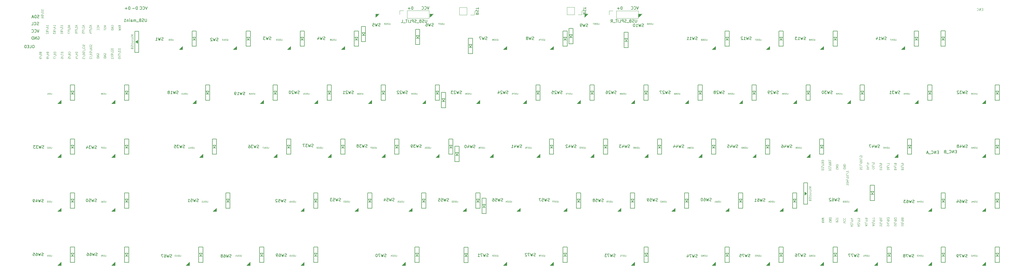
<source format=gbr>
%TF.GenerationSoftware,KiCad,Pcbnew,8.0.8*%
%TF.CreationDate,2025-04-16T18:41:51+09:00*%
%TF.ProjectId,sswkbd_wiring,7373776b-6264-45f7-9769-72696e672e6b,rev?*%
%TF.SameCoordinates,Original*%
%TF.FileFunction,Legend,Bot*%
%TF.FilePolarity,Positive*%
%FSLAX46Y46*%
G04 Gerber Fmt 4.6, Leading zero omitted, Abs format (unit mm)*
G04 Created by KiCad (PCBNEW 8.0.8) date 2025-04-16 18:41:51*
%MOMM*%
%LPD*%
G01*
G04 APERTURE LIST*
%ADD10C,0.150000*%
%ADD11C,0.125000*%
%ADD12C,0.120000*%
%ADD13C,0.100000*%
%ADD14C,0.050000*%
G04 APERTURE END LIST*
D10*
X161054820Y-65909819D02*
X161054820Y-64909819D01*
X161054820Y-64909819D02*
X160816725Y-64909819D01*
X160816725Y-64909819D02*
X160673868Y-64957438D01*
X160673868Y-64957438D02*
X160578630Y-65052676D01*
X160578630Y-65052676D02*
X160531011Y-65147914D01*
X160531011Y-65147914D02*
X160483392Y-65338390D01*
X160483392Y-65338390D02*
X160483392Y-65481247D01*
X160483392Y-65481247D02*
X160531011Y-65671723D01*
X160531011Y-65671723D02*
X160578630Y-65766961D01*
X160578630Y-65766961D02*
X160673868Y-65862200D01*
X160673868Y-65862200D02*
X160816725Y-65909819D01*
X160816725Y-65909819D02*
X161054820Y-65909819D01*
X160054820Y-65528866D02*
X159292916Y-65528866D01*
X159673868Y-65909819D02*
X159673868Y-65147914D01*
X220855380Y-66943219D02*
X221331571Y-67276552D01*
X220855380Y-67514647D02*
X221855380Y-67514647D01*
X221855380Y-67514647D02*
X221855380Y-67133695D01*
X221855380Y-67133695D02*
X221807761Y-67038457D01*
X221807761Y-67038457D02*
X221760142Y-66990838D01*
X221760142Y-66990838D02*
X221664904Y-66943219D01*
X221664904Y-66943219D02*
X221522047Y-66943219D01*
X221522047Y-66943219D02*
X221426809Y-66990838D01*
X221426809Y-66990838D02*
X221379190Y-67038457D01*
X221379190Y-67038457D02*
X221331571Y-67133695D01*
X221331571Y-67133695D02*
X221331571Y-67514647D01*
X220903000Y-66562266D02*
X220855380Y-66419409D01*
X220855380Y-66419409D02*
X220855380Y-66181314D01*
X220855380Y-66181314D02*
X220903000Y-66086076D01*
X220903000Y-66086076D02*
X220950619Y-66038457D01*
X220950619Y-66038457D02*
X221045857Y-65990838D01*
X221045857Y-65990838D02*
X221141095Y-65990838D01*
X221141095Y-65990838D02*
X221236333Y-66038457D01*
X221236333Y-66038457D02*
X221283952Y-66086076D01*
X221283952Y-66086076D02*
X221331571Y-66181314D01*
X221331571Y-66181314D02*
X221379190Y-66371790D01*
X221379190Y-66371790D02*
X221426809Y-66467028D01*
X221426809Y-66467028D02*
X221474428Y-66514647D01*
X221474428Y-66514647D02*
X221569666Y-66562266D01*
X221569666Y-66562266D02*
X221664904Y-66562266D01*
X221664904Y-66562266D02*
X221760142Y-66514647D01*
X221760142Y-66514647D02*
X221807761Y-66467028D01*
X221807761Y-66467028D02*
X221855380Y-66371790D01*
X221855380Y-66371790D02*
X221855380Y-66133695D01*
X221855380Y-66133695D02*
X221807761Y-65990838D01*
X221855380Y-65705123D02*
X221855380Y-65133695D01*
X220855380Y-65419409D02*
X221855380Y-65419409D01*
X166696127Y-64888019D02*
X166362794Y-65888019D01*
X166362794Y-65888019D02*
X166029461Y-64888019D01*
X165124699Y-65792780D02*
X165172318Y-65840400D01*
X165172318Y-65840400D02*
X165315175Y-65888019D01*
X165315175Y-65888019D02*
X165410413Y-65888019D01*
X165410413Y-65888019D02*
X165553270Y-65840400D01*
X165553270Y-65840400D02*
X165648508Y-65745161D01*
X165648508Y-65745161D02*
X165696127Y-65649923D01*
X165696127Y-65649923D02*
X165743746Y-65459447D01*
X165743746Y-65459447D02*
X165743746Y-65316590D01*
X165743746Y-65316590D02*
X165696127Y-65126114D01*
X165696127Y-65126114D02*
X165648508Y-65030876D01*
X165648508Y-65030876D02*
X165553270Y-64935638D01*
X165553270Y-64935638D02*
X165410413Y-64888019D01*
X165410413Y-64888019D02*
X165315175Y-64888019D01*
X165315175Y-64888019D02*
X165172318Y-64935638D01*
X165172318Y-64935638D02*
X165124699Y-64983257D01*
X164124699Y-65792780D02*
X164172318Y-65840400D01*
X164172318Y-65840400D02*
X164315175Y-65888019D01*
X164315175Y-65888019D02*
X164410413Y-65888019D01*
X164410413Y-65888019D02*
X164553270Y-65840400D01*
X164553270Y-65840400D02*
X164648508Y-65745161D01*
X164648508Y-65745161D02*
X164696127Y-65649923D01*
X164696127Y-65649923D02*
X164743746Y-65459447D01*
X164743746Y-65459447D02*
X164743746Y-65316590D01*
X164743746Y-65316590D02*
X164696127Y-65126114D01*
X164696127Y-65126114D02*
X164648508Y-65030876D01*
X164648508Y-65030876D02*
X164553270Y-64935638D01*
X164553270Y-64935638D02*
X164410413Y-64888019D01*
X164410413Y-64888019D02*
X164315175Y-64888019D01*
X164315175Y-64888019D02*
X164172318Y-64935638D01*
X164172318Y-64935638D02*
X164124699Y-64983257D01*
X183085580Y-67044819D02*
X183561771Y-67378152D01*
X183085580Y-67616247D02*
X184085580Y-67616247D01*
X184085580Y-67616247D02*
X184085580Y-67235295D01*
X184085580Y-67235295D02*
X184037961Y-67140057D01*
X184037961Y-67140057D02*
X183990342Y-67092438D01*
X183990342Y-67092438D02*
X183895104Y-67044819D01*
X183895104Y-67044819D02*
X183752247Y-67044819D01*
X183752247Y-67044819D02*
X183657009Y-67092438D01*
X183657009Y-67092438D02*
X183609390Y-67140057D01*
X183609390Y-67140057D02*
X183561771Y-67235295D01*
X183561771Y-67235295D02*
X183561771Y-67616247D01*
X183133200Y-66663866D02*
X183085580Y-66521009D01*
X183085580Y-66521009D02*
X183085580Y-66282914D01*
X183085580Y-66282914D02*
X183133200Y-66187676D01*
X183133200Y-66187676D02*
X183180819Y-66140057D01*
X183180819Y-66140057D02*
X183276057Y-66092438D01*
X183276057Y-66092438D02*
X183371295Y-66092438D01*
X183371295Y-66092438D02*
X183466533Y-66140057D01*
X183466533Y-66140057D02*
X183514152Y-66187676D01*
X183514152Y-66187676D02*
X183561771Y-66282914D01*
X183561771Y-66282914D02*
X183609390Y-66473390D01*
X183609390Y-66473390D02*
X183657009Y-66568628D01*
X183657009Y-66568628D02*
X183704628Y-66616247D01*
X183704628Y-66616247D02*
X183799866Y-66663866D01*
X183799866Y-66663866D02*
X183895104Y-66663866D01*
X183895104Y-66663866D02*
X183990342Y-66616247D01*
X183990342Y-66616247D02*
X184037961Y-66568628D01*
X184037961Y-66568628D02*
X184085580Y-66473390D01*
X184085580Y-66473390D02*
X184085580Y-66235295D01*
X184085580Y-66235295D02*
X184037961Y-66092438D01*
X184085580Y-65806723D02*
X184085580Y-65235295D01*
X183085580Y-65521009D02*
X184085580Y-65521009D01*
X29549477Y-72961619D02*
X29216144Y-73961619D01*
X29216144Y-73961619D02*
X28882811Y-72961619D01*
X27978049Y-73866380D02*
X28025668Y-73914000D01*
X28025668Y-73914000D02*
X28168525Y-73961619D01*
X28168525Y-73961619D02*
X28263763Y-73961619D01*
X28263763Y-73961619D02*
X28406620Y-73914000D01*
X28406620Y-73914000D02*
X28501858Y-73818761D01*
X28501858Y-73818761D02*
X28549477Y-73723523D01*
X28549477Y-73723523D02*
X28597096Y-73533047D01*
X28597096Y-73533047D02*
X28597096Y-73390190D01*
X28597096Y-73390190D02*
X28549477Y-73199714D01*
X28549477Y-73199714D02*
X28501858Y-73104476D01*
X28501858Y-73104476D02*
X28406620Y-73009238D01*
X28406620Y-73009238D02*
X28263763Y-72961619D01*
X28263763Y-72961619D02*
X28168525Y-72961619D01*
X28168525Y-72961619D02*
X28025668Y-73009238D01*
X28025668Y-73009238D02*
X27978049Y-73056857D01*
X26978049Y-73866380D02*
X27025668Y-73914000D01*
X27025668Y-73914000D02*
X27168525Y-73961619D01*
X27168525Y-73961619D02*
X27263763Y-73961619D01*
X27263763Y-73961619D02*
X27406620Y-73914000D01*
X27406620Y-73914000D02*
X27501858Y-73818761D01*
X27501858Y-73818761D02*
X27549477Y-73723523D01*
X27549477Y-73723523D02*
X27597096Y-73533047D01*
X27597096Y-73533047D02*
X27597096Y-73390190D01*
X27597096Y-73390190D02*
X27549477Y-73199714D01*
X27549477Y-73199714D02*
X27501858Y-73104476D01*
X27501858Y-73104476D02*
X27406620Y-73009238D01*
X27406620Y-73009238D02*
X27263763Y-72961619D01*
X27263763Y-72961619D02*
X27168525Y-72961619D01*
X27168525Y-72961619D02*
X27025668Y-73009238D01*
X27025668Y-73009238D02*
X26978049Y-73056857D01*
X61537620Y-65909819D02*
X61537620Y-64909819D01*
X61537620Y-64909819D02*
X61299525Y-64909819D01*
X61299525Y-64909819D02*
X61156668Y-64957438D01*
X61156668Y-64957438D02*
X61061430Y-65052676D01*
X61061430Y-65052676D02*
X61013811Y-65147914D01*
X61013811Y-65147914D02*
X60966192Y-65338390D01*
X60966192Y-65338390D02*
X60966192Y-65481247D01*
X60966192Y-65481247D02*
X61013811Y-65671723D01*
X61013811Y-65671723D02*
X61061430Y-65766961D01*
X61061430Y-65766961D02*
X61156668Y-65862200D01*
X61156668Y-65862200D02*
X61299525Y-65909819D01*
X61299525Y-65909819D02*
X61537620Y-65909819D01*
X60537620Y-65528866D02*
X59775716Y-65528866D01*
X60156668Y-65909819D02*
X60156668Y-65147914D01*
X165908721Y-69490569D02*
X165908721Y-70300092D01*
X165908721Y-70300092D02*
X165861102Y-70395330D01*
X165861102Y-70395330D02*
X165813483Y-70442950D01*
X165813483Y-70442950D02*
X165718245Y-70490569D01*
X165718245Y-70490569D02*
X165527769Y-70490569D01*
X165527769Y-70490569D02*
X165432531Y-70442950D01*
X165432531Y-70442950D02*
X165384912Y-70395330D01*
X165384912Y-70395330D02*
X165337293Y-70300092D01*
X165337293Y-70300092D02*
X165337293Y-69490569D01*
X164908721Y-70442950D02*
X164765864Y-70490569D01*
X164765864Y-70490569D02*
X164527769Y-70490569D01*
X164527769Y-70490569D02*
X164432531Y-70442950D01*
X164432531Y-70442950D02*
X164384912Y-70395330D01*
X164384912Y-70395330D02*
X164337293Y-70300092D01*
X164337293Y-70300092D02*
X164337293Y-70204854D01*
X164337293Y-70204854D02*
X164384912Y-70109616D01*
X164384912Y-70109616D02*
X164432531Y-70061997D01*
X164432531Y-70061997D02*
X164527769Y-70014378D01*
X164527769Y-70014378D02*
X164718245Y-69966759D01*
X164718245Y-69966759D02*
X164813483Y-69919140D01*
X164813483Y-69919140D02*
X164861102Y-69871521D01*
X164861102Y-69871521D02*
X164908721Y-69776283D01*
X164908721Y-69776283D02*
X164908721Y-69681045D01*
X164908721Y-69681045D02*
X164861102Y-69585807D01*
X164861102Y-69585807D02*
X164813483Y-69538188D01*
X164813483Y-69538188D02*
X164718245Y-69490569D01*
X164718245Y-69490569D02*
X164480150Y-69490569D01*
X164480150Y-69490569D02*
X164337293Y-69538188D01*
X163575388Y-69966759D02*
X163432531Y-70014378D01*
X163432531Y-70014378D02*
X163384912Y-70061997D01*
X163384912Y-70061997D02*
X163337293Y-70157235D01*
X163337293Y-70157235D02*
X163337293Y-70300092D01*
X163337293Y-70300092D02*
X163384912Y-70395330D01*
X163384912Y-70395330D02*
X163432531Y-70442950D01*
X163432531Y-70442950D02*
X163527769Y-70490569D01*
X163527769Y-70490569D02*
X163908721Y-70490569D01*
X163908721Y-70490569D02*
X163908721Y-69490569D01*
X163908721Y-69490569D02*
X163575388Y-69490569D01*
X163575388Y-69490569D02*
X163480150Y-69538188D01*
X163480150Y-69538188D02*
X163432531Y-69585807D01*
X163432531Y-69585807D02*
X163384912Y-69681045D01*
X163384912Y-69681045D02*
X163384912Y-69776283D01*
X163384912Y-69776283D02*
X163432531Y-69871521D01*
X163432531Y-69871521D02*
X163480150Y-69919140D01*
X163480150Y-69919140D02*
X163575388Y-69966759D01*
X163575388Y-69966759D02*
X163908721Y-69966759D01*
X163146817Y-70585807D02*
X162384912Y-70585807D01*
X162194435Y-70442950D02*
X162051578Y-70490569D01*
X162051578Y-70490569D02*
X161813483Y-70490569D01*
X161813483Y-70490569D02*
X161718245Y-70442950D01*
X161718245Y-70442950D02*
X161670626Y-70395330D01*
X161670626Y-70395330D02*
X161623007Y-70300092D01*
X161623007Y-70300092D02*
X161623007Y-70204854D01*
X161623007Y-70204854D02*
X161670626Y-70109616D01*
X161670626Y-70109616D02*
X161718245Y-70061997D01*
X161718245Y-70061997D02*
X161813483Y-70014378D01*
X161813483Y-70014378D02*
X162003959Y-69966759D01*
X162003959Y-69966759D02*
X162099197Y-69919140D01*
X162099197Y-69919140D02*
X162146816Y-69871521D01*
X162146816Y-69871521D02*
X162194435Y-69776283D01*
X162194435Y-69776283D02*
X162194435Y-69681045D01*
X162194435Y-69681045D02*
X162146816Y-69585807D01*
X162146816Y-69585807D02*
X162099197Y-69538188D01*
X162099197Y-69538188D02*
X162003959Y-69490569D01*
X162003959Y-69490569D02*
X161765864Y-69490569D01*
X161765864Y-69490569D02*
X161623007Y-69538188D01*
X161194435Y-70490569D02*
X161194435Y-69490569D01*
X161194435Y-69490569D02*
X160813483Y-69490569D01*
X160813483Y-69490569D02*
X160718245Y-69538188D01*
X160718245Y-69538188D02*
X160670626Y-69585807D01*
X160670626Y-69585807D02*
X160623007Y-69681045D01*
X160623007Y-69681045D02*
X160623007Y-69823902D01*
X160623007Y-69823902D02*
X160670626Y-69919140D01*
X160670626Y-69919140D02*
X160718245Y-69966759D01*
X160718245Y-69966759D02*
X160813483Y-70014378D01*
X160813483Y-70014378D02*
X161194435Y-70014378D01*
X159718245Y-70490569D02*
X160194435Y-70490569D01*
X160194435Y-70490569D02*
X160194435Y-69490569D01*
X159384911Y-70490569D02*
X159384911Y-69490569D01*
X159051578Y-69490569D02*
X158480150Y-69490569D01*
X158765864Y-70490569D02*
X158765864Y-69490569D01*
X158384912Y-70585807D02*
X157623007Y-70585807D01*
X156908721Y-70490569D02*
X157384911Y-70490569D01*
X157384911Y-70490569D02*
X157384911Y-69490569D01*
X27614380Y-78448819D02*
X27423904Y-78448819D01*
X27423904Y-78448819D02*
X27328666Y-78496438D01*
X27328666Y-78496438D02*
X27233428Y-78591676D01*
X27233428Y-78591676D02*
X27185809Y-78782152D01*
X27185809Y-78782152D02*
X27185809Y-79115485D01*
X27185809Y-79115485D02*
X27233428Y-79305961D01*
X27233428Y-79305961D02*
X27328666Y-79401200D01*
X27328666Y-79401200D02*
X27423904Y-79448819D01*
X27423904Y-79448819D02*
X27614380Y-79448819D01*
X27614380Y-79448819D02*
X27709618Y-79401200D01*
X27709618Y-79401200D02*
X27804856Y-79305961D01*
X27804856Y-79305961D02*
X27852475Y-79115485D01*
X27852475Y-79115485D02*
X27852475Y-78782152D01*
X27852475Y-78782152D02*
X27804856Y-78591676D01*
X27804856Y-78591676D02*
X27709618Y-78496438D01*
X27709618Y-78496438D02*
X27614380Y-78448819D01*
X26281047Y-79448819D02*
X26757237Y-79448819D01*
X26757237Y-79448819D02*
X26757237Y-78448819D01*
X25947713Y-78925009D02*
X25614380Y-78925009D01*
X25471523Y-79448819D02*
X25947713Y-79448819D01*
X25947713Y-79448819D02*
X25947713Y-78448819D01*
X25947713Y-78448819D02*
X25471523Y-78448819D01*
X25042951Y-79448819D02*
X25042951Y-78448819D01*
X25042951Y-78448819D02*
X24804856Y-78448819D01*
X24804856Y-78448819D02*
X24661999Y-78496438D01*
X24661999Y-78496438D02*
X24566761Y-78591676D01*
X24566761Y-78591676D02*
X24519142Y-78686914D01*
X24519142Y-78686914D02*
X24471523Y-78877390D01*
X24471523Y-78877390D02*
X24471523Y-79020247D01*
X24471523Y-79020247D02*
X24519142Y-79210723D01*
X24519142Y-79210723D02*
X24566761Y-79305961D01*
X24566761Y-79305961D02*
X24661999Y-79401200D01*
X24661999Y-79401200D02*
X24804856Y-79448819D01*
X24804856Y-79448819D02*
X25042951Y-79448819D01*
X67377770Y-69203219D02*
X67377770Y-70012742D01*
X67377770Y-70012742D02*
X67330151Y-70107980D01*
X67330151Y-70107980D02*
X67282532Y-70155600D01*
X67282532Y-70155600D02*
X67187294Y-70203219D01*
X67187294Y-70203219D02*
X66996818Y-70203219D01*
X66996818Y-70203219D02*
X66901580Y-70155600D01*
X66901580Y-70155600D02*
X66853961Y-70107980D01*
X66853961Y-70107980D02*
X66806342Y-70012742D01*
X66806342Y-70012742D02*
X66806342Y-69203219D01*
X66377770Y-70155600D02*
X66234913Y-70203219D01*
X66234913Y-70203219D02*
X65996818Y-70203219D01*
X65996818Y-70203219D02*
X65901580Y-70155600D01*
X65901580Y-70155600D02*
X65853961Y-70107980D01*
X65853961Y-70107980D02*
X65806342Y-70012742D01*
X65806342Y-70012742D02*
X65806342Y-69917504D01*
X65806342Y-69917504D02*
X65853961Y-69822266D01*
X65853961Y-69822266D02*
X65901580Y-69774647D01*
X65901580Y-69774647D02*
X65996818Y-69727028D01*
X65996818Y-69727028D02*
X66187294Y-69679409D01*
X66187294Y-69679409D02*
X66282532Y-69631790D01*
X66282532Y-69631790D02*
X66330151Y-69584171D01*
X66330151Y-69584171D02*
X66377770Y-69488933D01*
X66377770Y-69488933D02*
X66377770Y-69393695D01*
X66377770Y-69393695D02*
X66330151Y-69298457D01*
X66330151Y-69298457D02*
X66282532Y-69250838D01*
X66282532Y-69250838D02*
X66187294Y-69203219D01*
X66187294Y-69203219D02*
X65949199Y-69203219D01*
X65949199Y-69203219D02*
X65806342Y-69250838D01*
X65044437Y-69679409D02*
X64901580Y-69727028D01*
X64901580Y-69727028D02*
X64853961Y-69774647D01*
X64853961Y-69774647D02*
X64806342Y-69869885D01*
X64806342Y-69869885D02*
X64806342Y-70012742D01*
X64806342Y-70012742D02*
X64853961Y-70107980D01*
X64853961Y-70107980D02*
X64901580Y-70155600D01*
X64901580Y-70155600D02*
X64996818Y-70203219D01*
X64996818Y-70203219D02*
X65377770Y-70203219D01*
X65377770Y-70203219D02*
X65377770Y-69203219D01*
X65377770Y-69203219D02*
X65044437Y-69203219D01*
X65044437Y-69203219D02*
X64949199Y-69250838D01*
X64949199Y-69250838D02*
X64901580Y-69298457D01*
X64901580Y-69298457D02*
X64853961Y-69393695D01*
X64853961Y-69393695D02*
X64853961Y-69488933D01*
X64853961Y-69488933D02*
X64901580Y-69584171D01*
X64901580Y-69584171D02*
X64949199Y-69631790D01*
X64949199Y-69631790D02*
X65044437Y-69679409D01*
X65044437Y-69679409D02*
X65377770Y-69679409D01*
X64615866Y-70298457D02*
X63853961Y-70298457D01*
X63615865Y-70203219D02*
X63615865Y-69536552D01*
X63615865Y-69631790D02*
X63568246Y-69584171D01*
X63568246Y-69584171D02*
X63473008Y-69536552D01*
X63473008Y-69536552D02*
X63330151Y-69536552D01*
X63330151Y-69536552D02*
X63234913Y-69584171D01*
X63234913Y-69584171D02*
X63187294Y-69679409D01*
X63187294Y-69679409D02*
X63187294Y-70203219D01*
X63187294Y-69679409D02*
X63139675Y-69584171D01*
X63139675Y-69584171D02*
X63044437Y-69536552D01*
X63044437Y-69536552D02*
X62901580Y-69536552D01*
X62901580Y-69536552D02*
X62806341Y-69584171D01*
X62806341Y-69584171D02*
X62758722Y-69679409D01*
X62758722Y-69679409D02*
X62758722Y-70203219D01*
X61853961Y-70203219D02*
X61853961Y-69679409D01*
X61853961Y-69679409D02*
X61901580Y-69584171D01*
X61901580Y-69584171D02*
X61996818Y-69536552D01*
X61996818Y-69536552D02*
X62187294Y-69536552D01*
X62187294Y-69536552D02*
X62282532Y-69584171D01*
X61853961Y-70155600D02*
X61949199Y-70203219D01*
X61949199Y-70203219D02*
X62187294Y-70203219D01*
X62187294Y-70203219D02*
X62282532Y-70155600D01*
X62282532Y-70155600D02*
X62330151Y-70060361D01*
X62330151Y-70060361D02*
X62330151Y-69965123D01*
X62330151Y-69965123D02*
X62282532Y-69869885D01*
X62282532Y-69869885D02*
X62187294Y-69822266D01*
X62187294Y-69822266D02*
X61949199Y-69822266D01*
X61949199Y-69822266D02*
X61853961Y-69774647D01*
X61377770Y-70203219D02*
X61377770Y-69536552D01*
X61377770Y-69203219D02*
X61425389Y-69250838D01*
X61425389Y-69250838D02*
X61377770Y-69298457D01*
X61377770Y-69298457D02*
X61330151Y-69250838D01*
X61330151Y-69250838D02*
X61377770Y-69203219D01*
X61377770Y-69203219D02*
X61377770Y-69298457D01*
X60901580Y-69536552D02*
X60901580Y-70203219D01*
X60901580Y-69631790D02*
X60853961Y-69584171D01*
X60853961Y-69584171D02*
X60758723Y-69536552D01*
X60758723Y-69536552D02*
X60615866Y-69536552D01*
X60615866Y-69536552D02*
X60520628Y-69584171D01*
X60520628Y-69584171D02*
X60473009Y-69679409D01*
X60473009Y-69679409D02*
X60473009Y-70203219D01*
X59473009Y-70203219D02*
X60044437Y-70203219D01*
X59758723Y-70203219D02*
X59758723Y-69203219D01*
X59758723Y-69203219D02*
X59853961Y-69346076D01*
X59853961Y-69346076D02*
X59949199Y-69441314D01*
X59949199Y-69441314D02*
X60044437Y-69488933D01*
X234638620Y-65909819D02*
X234638620Y-64909819D01*
X234638620Y-64909819D02*
X234400525Y-64909819D01*
X234400525Y-64909819D02*
X234257668Y-64957438D01*
X234257668Y-64957438D02*
X234162430Y-65052676D01*
X234162430Y-65052676D02*
X234114811Y-65147914D01*
X234114811Y-65147914D02*
X234067192Y-65338390D01*
X234067192Y-65338390D02*
X234067192Y-65481247D01*
X234067192Y-65481247D02*
X234114811Y-65671723D01*
X234114811Y-65671723D02*
X234162430Y-65766961D01*
X234162430Y-65766961D02*
X234257668Y-65862200D01*
X234257668Y-65862200D02*
X234400525Y-65909819D01*
X234400525Y-65909819D02*
X234638620Y-65909819D01*
X233638620Y-65528866D02*
X232876716Y-65528866D01*
X233257668Y-65909819D02*
X233257668Y-65147914D01*
X29086011Y-75498438D02*
X29181249Y-75450819D01*
X29181249Y-75450819D02*
X29324106Y-75450819D01*
X29324106Y-75450819D02*
X29466963Y-75498438D01*
X29466963Y-75498438D02*
X29562201Y-75593676D01*
X29562201Y-75593676D02*
X29609820Y-75688914D01*
X29609820Y-75688914D02*
X29657439Y-75879390D01*
X29657439Y-75879390D02*
X29657439Y-76022247D01*
X29657439Y-76022247D02*
X29609820Y-76212723D01*
X29609820Y-76212723D02*
X29562201Y-76307961D01*
X29562201Y-76307961D02*
X29466963Y-76403200D01*
X29466963Y-76403200D02*
X29324106Y-76450819D01*
X29324106Y-76450819D02*
X29228868Y-76450819D01*
X29228868Y-76450819D02*
X29086011Y-76403200D01*
X29086011Y-76403200D02*
X29038392Y-76355580D01*
X29038392Y-76355580D02*
X29038392Y-76022247D01*
X29038392Y-76022247D02*
X29228868Y-76022247D01*
X28609820Y-76450819D02*
X28609820Y-75450819D01*
X28609820Y-75450819D02*
X28038392Y-76450819D01*
X28038392Y-76450819D02*
X28038392Y-75450819D01*
X27562201Y-76450819D02*
X27562201Y-75450819D01*
X27562201Y-75450819D02*
X27324106Y-75450819D01*
X27324106Y-75450819D02*
X27181249Y-75498438D01*
X27181249Y-75498438D02*
X27086011Y-75593676D01*
X27086011Y-75593676D02*
X27038392Y-75688914D01*
X27038392Y-75688914D02*
X26990773Y-75879390D01*
X26990773Y-75879390D02*
X26990773Y-76022247D01*
X26990773Y-76022247D02*
X27038392Y-76212723D01*
X27038392Y-76212723D02*
X27086011Y-76307961D01*
X27086011Y-76307961D02*
X27181249Y-76403200D01*
X27181249Y-76403200D02*
X27324106Y-76450819D01*
X27324106Y-76450819D02*
X27562201Y-76450819D01*
X67624077Y-64909819D02*
X67290744Y-65909819D01*
X67290744Y-65909819D02*
X66957411Y-64909819D01*
X66052649Y-65814580D02*
X66100268Y-65862200D01*
X66100268Y-65862200D02*
X66243125Y-65909819D01*
X66243125Y-65909819D02*
X66338363Y-65909819D01*
X66338363Y-65909819D02*
X66481220Y-65862200D01*
X66481220Y-65862200D02*
X66576458Y-65766961D01*
X66576458Y-65766961D02*
X66624077Y-65671723D01*
X66624077Y-65671723D02*
X66671696Y-65481247D01*
X66671696Y-65481247D02*
X66671696Y-65338390D01*
X66671696Y-65338390D02*
X66624077Y-65147914D01*
X66624077Y-65147914D02*
X66576458Y-65052676D01*
X66576458Y-65052676D02*
X66481220Y-64957438D01*
X66481220Y-64957438D02*
X66338363Y-64909819D01*
X66338363Y-64909819D02*
X66243125Y-64909819D01*
X66243125Y-64909819D02*
X66100268Y-64957438D01*
X66100268Y-64957438D02*
X66052649Y-65005057D01*
X65052649Y-65814580D02*
X65100268Y-65862200D01*
X65100268Y-65862200D02*
X65243125Y-65909819D01*
X65243125Y-65909819D02*
X65338363Y-65909819D01*
X65338363Y-65909819D02*
X65481220Y-65862200D01*
X65481220Y-65862200D02*
X65576458Y-65766961D01*
X65576458Y-65766961D02*
X65624077Y-65671723D01*
X65624077Y-65671723D02*
X65671696Y-65481247D01*
X65671696Y-65481247D02*
X65671696Y-65338390D01*
X65671696Y-65338390D02*
X65624077Y-65147914D01*
X65624077Y-65147914D02*
X65576458Y-65052676D01*
X65576458Y-65052676D02*
X65481220Y-64957438D01*
X65481220Y-64957438D02*
X65338363Y-64909819D01*
X65338363Y-64909819D02*
X65243125Y-64909819D01*
X65243125Y-64909819D02*
X65100268Y-64957438D01*
X65100268Y-64957438D02*
X65052649Y-65005057D01*
X29530439Y-68834000D02*
X29387582Y-68881619D01*
X29387582Y-68881619D02*
X29149487Y-68881619D01*
X29149487Y-68881619D02*
X29054249Y-68834000D01*
X29054249Y-68834000D02*
X29006630Y-68786380D01*
X29006630Y-68786380D02*
X28959011Y-68691142D01*
X28959011Y-68691142D02*
X28959011Y-68595904D01*
X28959011Y-68595904D02*
X29006630Y-68500666D01*
X29006630Y-68500666D02*
X29054249Y-68453047D01*
X29054249Y-68453047D02*
X29149487Y-68405428D01*
X29149487Y-68405428D02*
X29339963Y-68357809D01*
X29339963Y-68357809D02*
X29435201Y-68310190D01*
X29435201Y-68310190D02*
X29482820Y-68262571D01*
X29482820Y-68262571D02*
X29530439Y-68167333D01*
X29530439Y-68167333D02*
X29530439Y-68072095D01*
X29530439Y-68072095D02*
X29482820Y-67976857D01*
X29482820Y-67976857D02*
X29435201Y-67929238D01*
X29435201Y-67929238D02*
X29339963Y-67881619D01*
X29339963Y-67881619D02*
X29101868Y-67881619D01*
X29101868Y-67881619D02*
X28959011Y-67929238D01*
X28530439Y-68881619D02*
X28530439Y-67881619D01*
X28530439Y-67881619D02*
X28292344Y-67881619D01*
X28292344Y-67881619D02*
X28149487Y-67929238D01*
X28149487Y-67929238D02*
X28054249Y-68024476D01*
X28054249Y-68024476D02*
X28006630Y-68119714D01*
X28006630Y-68119714D02*
X27959011Y-68310190D01*
X27959011Y-68310190D02*
X27959011Y-68453047D01*
X27959011Y-68453047D02*
X28006630Y-68643523D01*
X28006630Y-68643523D02*
X28054249Y-68738761D01*
X28054249Y-68738761D02*
X28149487Y-68834000D01*
X28149487Y-68834000D02*
X28292344Y-68881619D01*
X28292344Y-68881619D02*
X28530439Y-68881619D01*
X27578058Y-68595904D02*
X27101868Y-68595904D01*
X27673296Y-68881619D02*
X27339963Y-67881619D01*
X27339963Y-67881619D02*
X27006630Y-68881619D01*
X29428839Y-71323200D02*
X29285982Y-71370819D01*
X29285982Y-71370819D02*
X29047887Y-71370819D01*
X29047887Y-71370819D02*
X28952649Y-71323200D01*
X28952649Y-71323200D02*
X28905030Y-71275580D01*
X28905030Y-71275580D02*
X28857411Y-71180342D01*
X28857411Y-71180342D02*
X28857411Y-71085104D01*
X28857411Y-71085104D02*
X28905030Y-70989866D01*
X28905030Y-70989866D02*
X28952649Y-70942247D01*
X28952649Y-70942247D02*
X29047887Y-70894628D01*
X29047887Y-70894628D02*
X29238363Y-70847009D01*
X29238363Y-70847009D02*
X29333601Y-70799390D01*
X29333601Y-70799390D02*
X29381220Y-70751771D01*
X29381220Y-70751771D02*
X29428839Y-70656533D01*
X29428839Y-70656533D02*
X29428839Y-70561295D01*
X29428839Y-70561295D02*
X29381220Y-70466057D01*
X29381220Y-70466057D02*
X29333601Y-70418438D01*
X29333601Y-70418438D02*
X29238363Y-70370819D01*
X29238363Y-70370819D02*
X29000268Y-70370819D01*
X29000268Y-70370819D02*
X28857411Y-70418438D01*
X27857411Y-71275580D02*
X27905030Y-71323200D01*
X27905030Y-71323200D02*
X28047887Y-71370819D01*
X28047887Y-71370819D02*
X28143125Y-71370819D01*
X28143125Y-71370819D02*
X28285982Y-71323200D01*
X28285982Y-71323200D02*
X28381220Y-71227961D01*
X28381220Y-71227961D02*
X28428839Y-71132723D01*
X28428839Y-71132723D02*
X28476458Y-70942247D01*
X28476458Y-70942247D02*
X28476458Y-70799390D01*
X28476458Y-70799390D02*
X28428839Y-70608914D01*
X28428839Y-70608914D02*
X28381220Y-70513676D01*
X28381220Y-70513676D02*
X28285982Y-70418438D01*
X28285982Y-70418438D02*
X28143125Y-70370819D01*
X28143125Y-70370819D02*
X28047887Y-70370819D01*
X28047887Y-70370819D02*
X27905030Y-70418438D01*
X27905030Y-70418438D02*
X27857411Y-70466057D01*
X26952649Y-71370819D02*
X27428839Y-71370819D01*
X27428839Y-71370819D02*
X27428839Y-70370819D01*
X345865220Y-116160609D02*
X345531887Y-116160609D01*
X345389030Y-116684419D02*
X345865220Y-116684419D01*
X345865220Y-116684419D02*
X345865220Y-115684419D01*
X345865220Y-115684419D02*
X345389030Y-115684419D01*
X344960458Y-116684419D02*
X344960458Y-115684419D01*
X344960458Y-115684419D02*
X344389030Y-116684419D01*
X344389030Y-116684419D02*
X344389030Y-115684419D01*
X343341411Y-116589180D02*
X343389030Y-116636800D01*
X343389030Y-116636800D02*
X343531887Y-116684419D01*
X343531887Y-116684419D02*
X343627125Y-116684419D01*
X343627125Y-116684419D02*
X343769982Y-116636800D01*
X343769982Y-116636800D02*
X343865220Y-116541561D01*
X343865220Y-116541561D02*
X343912839Y-116446323D01*
X343912839Y-116446323D02*
X343960458Y-116255847D01*
X343960458Y-116255847D02*
X343960458Y-116112990D01*
X343960458Y-116112990D02*
X343912839Y-115922514D01*
X343912839Y-115922514D02*
X343865220Y-115827276D01*
X343865220Y-115827276D02*
X343769982Y-115732038D01*
X343769982Y-115732038D02*
X343627125Y-115684419D01*
X343627125Y-115684419D02*
X343531887Y-115684419D01*
X343531887Y-115684419D02*
X343389030Y-115732038D01*
X343389030Y-115732038D02*
X343341411Y-115779657D01*
X343150935Y-116779657D02*
X342389030Y-116779657D01*
X342198553Y-116398704D02*
X341722363Y-116398704D01*
X342293791Y-116684419D02*
X341960458Y-115684419D01*
X341960458Y-115684419D02*
X341627125Y-116684419D01*
X64153820Y-65909819D02*
X64153820Y-64909819D01*
X64153820Y-64909819D02*
X63915725Y-64909819D01*
X63915725Y-64909819D02*
X63772868Y-64957438D01*
X63772868Y-64957438D02*
X63677630Y-65052676D01*
X63677630Y-65052676D02*
X63630011Y-65147914D01*
X63630011Y-65147914D02*
X63582392Y-65338390D01*
X63582392Y-65338390D02*
X63582392Y-65481247D01*
X63582392Y-65481247D02*
X63630011Y-65671723D01*
X63630011Y-65671723D02*
X63677630Y-65766961D01*
X63677630Y-65766961D02*
X63772868Y-65862200D01*
X63772868Y-65862200D02*
X63915725Y-65909819D01*
X63915725Y-65909819D02*
X64153820Y-65909819D01*
X63153820Y-65528866D02*
X62391916Y-65528866D01*
X240356127Y-64888019D02*
X240022794Y-65888019D01*
X240022794Y-65888019D02*
X239689461Y-64888019D01*
X238784699Y-65792780D02*
X238832318Y-65840400D01*
X238832318Y-65840400D02*
X238975175Y-65888019D01*
X238975175Y-65888019D02*
X239070413Y-65888019D01*
X239070413Y-65888019D02*
X239213270Y-65840400D01*
X239213270Y-65840400D02*
X239308508Y-65745161D01*
X239308508Y-65745161D02*
X239356127Y-65649923D01*
X239356127Y-65649923D02*
X239403746Y-65459447D01*
X239403746Y-65459447D02*
X239403746Y-65316590D01*
X239403746Y-65316590D02*
X239356127Y-65126114D01*
X239356127Y-65126114D02*
X239308508Y-65030876D01*
X239308508Y-65030876D02*
X239213270Y-64935638D01*
X239213270Y-64935638D02*
X239070413Y-64888019D01*
X239070413Y-64888019D02*
X238975175Y-64888019D01*
X238975175Y-64888019D02*
X238832318Y-64935638D01*
X238832318Y-64935638D02*
X238784699Y-64983257D01*
X237784699Y-65792780D02*
X237832318Y-65840400D01*
X237832318Y-65840400D02*
X237975175Y-65888019D01*
X237975175Y-65888019D02*
X238070413Y-65888019D01*
X238070413Y-65888019D02*
X238213270Y-65840400D01*
X238213270Y-65840400D02*
X238308508Y-65745161D01*
X238308508Y-65745161D02*
X238356127Y-65649923D01*
X238356127Y-65649923D02*
X238403746Y-65459447D01*
X238403746Y-65459447D02*
X238403746Y-65316590D01*
X238403746Y-65316590D02*
X238356127Y-65126114D01*
X238356127Y-65126114D02*
X238308508Y-65030876D01*
X238308508Y-65030876D02*
X238213270Y-64935638D01*
X238213270Y-64935638D02*
X238070413Y-64888019D01*
X238070413Y-64888019D02*
X237975175Y-64888019D01*
X237975175Y-64888019D02*
X237832318Y-64935638D01*
X237832318Y-64935638D02*
X237784699Y-64983257D01*
X352164420Y-115932009D02*
X351831087Y-115932009D01*
X351688230Y-116455819D02*
X352164420Y-116455819D01*
X352164420Y-116455819D02*
X352164420Y-115455819D01*
X352164420Y-115455819D02*
X351688230Y-115455819D01*
X351259658Y-116455819D02*
X351259658Y-115455819D01*
X351259658Y-115455819D02*
X350688230Y-116455819D01*
X350688230Y-116455819D02*
X350688230Y-115455819D01*
X349640611Y-116360580D02*
X349688230Y-116408200D01*
X349688230Y-116408200D02*
X349831087Y-116455819D01*
X349831087Y-116455819D02*
X349926325Y-116455819D01*
X349926325Y-116455819D02*
X350069182Y-116408200D01*
X350069182Y-116408200D02*
X350164420Y-116312961D01*
X350164420Y-116312961D02*
X350212039Y-116217723D01*
X350212039Y-116217723D02*
X350259658Y-116027247D01*
X350259658Y-116027247D02*
X350259658Y-115884390D01*
X350259658Y-115884390D02*
X350212039Y-115693914D01*
X350212039Y-115693914D02*
X350164420Y-115598676D01*
X350164420Y-115598676D02*
X350069182Y-115503438D01*
X350069182Y-115503438D02*
X349926325Y-115455819D01*
X349926325Y-115455819D02*
X349831087Y-115455819D01*
X349831087Y-115455819D02*
X349688230Y-115503438D01*
X349688230Y-115503438D02*
X349640611Y-115551057D01*
X349450135Y-116551057D02*
X348688230Y-116551057D01*
X348116801Y-115932009D02*
X347973944Y-115979628D01*
X347973944Y-115979628D02*
X347926325Y-116027247D01*
X347926325Y-116027247D02*
X347878706Y-116122485D01*
X347878706Y-116122485D02*
X347878706Y-116265342D01*
X347878706Y-116265342D02*
X347926325Y-116360580D01*
X347926325Y-116360580D02*
X347973944Y-116408200D01*
X347973944Y-116408200D02*
X348069182Y-116455819D01*
X348069182Y-116455819D02*
X348450134Y-116455819D01*
X348450134Y-116455819D02*
X348450134Y-115455819D01*
X348450134Y-115455819D02*
X348116801Y-115455819D01*
X348116801Y-115455819D02*
X348021563Y-115503438D01*
X348021563Y-115503438D02*
X347973944Y-115551057D01*
X347973944Y-115551057D02*
X347926325Y-115646295D01*
X347926325Y-115646295D02*
X347926325Y-115741533D01*
X347926325Y-115741533D02*
X347973944Y-115836771D01*
X347973944Y-115836771D02*
X348021563Y-115884390D01*
X348021563Y-115884390D02*
X348116801Y-115932009D01*
X348116801Y-115932009D02*
X348450134Y-115932009D01*
X299109523Y-76532200D02*
X298966666Y-76579819D01*
X298966666Y-76579819D02*
X298728571Y-76579819D01*
X298728571Y-76579819D02*
X298633333Y-76532200D01*
X298633333Y-76532200D02*
X298585714Y-76484580D01*
X298585714Y-76484580D02*
X298538095Y-76389342D01*
X298538095Y-76389342D02*
X298538095Y-76294104D01*
X298538095Y-76294104D02*
X298585714Y-76198866D01*
X298585714Y-76198866D02*
X298633333Y-76151247D01*
X298633333Y-76151247D02*
X298728571Y-76103628D01*
X298728571Y-76103628D02*
X298919047Y-76056009D01*
X298919047Y-76056009D02*
X299014285Y-76008390D01*
X299014285Y-76008390D02*
X299061904Y-75960771D01*
X299061904Y-75960771D02*
X299109523Y-75865533D01*
X299109523Y-75865533D02*
X299109523Y-75770295D01*
X299109523Y-75770295D02*
X299061904Y-75675057D01*
X299061904Y-75675057D02*
X299014285Y-75627438D01*
X299014285Y-75627438D02*
X298919047Y-75579819D01*
X298919047Y-75579819D02*
X298680952Y-75579819D01*
X298680952Y-75579819D02*
X298538095Y-75627438D01*
X298204761Y-75579819D02*
X297966666Y-76579819D01*
X297966666Y-76579819D02*
X297776190Y-75865533D01*
X297776190Y-75865533D02*
X297585714Y-76579819D01*
X297585714Y-76579819D02*
X297347619Y-75579819D01*
X296442857Y-76579819D02*
X297014285Y-76579819D01*
X296728571Y-76579819D02*
X296728571Y-75579819D01*
X296728571Y-75579819D02*
X296823809Y-75722676D01*
X296823809Y-75722676D02*
X296919047Y-75817914D01*
X296919047Y-75817914D02*
X297014285Y-75865533D01*
X296109523Y-75579819D02*
X295490476Y-75579819D01*
X295490476Y-75579819D02*
X295823809Y-75960771D01*
X295823809Y-75960771D02*
X295680952Y-75960771D01*
X295680952Y-75960771D02*
X295585714Y-76008390D01*
X295585714Y-76008390D02*
X295538095Y-76056009D01*
X295538095Y-76056009D02*
X295490476Y-76151247D01*
X295490476Y-76151247D02*
X295490476Y-76389342D01*
X295490476Y-76389342D02*
X295538095Y-76484580D01*
X295538095Y-76484580D02*
X295585714Y-76532200D01*
X295585714Y-76532200D02*
X295680952Y-76579819D01*
X295680952Y-76579819D02*
X295966666Y-76579819D01*
X295966666Y-76579819D02*
X296061904Y-76532200D01*
X296061904Y-76532200D02*
X296109523Y-76484580D01*
X168211732Y-71755400D02*
X168068875Y-71803019D01*
X168068875Y-71803019D02*
X167830780Y-71803019D01*
X167830780Y-71803019D02*
X167735542Y-71755400D01*
X167735542Y-71755400D02*
X167687923Y-71707780D01*
X167687923Y-71707780D02*
X167640304Y-71612542D01*
X167640304Y-71612542D02*
X167640304Y-71517304D01*
X167640304Y-71517304D02*
X167687923Y-71422066D01*
X167687923Y-71422066D02*
X167735542Y-71374447D01*
X167735542Y-71374447D02*
X167830780Y-71326828D01*
X167830780Y-71326828D02*
X168021256Y-71279209D01*
X168021256Y-71279209D02*
X168116494Y-71231590D01*
X168116494Y-71231590D02*
X168164113Y-71183971D01*
X168164113Y-71183971D02*
X168211732Y-71088733D01*
X168211732Y-71088733D02*
X168211732Y-70993495D01*
X168211732Y-70993495D02*
X168164113Y-70898257D01*
X168164113Y-70898257D02*
X168116494Y-70850638D01*
X168116494Y-70850638D02*
X168021256Y-70803019D01*
X168021256Y-70803019D02*
X167783161Y-70803019D01*
X167783161Y-70803019D02*
X167640304Y-70850638D01*
X167306970Y-70803019D02*
X167068875Y-71803019D01*
X167068875Y-71803019D02*
X166878399Y-71088733D01*
X166878399Y-71088733D02*
X166687923Y-71803019D01*
X166687923Y-71803019D02*
X166449828Y-70803019D01*
X165640304Y-70803019D02*
X165830780Y-70803019D01*
X165830780Y-70803019D02*
X165926018Y-70850638D01*
X165926018Y-70850638D02*
X165973637Y-70898257D01*
X165973637Y-70898257D02*
X166068875Y-71041114D01*
X166068875Y-71041114D02*
X166116494Y-71231590D01*
X166116494Y-71231590D02*
X166116494Y-71612542D01*
X166116494Y-71612542D02*
X166068875Y-71707780D01*
X166068875Y-71707780D02*
X166021256Y-71755400D01*
X166021256Y-71755400D02*
X165926018Y-71803019D01*
X165926018Y-71803019D02*
X165735542Y-71803019D01*
X165735542Y-71803019D02*
X165640304Y-71755400D01*
X165640304Y-71755400D02*
X165592685Y-71707780D01*
X165592685Y-71707780D02*
X165545066Y-71612542D01*
X165545066Y-71612542D02*
X165545066Y-71374447D01*
X165545066Y-71374447D02*
X165592685Y-71279209D01*
X165592685Y-71279209D02*
X165640304Y-71231590D01*
X165640304Y-71231590D02*
X165735542Y-71183971D01*
X165735542Y-71183971D02*
X165926018Y-71183971D01*
X165926018Y-71183971D02*
X166021256Y-71231590D01*
X166021256Y-71231590D02*
X166068875Y-71279209D01*
X166068875Y-71279209D02*
X166116494Y-71374447D01*
X49775923Y-133554400D02*
X49633066Y-133602019D01*
X49633066Y-133602019D02*
X49394971Y-133602019D01*
X49394971Y-133602019D02*
X49299733Y-133554400D01*
X49299733Y-133554400D02*
X49252114Y-133506780D01*
X49252114Y-133506780D02*
X49204495Y-133411542D01*
X49204495Y-133411542D02*
X49204495Y-133316304D01*
X49204495Y-133316304D02*
X49252114Y-133221066D01*
X49252114Y-133221066D02*
X49299733Y-133173447D01*
X49299733Y-133173447D02*
X49394971Y-133125828D01*
X49394971Y-133125828D02*
X49585447Y-133078209D01*
X49585447Y-133078209D02*
X49680685Y-133030590D01*
X49680685Y-133030590D02*
X49728304Y-132982971D01*
X49728304Y-132982971D02*
X49775923Y-132887733D01*
X49775923Y-132887733D02*
X49775923Y-132792495D01*
X49775923Y-132792495D02*
X49728304Y-132697257D01*
X49728304Y-132697257D02*
X49680685Y-132649638D01*
X49680685Y-132649638D02*
X49585447Y-132602019D01*
X49585447Y-132602019D02*
X49347352Y-132602019D01*
X49347352Y-132602019D02*
X49204495Y-132649638D01*
X48871161Y-132602019D02*
X48633066Y-133602019D01*
X48633066Y-133602019D02*
X48442590Y-132887733D01*
X48442590Y-132887733D02*
X48252114Y-133602019D01*
X48252114Y-133602019D02*
X48014019Y-132602019D01*
X47156876Y-132602019D02*
X47633066Y-132602019D01*
X47633066Y-132602019D02*
X47680685Y-133078209D01*
X47680685Y-133078209D02*
X47633066Y-133030590D01*
X47633066Y-133030590D02*
X47537828Y-132982971D01*
X47537828Y-132982971D02*
X47299733Y-132982971D01*
X47299733Y-132982971D02*
X47204495Y-133030590D01*
X47204495Y-133030590D02*
X47156876Y-133078209D01*
X47156876Y-133078209D02*
X47109257Y-133173447D01*
X47109257Y-133173447D02*
X47109257Y-133411542D01*
X47109257Y-133411542D02*
X47156876Y-133506780D01*
X47156876Y-133506780D02*
X47204495Y-133554400D01*
X47204495Y-133554400D02*
X47299733Y-133602019D01*
X47299733Y-133602019D02*
X47537828Y-133602019D01*
X47537828Y-133602019D02*
X47633066Y-133554400D01*
X47633066Y-133554400D02*
X47680685Y-133506780D01*
X46490209Y-132602019D02*
X46394971Y-132602019D01*
X46394971Y-132602019D02*
X46299733Y-132649638D01*
X46299733Y-132649638D02*
X46252114Y-132697257D01*
X46252114Y-132697257D02*
X46204495Y-132792495D01*
X46204495Y-132792495D02*
X46156876Y-132982971D01*
X46156876Y-132982971D02*
X46156876Y-133221066D01*
X46156876Y-133221066D02*
X46204495Y-133411542D01*
X46204495Y-133411542D02*
X46252114Y-133506780D01*
X46252114Y-133506780D02*
X46299733Y-133554400D01*
X46299733Y-133554400D02*
X46394971Y-133602019D01*
X46394971Y-133602019D02*
X46490209Y-133602019D01*
X46490209Y-133602019D02*
X46585447Y-133554400D01*
X46585447Y-133554400D02*
X46633066Y-133506780D01*
X46633066Y-133506780D02*
X46680685Y-133411542D01*
X46680685Y-133411542D02*
X46728304Y-133221066D01*
X46728304Y-133221066D02*
X46728304Y-132982971D01*
X46728304Y-132982971D02*
X46680685Y-132792495D01*
X46680685Y-132792495D02*
X46633066Y-132697257D01*
X46633066Y-132697257D02*
X46585447Y-132649638D01*
X46585447Y-132649638D02*
X46490209Y-132602019D01*
X270513923Y-95504400D02*
X270371066Y-95552019D01*
X270371066Y-95552019D02*
X270132971Y-95552019D01*
X270132971Y-95552019D02*
X270037733Y-95504400D01*
X270037733Y-95504400D02*
X269990114Y-95456780D01*
X269990114Y-95456780D02*
X269942495Y-95361542D01*
X269942495Y-95361542D02*
X269942495Y-95266304D01*
X269942495Y-95266304D02*
X269990114Y-95171066D01*
X269990114Y-95171066D02*
X270037733Y-95123447D01*
X270037733Y-95123447D02*
X270132971Y-95075828D01*
X270132971Y-95075828D02*
X270323447Y-95028209D01*
X270323447Y-95028209D02*
X270418685Y-94980590D01*
X270418685Y-94980590D02*
X270466304Y-94932971D01*
X270466304Y-94932971D02*
X270513923Y-94837733D01*
X270513923Y-94837733D02*
X270513923Y-94742495D01*
X270513923Y-94742495D02*
X270466304Y-94647257D01*
X270466304Y-94647257D02*
X270418685Y-94599638D01*
X270418685Y-94599638D02*
X270323447Y-94552019D01*
X270323447Y-94552019D02*
X270085352Y-94552019D01*
X270085352Y-94552019D02*
X269942495Y-94599638D01*
X269609161Y-94552019D02*
X269371066Y-95552019D01*
X269371066Y-95552019D02*
X269180590Y-94837733D01*
X269180590Y-94837733D02*
X268990114Y-95552019D01*
X268990114Y-95552019D02*
X268752019Y-94552019D01*
X268418685Y-94647257D02*
X268371066Y-94599638D01*
X268371066Y-94599638D02*
X268275828Y-94552019D01*
X268275828Y-94552019D02*
X268037733Y-94552019D01*
X268037733Y-94552019D02*
X267942495Y-94599638D01*
X267942495Y-94599638D02*
X267894876Y-94647257D01*
X267894876Y-94647257D02*
X267847257Y-94742495D01*
X267847257Y-94742495D02*
X267847257Y-94837733D01*
X267847257Y-94837733D02*
X267894876Y-94980590D01*
X267894876Y-94980590D02*
X268466304Y-95552019D01*
X268466304Y-95552019D02*
X267847257Y-95552019D01*
X267275828Y-94980590D02*
X267371066Y-94932971D01*
X267371066Y-94932971D02*
X267418685Y-94885352D01*
X267418685Y-94885352D02*
X267466304Y-94790114D01*
X267466304Y-94790114D02*
X267466304Y-94742495D01*
X267466304Y-94742495D02*
X267418685Y-94647257D01*
X267418685Y-94647257D02*
X267371066Y-94599638D01*
X267371066Y-94599638D02*
X267275828Y-94552019D01*
X267275828Y-94552019D02*
X267085352Y-94552019D01*
X267085352Y-94552019D02*
X266990114Y-94599638D01*
X266990114Y-94599638D02*
X266942495Y-94647257D01*
X266942495Y-94647257D02*
X266894876Y-94742495D01*
X266894876Y-94742495D02*
X266894876Y-94790114D01*
X266894876Y-94790114D02*
X266942495Y-94885352D01*
X266942495Y-94885352D02*
X266990114Y-94932971D01*
X266990114Y-94932971D02*
X267085352Y-94980590D01*
X267085352Y-94980590D02*
X267275828Y-94980590D01*
X267275828Y-94980590D02*
X267371066Y-95028209D01*
X267371066Y-95028209D02*
X267418685Y-95075828D01*
X267418685Y-95075828D02*
X267466304Y-95171066D01*
X267466304Y-95171066D02*
X267466304Y-95361542D01*
X267466304Y-95361542D02*
X267418685Y-95456780D01*
X267418685Y-95456780D02*
X267371066Y-95504400D01*
X267371066Y-95504400D02*
X267275828Y-95552019D01*
X267275828Y-95552019D02*
X267085352Y-95552019D01*
X267085352Y-95552019D02*
X266990114Y-95504400D01*
X266990114Y-95504400D02*
X266942495Y-95456780D01*
X266942495Y-95456780D02*
X266894876Y-95361542D01*
X266894876Y-95361542D02*
X266894876Y-95171066D01*
X266894876Y-95171066D02*
X266942495Y-95075828D01*
X266942495Y-95075828D02*
X266990114Y-95028209D01*
X266990114Y-95028209D02*
X267085352Y-94980590D01*
X279558523Y-152985400D02*
X279415666Y-153033019D01*
X279415666Y-153033019D02*
X279177571Y-153033019D01*
X279177571Y-153033019D02*
X279082333Y-152985400D01*
X279082333Y-152985400D02*
X279034714Y-152937780D01*
X279034714Y-152937780D02*
X278987095Y-152842542D01*
X278987095Y-152842542D02*
X278987095Y-152747304D01*
X278987095Y-152747304D02*
X279034714Y-152652066D01*
X279034714Y-152652066D02*
X279082333Y-152604447D01*
X279082333Y-152604447D02*
X279177571Y-152556828D01*
X279177571Y-152556828D02*
X279368047Y-152509209D01*
X279368047Y-152509209D02*
X279463285Y-152461590D01*
X279463285Y-152461590D02*
X279510904Y-152413971D01*
X279510904Y-152413971D02*
X279558523Y-152318733D01*
X279558523Y-152318733D02*
X279558523Y-152223495D01*
X279558523Y-152223495D02*
X279510904Y-152128257D01*
X279510904Y-152128257D02*
X279463285Y-152080638D01*
X279463285Y-152080638D02*
X279368047Y-152033019D01*
X279368047Y-152033019D02*
X279129952Y-152033019D01*
X279129952Y-152033019D02*
X278987095Y-152080638D01*
X278653761Y-152033019D02*
X278415666Y-153033019D01*
X278415666Y-153033019D02*
X278225190Y-152318733D01*
X278225190Y-152318733D02*
X278034714Y-153033019D01*
X278034714Y-153033019D02*
X277796619Y-152033019D01*
X277510904Y-152033019D02*
X276844238Y-152033019D01*
X276844238Y-152033019D02*
X277272809Y-153033019D01*
X275987095Y-152033019D02*
X276463285Y-152033019D01*
X276463285Y-152033019D02*
X276510904Y-152509209D01*
X276510904Y-152509209D02*
X276463285Y-152461590D01*
X276463285Y-152461590D02*
X276368047Y-152413971D01*
X276368047Y-152413971D02*
X276129952Y-152413971D01*
X276129952Y-152413971D02*
X276034714Y-152461590D01*
X276034714Y-152461590D02*
X275987095Y-152509209D01*
X275987095Y-152509209D02*
X275939476Y-152604447D01*
X275939476Y-152604447D02*
X275939476Y-152842542D01*
X275939476Y-152842542D02*
X275987095Y-152937780D01*
X275987095Y-152937780D02*
X276034714Y-152985400D01*
X276034714Y-152985400D02*
X276129952Y-153033019D01*
X276129952Y-153033019D02*
X276368047Y-153033019D01*
X276368047Y-153033019D02*
X276463285Y-152985400D01*
X276463285Y-152985400D02*
X276510904Y-152937780D01*
X92519732Y-76937000D02*
X92376875Y-76984619D01*
X92376875Y-76984619D02*
X92138780Y-76984619D01*
X92138780Y-76984619D02*
X92043542Y-76937000D01*
X92043542Y-76937000D02*
X91995923Y-76889380D01*
X91995923Y-76889380D02*
X91948304Y-76794142D01*
X91948304Y-76794142D02*
X91948304Y-76698904D01*
X91948304Y-76698904D02*
X91995923Y-76603666D01*
X91995923Y-76603666D02*
X92043542Y-76556047D01*
X92043542Y-76556047D02*
X92138780Y-76508428D01*
X92138780Y-76508428D02*
X92329256Y-76460809D01*
X92329256Y-76460809D02*
X92424494Y-76413190D01*
X92424494Y-76413190D02*
X92472113Y-76365571D01*
X92472113Y-76365571D02*
X92519732Y-76270333D01*
X92519732Y-76270333D02*
X92519732Y-76175095D01*
X92519732Y-76175095D02*
X92472113Y-76079857D01*
X92472113Y-76079857D02*
X92424494Y-76032238D01*
X92424494Y-76032238D02*
X92329256Y-75984619D01*
X92329256Y-75984619D02*
X92091161Y-75984619D01*
X92091161Y-75984619D02*
X91948304Y-76032238D01*
X91614970Y-75984619D02*
X91376875Y-76984619D01*
X91376875Y-76984619D02*
X91186399Y-76270333D01*
X91186399Y-76270333D02*
X90995923Y-76984619D01*
X90995923Y-76984619D02*
X90757828Y-75984619D01*
X90424494Y-76079857D02*
X90376875Y-76032238D01*
X90376875Y-76032238D02*
X90281637Y-75984619D01*
X90281637Y-75984619D02*
X90043542Y-75984619D01*
X90043542Y-75984619D02*
X89948304Y-76032238D01*
X89948304Y-76032238D02*
X89900685Y-76079857D01*
X89900685Y-76079857D02*
X89853066Y-76175095D01*
X89853066Y-76175095D02*
X89853066Y-76270333D01*
X89853066Y-76270333D02*
X89900685Y-76413190D01*
X89900685Y-76413190D02*
X90472113Y-76984619D01*
X90472113Y-76984619D02*
X89853066Y-76984619D01*
X159091673Y-95504400D02*
X158948816Y-95552019D01*
X158948816Y-95552019D02*
X158710721Y-95552019D01*
X158710721Y-95552019D02*
X158615483Y-95504400D01*
X158615483Y-95504400D02*
X158567864Y-95456780D01*
X158567864Y-95456780D02*
X158520245Y-95361542D01*
X158520245Y-95361542D02*
X158520245Y-95266304D01*
X158520245Y-95266304D02*
X158567864Y-95171066D01*
X158567864Y-95171066D02*
X158615483Y-95123447D01*
X158615483Y-95123447D02*
X158710721Y-95075828D01*
X158710721Y-95075828D02*
X158901197Y-95028209D01*
X158901197Y-95028209D02*
X158996435Y-94980590D01*
X158996435Y-94980590D02*
X159044054Y-94932971D01*
X159044054Y-94932971D02*
X159091673Y-94837733D01*
X159091673Y-94837733D02*
X159091673Y-94742495D01*
X159091673Y-94742495D02*
X159044054Y-94647257D01*
X159044054Y-94647257D02*
X158996435Y-94599638D01*
X158996435Y-94599638D02*
X158901197Y-94552019D01*
X158901197Y-94552019D02*
X158663102Y-94552019D01*
X158663102Y-94552019D02*
X158520245Y-94599638D01*
X158186911Y-94552019D02*
X157948816Y-95552019D01*
X157948816Y-95552019D02*
X157758340Y-94837733D01*
X157758340Y-94837733D02*
X157567864Y-95552019D01*
X157567864Y-95552019D02*
X157329769Y-94552019D01*
X156996435Y-94647257D02*
X156948816Y-94599638D01*
X156948816Y-94599638D02*
X156853578Y-94552019D01*
X156853578Y-94552019D02*
X156615483Y-94552019D01*
X156615483Y-94552019D02*
X156520245Y-94599638D01*
X156520245Y-94599638D02*
X156472626Y-94647257D01*
X156472626Y-94647257D02*
X156425007Y-94742495D01*
X156425007Y-94742495D02*
X156425007Y-94837733D01*
X156425007Y-94837733D02*
X156472626Y-94980590D01*
X156472626Y-94980590D02*
X157044054Y-95552019D01*
X157044054Y-95552019D02*
X156425007Y-95552019D01*
X156044054Y-94647257D02*
X155996435Y-94599638D01*
X155996435Y-94599638D02*
X155901197Y-94552019D01*
X155901197Y-94552019D02*
X155663102Y-94552019D01*
X155663102Y-94552019D02*
X155567864Y-94599638D01*
X155567864Y-94599638D02*
X155520245Y-94647257D01*
X155520245Y-94647257D02*
X155472626Y-94742495D01*
X155472626Y-94742495D02*
X155472626Y-94837733D01*
X155472626Y-94837733D02*
X155520245Y-94980590D01*
X155520245Y-94980590D02*
X156091673Y-95552019D01*
X156091673Y-95552019D02*
X155472626Y-95552019D01*
X135591723Y-133325800D02*
X135448866Y-133373419D01*
X135448866Y-133373419D02*
X135210771Y-133373419D01*
X135210771Y-133373419D02*
X135115533Y-133325800D01*
X135115533Y-133325800D02*
X135067914Y-133278180D01*
X135067914Y-133278180D02*
X135020295Y-133182942D01*
X135020295Y-133182942D02*
X135020295Y-133087704D01*
X135020295Y-133087704D02*
X135067914Y-132992466D01*
X135067914Y-132992466D02*
X135115533Y-132944847D01*
X135115533Y-132944847D02*
X135210771Y-132897228D01*
X135210771Y-132897228D02*
X135401247Y-132849609D01*
X135401247Y-132849609D02*
X135496485Y-132801990D01*
X135496485Y-132801990D02*
X135544104Y-132754371D01*
X135544104Y-132754371D02*
X135591723Y-132659133D01*
X135591723Y-132659133D02*
X135591723Y-132563895D01*
X135591723Y-132563895D02*
X135544104Y-132468657D01*
X135544104Y-132468657D02*
X135496485Y-132421038D01*
X135496485Y-132421038D02*
X135401247Y-132373419D01*
X135401247Y-132373419D02*
X135163152Y-132373419D01*
X135163152Y-132373419D02*
X135020295Y-132421038D01*
X134686961Y-132373419D02*
X134448866Y-133373419D01*
X134448866Y-133373419D02*
X134258390Y-132659133D01*
X134258390Y-132659133D02*
X134067914Y-133373419D01*
X134067914Y-133373419D02*
X133829819Y-132373419D01*
X132972676Y-132373419D02*
X133448866Y-132373419D01*
X133448866Y-132373419D02*
X133496485Y-132849609D01*
X133496485Y-132849609D02*
X133448866Y-132801990D01*
X133448866Y-132801990D02*
X133353628Y-132754371D01*
X133353628Y-132754371D02*
X133115533Y-132754371D01*
X133115533Y-132754371D02*
X133020295Y-132801990D01*
X133020295Y-132801990D02*
X132972676Y-132849609D01*
X132972676Y-132849609D02*
X132925057Y-132944847D01*
X132925057Y-132944847D02*
X132925057Y-133182942D01*
X132925057Y-133182942D02*
X132972676Y-133278180D01*
X132972676Y-133278180D02*
X133020295Y-133325800D01*
X133020295Y-133325800D02*
X133115533Y-133373419D01*
X133115533Y-133373419D02*
X133353628Y-133373419D01*
X133353628Y-133373419D02*
X133448866Y-133325800D01*
X133448866Y-133325800D02*
X133496485Y-133278180D01*
X132591723Y-132373419D02*
X131972676Y-132373419D01*
X131972676Y-132373419D02*
X132306009Y-132754371D01*
X132306009Y-132754371D02*
X132163152Y-132754371D01*
X132163152Y-132754371D02*
X132067914Y-132801990D01*
X132067914Y-132801990D02*
X132020295Y-132849609D01*
X132020295Y-132849609D02*
X131972676Y-132944847D01*
X131972676Y-132944847D02*
X131972676Y-133182942D01*
X131972676Y-133182942D02*
X132020295Y-133278180D01*
X132020295Y-133278180D02*
X132067914Y-133325800D01*
X132067914Y-133325800D02*
X132163152Y-133373419D01*
X132163152Y-133373419D02*
X132448866Y-133373419D01*
X132448866Y-133373419D02*
X132544104Y-133325800D01*
X132544104Y-133325800D02*
X132591723Y-133278180D01*
X50029923Y-152553600D02*
X49887066Y-152601219D01*
X49887066Y-152601219D02*
X49648971Y-152601219D01*
X49648971Y-152601219D02*
X49553733Y-152553600D01*
X49553733Y-152553600D02*
X49506114Y-152505980D01*
X49506114Y-152505980D02*
X49458495Y-152410742D01*
X49458495Y-152410742D02*
X49458495Y-152315504D01*
X49458495Y-152315504D02*
X49506114Y-152220266D01*
X49506114Y-152220266D02*
X49553733Y-152172647D01*
X49553733Y-152172647D02*
X49648971Y-152125028D01*
X49648971Y-152125028D02*
X49839447Y-152077409D01*
X49839447Y-152077409D02*
X49934685Y-152029790D01*
X49934685Y-152029790D02*
X49982304Y-151982171D01*
X49982304Y-151982171D02*
X50029923Y-151886933D01*
X50029923Y-151886933D02*
X50029923Y-151791695D01*
X50029923Y-151791695D02*
X49982304Y-151696457D01*
X49982304Y-151696457D02*
X49934685Y-151648838D01*
X49934685Y-151648838D02*
X49839447Y-151601219D01*
X49839447Y-151601219D02*
X49601352Y-151601219D01*
X49601352Y-151601219D02*
X49458495Y-151648838D01*
X49125161Y-151601219D02*
X48887066Y-152601219D01*
X48887066Y-152601219D02*
X48696590Y-151886933D01*
X48696590Y-151886933D02*
X48506114Y-152601219D01*
X48506114Y-152601219D02*
X48268019Y-151601219D01*
X47458495Y-151601219D02*
X47648971Y-151601219D01*
X47648971Y-151601219D02*
X47744209Y-151648838D01*
X47744209Y-151648838D02*
X47791828Y-151696457D01*
X47791828Y-151696457D02*
X47887066Y-151839314D01*
X47887066Y-151839314D02*
X47934685Y-152029790D01*
X47934685Y-152029790D02*
X47934685Y-152410742D01*
X47934685Y-152410742D02*
X47887066Y-152505980D01*
X47887066Y-152505980D02*
X47839447Y-152553600D01*
X47839447Y-152553600D02*
X47744209Y-152601219D01*
X47744209Y-152601219D02*
X47553733Y-152601219D01*
X47553733Y-152601219D02*
X47458495Y-152553600D01*
X47458495Y-152553600D02*
X47410876Y-152505980D01*
X47410876Y-152505980D02*
X47363257Y-152410742D01*
X47363257Y-152410742D02*
X47363257Y-152172647D01*
X47363257Y-152172647D02*
X47410876Y-152077409D01*
X47410876Y-152077409D02*
X47458495Y-152029790D01*
X47458495Y-152029790D02*
X47553733Y-151982171D01*
X47553733Y-151982171D02*
X47744209Y-151982171D01*
X47744209Y-151982171D02*
X47839447Y-152029790D01*
X47839447Y-152029790D02*
X47887066Y-152077409D01*
X47887066Y-152077409D02*
X47934685Y-152172647D01*
X46506114Y-151601219D02*
X46696590Y-151601219D01*
X46696590Y-151601219D02*
X46791828Y-151648838D01*
X46791828Y-151648838D02*
X46839447Y-151696457D01*
X46839447Y-151696457D02*
X46934685Y-151839314D01*
X46934685Y-151839314D02*
X46982304Y-152029790D01*
X46982304Y-152029790D02*
X46982304Y-152410742D01*
X46982304Y-152410742D02*
X46934685Y-152505980D01*
X46934685Y-152505980D02*
X46887066Y-152553600D01*
X46887066Y-152553600D02*
X46791828Y-152601219D01*
X46791828Y-152601219D02*
X46601352Y-152601219D01*
X46601352Y-152601219D02*
X46506114Y-152553600D01*
X46506114Y-152553600D02*
X46458495Y-152505980D01*
X46458495Y-152505980D02*
X46410876Y-152410742D01*
X46410876Y-152410742D02*
X46410876Y-152172647D01*
X46410876Y-152172647D02*
X46458495Y-152077409D01*
X46458495Y-152077409D02*
X46506114Y-152029790D01*
X46506114Y-152029790D02*
X46601352Y-151982171D01*
X46601352Y-151982171D02*
X46791828Y-151982171D01*
X46791828Y-151982171D02*
X46887066Y-152029790D01*
X46887066Y-152029790D02*
X46934685Y-152077409D01*
X46934685Y-152077409D02*
X46982304Y-152172647D01*
X78492123Y-95529800D02*
X78349266Y-95577419D01*
X78349266Y-95577419D02*
X78111171Y-95577419D01*
X78111171Y-95577419D02*
X78015933Y-95529800D01*
X78015933Y-95529800D02*
X77968314Y-95482180D01*
X77968314Y-95482180D02*
X77920695Y-95386942D01*
X77920695Y-95386942D02*
X77920695Y-95291704D01*
X77920695Y-95291704D02*
X77968314Y-95196466D01*
X77968314Y-95196466D02*
X78015933Y-95148847D01*
X78015933Y-95148847D02*
X78111171Y-95101228D01*
X78111171Y-95101228D02*
X78301647Y-95053609D01*
X78301647Y-95053609D02*
X78396885Y-95005990D01*
X78396885Y-95005990D02*
X78444504Y-94958371D01*
X78444504Y-94958371D02*
X78492123Y-94863133D01*
X78492123Y-94863133D02*
X78492123Y-94767895D01*
X78492123Y-94767895D02*
X78444504Y-94672657D01*
X78444504Y-94672657D02*
X78396885Y-94625038D01*
X78396885Y-94625038D02*
X78301647Y-94577419D01*
X78301647Y-94577419D02*
X78063552Y-94577419D01*
X78063552Y-94577419D02*
X77920695Y-94625038D01*
X77587361Y-94577419D02*
X77349266Y-95577419D01*
X77349266Y-95577419D02*
X77158790Y-94863133D01*
X77158790Y-94863133D02*
X76968314Y-95577419D01*
X76968314Y-95577419D02*
X76730219Y-94577419D01*
X75825457Y-95577419D02*
X76396885Y-95577419D01*
X76111171Y-95577419D02*
X76111171Y-94577419D01*
X76111171Y-94577419D02*
X76206409Y-94720276D01*
X76206409Y-94720276D02*
X76301647Y-94815514D01*
X76301647Y-94815514D02*
X76396885Y-94863133D01*
X75254028Y-95005990D02*
X75349266Y-94958371D01*
X75349266Y-94958371D02*
X75396885Y-94910752D01*
X75396885Y-94910752D02*
X75444504Y-94815514D01*
X75444504Y-94815514D02*
X75444504Y-94767895D01*
X75444504Y-94767895D02*
X75396885Y-94672657D01*
X75396885Y-94672657D02*
X75349266Y-94625038D01*
X75349266Y-94625038D02*
X75254028Y-94577419D01*
X75254028Y-94577419D02*
X75063552Y-94577419D01*
X75063552Y-94577419D02*
X74968314Y-94625038D01*
X74968314Y-94625038D02*
X74920695Y-94672657D01*
X74920695Y-94672657D02*
X74873076Y-94767895D01*
X74873076Y-94767895D02*
X74873076Y-94815514D01*
X74873076Y-94815514D02*
X74920695Y-94910752D01*
X74920695Y-94910752D02*
X74968314Y-94958371D01*
X74968314Y-94958371D02*
X75063552Y-95005990D01*
X75063552Y-95005990D02*
X75254028Y-95005990D01*
X75254028Y-95005990D02*
X75349266Y-95053609D01*
X75349266Y-95053609D02*
X75396885Y-95101228D01*
X75396885Y-95101228D02*
X75444504Y-95196466D01*
X75444504Y-95196466D02*
X75444504Y-95386942D01*
X75444504Y-95386942D02*
X75396885Y-95482180D01*
X75396885Y-95482180D02*
X75349266Y-95529800D01*
X75349266Y-95529800D02*
X75254028Y-95577419D01*
X75254028Y-95577419D02*
X75063552Y-95577419D01*
X75063552Y-95577419D02*
X74968314Y-95529800D01*
X74968314Y-95529800D02*
X74920695Y-95482180D01*
X74920695Y-95482180D02*
X74873076Y-95386942D01*
X74873076Y-95386942D02*
X74873076Y-95196466D01*
X74873076Y-95196466D02*
X74920695Y-95101228D01*
X74920695Y-95101228D02*
X74968314Y-95053609D01*
X74968314Y-95053609D02*
X75063552Y-95005990D01*
X203537732Y-76504400D02*
X203394875Y-76552019D01*
X203394875Y-76552019D02*
X203156780Y-76552019D01*
X203156780Y-76552019D02*
X203061542Y-76504400D01*
X203061542Y-76504400D02*
X203013923Y-76456780D01*
X203013923Y-76456780D02*
X202966304Y-76361542D01*
X202966304Y-76361542D02*
X202966304Y-76266304D01*
X202966304Y-76266304D02*
X203013923Y-76171066D01*
X203013923Y-76171066D02*
X203061542Y-76123447D01*
X203061542Y-76123447D02*
X203156780Y-76075828D01*
X203156780Y-76075828D02*
X203347256Y-76028209D01*
X203347256Y-76028209D02*
X203442494Y-75980590D01*
X203442494Y-75980590D02*
X203490113Y-75932971D01*
X203490113Y-75932971D02*
X203537732Y-75837733D01*
X203537732Y-75837733D02*
X203537732Y-75742495D01*
X203537732Y-75742495D02*
X203490113Y-75647257D01*
X203490113Y-75647257D02*
X203442494Y-75599638D01*
X203442494Y-75599638D02*
X203347256Y-75552019D01*
X203347256Y-75552019D02*
X203109161Y-75552019D01*
X203109161Y-75552019D02*
X202966304Y-75599638D01*
X202632970Y-75552019D02*
X202394875Y-76552019D01*
X202394875Y-76552019D02*
X202204399Y-75837733D01*
X202204399Y-75837733D02*
X202013923Y-76552019D01*
X202013923Y-76552019D02*
X201775828Y-75552019D01*
X201252018Y-75980590D02*
X201347256Y-75932971D01*
X201347256Y-75932971D02*
X201394875Y-75885352D01*
X201394875Y-75885352D02*
X201442494Y-75790114D01*
X201442494Y-75790114D02*
X201442494Y-75742495D01*
X201442494Y-75742495D02*
X201394875Y-75647257D01*
X201394875Y-75647257D02*
X201347256Y-75599638D01*
X201347256Y-75599638D02*
X201252018Y-75552019D01*
X201252018Y-75552019D02*
X201061542Y-75552019D01*
X201061542Y-75552019D02*
X200966304Y-75599638D01*
X200966304Y-75599638D02*
X200918685Y-75647257D01*
X200918685Y-75647257D02*
X200871066Y-75742495D01*
X200871066Y-75742495D02*
X200871066Y-75790114D01*
X200871066Y-75790114D02*
X200918685Y-75885352D01*
X200918685Y-75885352D02*
X200966304Y-75932971D01*
X200966304Y-75932971D02*
X201061542Y-75980590D01*
X201061542Y-75980590D02*
X201252018Y-75980590D01*
X201252018Y-75980590D02*
X201347256Y-76028209D01*
X201347256Y-76028209D02*
X201394875Y-76075828D01*
X201394875Y-76075828D02*
X201442494Y-76171066D01*
X201442494Y-76171066D02*
X201442494Y-76361542D01*
X201442494Y-76361542D02*
X201394875Y-76456780D01*
X201394875Y-76456780D02*
X201347256Y-76504400D01*
X201347256Y-76504400D02*
X201252018Y-76552019D01*
X201252018Y-76552019D02*
X201061542Y-76552019D01*
X201061542Y-76552019D02*
X200966304Y-76504400D01*
X200966304Y-76504400D02*
X200918685Y-76456780D01*
X200918685Y-76456780D02*
X200871066Y-76361542D01*
X200871066Y-76361542D02*
X200871066Y-76171066D01*
X200871066Y-76171066D02*
X200918685Y-76075828D01*
X200918685Y-76075828D02*
X200966304Y-76028209D01*
X200966304Y-76028209D02*
X201061542Y-75980590D01*
X232513923Y-95504400D02*
X232371066Y-95552019D01*
X232371066Y-95552019D02*
X232132971Y-95552019D01*
X232132971Y-95552019D02*
X232037733Y-95504400D01*
X232037733Y-95504400D02*
X231990114Y-95456780D01*
X231990114Y-95456780D02*
X231942495Y-95361542D01*
X231942495Y-95361542D02*
X231942495Y-95266304D01*
X231942495Y-95266304D02*
X231990114Y-95171066D01*
X231990114Y-95171066D02*
X232037733Y-95123447D01*
X232037733Y-95123447D02*
X232132971Y-95075828D01*
X232132971Y-95075828D02*
X232323447Y-95028209D01*
X232323447Y-95028209D02*
X232418685Y-94980590D01*
X232418685Y-94980590D02*
X232466304Y-94932971D01*
X232466304Y-94932971D02*
X232513923Y-94837733D01*
X232513923Y-94837733D02*
X232513923Y-94742495D01*
X232513923Y-94742495D02*
X232466304Y-94647257D01*
X232466304Y-94647257D02*
X232418685Y-94599638D01*
X232418685Y-94599638D02*
X232323447Y-94552019D01*
X232323447Y-94552019D02*
X232085352Y-94552019D01*
X232085352Y-94552019D02*
X231942495Y-94599638D01*
X231609161Y-94552019D02*
X231371066Y-95552019D01*
X231371066Y-95552019D02*
X231180590Y-94837733D01*
X231180590Y-94837733D02*
X230990114Y-95552019D01*
X230990114Y-95552019D02*
X230752019Y-94552019D01*
X230418685Y-94647257D02*
X230371066Y-94599638D01*
X230371066Y-94599638D02*
X230275828Y-94552019D01*
X230275828Y-94552019D02*
X230037733Y-94552019D01*
X230037733Y-94552019D02*
X229942495Y-94599638D01*
X229942495Y-94599638D02*
X229894876Y-94647257D01*
X229894876Y-94647257D02*
X229847257Y-94742495D01*
X229847257Y-94742495D02*
X229847257Y-94837733D01*
X229847257Y-94837733D02*
X229894876Y-94980590D01*
X229894876Y-94980590D02*
X230466304Y-95552019D01*
X230466304Y-95552019D02*
X229847257Y-95552019D01*
X228990114Y-94552019D02*
X229180590Y-94552019D01*
X229180590Y-94552019D02*
X229275828Y-94599638D01*
X229275828Y-94599638D02*
X229323447Y-94647257D01*
X229323447Y-94647257D02*
X229418685Y-94790114D01*
X229418685Y-94790114D02*
X229466304Y-94980590D01*
X229466304Y-94980590D02*
X229466304Y-95361542D01*
X229466304Y-95361542D02*
X229418685Y-95456780D01*
X229418685Y-95456780D02*
X229371066Y-95504400D01*
X229371066Y-95504400D02*
X229275828Y-95552019D01*
X229275828Y-95552019D02*
X229085352Y-95552019D01*
X229085352Y-95552019D02*
X228990114Y-95504400D01*
X228990114Y-95504400D02*
X228942495Y-95456780D01*
X228942495Y-95456780D02*
X228894876Y-95361542D01*
X228894876Y-95361542D02*
X228894876Y-95123447D01*
X228894876Y-95123447D02*
X228942495Y-95028209D01*
X228942495Y-95028209D02*
X228990114Y-94980590D01*
X228990114Y-94980590D02*
X229085352Y-94932971D01*
X229085352Y-94932971D02*
X229275828Y-94932971D01*
X229275828Y-94932971D02*
X229371066Y-94980590D01*
X229371066Y-94980590D02*
X229418685Y-95028209D01*
X229418685Y-95028209D02*
X229466304Y-95123447D01*
X289513923Y-95504400D02*
X289371066Y-95552019D01*
X289371066Y-95552019D02*
X289132971Y-95552019D01*
X289132971Y-95552019D02*
X289037733Y-95504400D01*
X289037733Y-95504400D02*
X288990114Y-95456780D01*
X288990114Y-95456780D02*
X288942495Y-95361542D01*
X288942495Y-95361542D02*
X288942495Y-95266304D01*
X288942495Y-95266304D02*
X288990114Y-95171066D01*
X288990114Y-95171066D02*
X289037733Y-95123447D01*
X289037733Y-95123447D02*
X289132971Y-95075828D01*
X289132971Y-95075828D02*
X289323447Y-95028209D01*
X289323447Y-95028209D02*
X289418685Y-94980590D01*
X289418685Y-94980590D02*
X289466304Y-94932971D01*
X289466304Y-94932971D02*
X289513923Y-94837733D01*
X289513923Y-94837733D02*
X289513923Y-94742495D01*
X289513923Y-94742495D02*
X289466304Y-94647257D01*
X289466304Y-94647257D02*
X289418685Y-94599638D01*
X289418685Y-94599638D02*
X289323447Y-94552019D01*
X289323447Y-94552019D02*
X289085352Y-94552019D01*
X289085352Y-94552019D02*
X288942495Y-94599638D01*
X288609161Y-94552019D02*
X288371066Y-95552019D01*
X288371066Y-95552019D02*
X288180590Y-94837733D01*
X288180590Y-94837733D02*
X287990114Y-95552019D01*
X287990114Y-95552019D02*
X287752019Y-94552019D01*
X287418685Y-94647257D02*
X287371066Y-94599638D01*
X287371066Y-94599638D02*
X287275828Y-94552019D01*
X287275828Y-94552019D02*
X287037733Y-94552019D01*
X287037733Y-94552019D02*
X286942495Y-94599638D01*
X286942495Y-94599638D02*
X286894876Y-94647257D01*
X286894876Y-94647257D02*
X286847257Y-94742495D01*
X286847257Y-94742495D02*
X286847257Y-94837733D01*
X286847257Y-94837733D02*
X286894876Y-94980590D01*
X286894876Y-94980590D02*
X287466304Y-95552019D01*
X287466304Y-95552019D02*
X286847257Y-95552019D01*
X286371066Y-95552019D02*
X286180590Y-95552019D01*
X286180590Y-95552019D02*
X286085352Y-95504400D01*
X286085352Y-95504400D02*
X286037733Y-95456780D01*
X286037733Y-95456780D02*
X285942495Y-95313923D01*
X285942495Y-95313923D02*
X285894876Y-95123447D01*
X285894876Y-95123447D02*
X285894876Y-94742495D01*
X285894876Y-94742495D02*
X285942495Y-94647257D01*
X285942495Y-94647257D02*
X285990114Y-94599638D01*
X285990114Y-94599638D02*
X286085352Y-94552019D01*
X286085352Y-94552019D02*
X286275828Y-94552019D01*
X286275828Y-94552019D02*
X286371066Y-94599638D01*
X286371066Y-94599638D02*
X286418685Y-94647257D01*
X286418685Y-94647257D02*
X286466304Y-94742495D01*
X286466304Y-94742495D02*
X286466304Y-94980590D01*
X286466304Y-94980590D02*
X286418685Y-95075828D01*
X286418685Y-95075828D02*
X286371066Y-95123447D01*
X286371066Y-95123447D02*
X286275828Y-95171066D01*
X286275828Y-95171066D02*
X286085352Y-95171066D01*
X286085352Y-95171066D02*
X285990114Y-95123447D01*
X285990114Y-95123447D02*
X285942495Y-95075828D01*
X285942495Y-95075828D02*
X285894876Y-94980590D01*
X199294523Y-114504000D02*
X199151666Y-114551619D01*
X199151666Y-114551619D02*
X198913571Y-114551619D01*
X198913571Y-114551619D02*
X198818333Y-114504000D01*
X198818333Y-114504000D02*
X198770714Y-114456380D01*
X198770714Y-114456380D02*
X198723095Y-114361142D01*
X198723095Y-114361142D02*
X198723095Y-114265904D01*
X198723095Y-114265904D02*
X198770714Y-114170666D01*
X198770714Y-114170666D02*
X198818333Y-114123047D01*
X198818333Y-114123047D02*
X198913571Y-114075428D01*
X198913571Y-114075428D02*
X199104047Y-114027809D01*
X199104047Y-114027809D02*
X199199285Y-113980190D01*
X199199285Y-113980190D02*
X199246904Y-113932571D01*
X199246904Y-113932571D02*
X199294523Y-113837333D01*
X199294523Y-113837333D02*
X199294523Y-113742095D01*
X199294523Y-113742095D02*
X199246904Y-113646857D01*
X199246904Y-113646857D02*
X199199285Y-113599238D01*
X199199285Y-113599238D02*
X199104047Y-113551619D01*
X199104047Y-113551619D02*
X198865952Y-113551619D01*
X198865952Y-113551619D02*
X198723095Y-113599238D01*
X198389761Y-113551619D02*
X198151666Y-114551619D01*
X198151666Y-114551619D02*
X197961190Y-113837333D01*
X197961190Y-113837333D02*
X197770714Y-114551619D01*
X197770714Y-114551619D02*
X197532619Y-113551619D01*
X196723095Y-113884952D02*
X196723095Y-114551619D01*
X196961190Y-113504000D02*
X197199285Y-114218285D01*
X197199285Y-114218285D02*
X196580238Y-114218285D01*
X195675476Y-114551619D02*
X196246904Y-114551619D01*
X195961190Y-114551619D02*
X195961190Y-113551619D01*
X195961190Y-113551619D02*
X196056428Y-113694476D01*
X196056428Y-113694476D02*
X196151666Y-113789714D01*
X196151666Y-113789714D02*
X196246904Y-113837333D01*
X76206123Y-153112400D02*
X76063266Y-153160019D01*
X76063266Y-153160019D02*
X75825171Y-153160019D01*
X75825171Y-153160019D02*
X75729933Y-153112400D01*
X75729933Y-153112400D02*
X75682314Y-153064780D01*
X75682314Y-153064780D02*
X75634695Y-152969542D01*
X75634695Y-152969542D02*
X75634695Y-152874304D01*
X75634695Y-152874304D02*
X75682314Y-152779066D01*
X75682314Y-152779066D02*
X75729933Y-152731447D01*
X75729933Y-152731447D02*
X75825171Y-152683828D01*
X75825171Y-152683828D02*
X76015647Y-152636209D01*
X76015647Y-152636209D02*
X76110885Y-152588590D01*
X76110885Y-152588590D02*
X76158504Y-152540971D01*
X76158504Y-152540971D02*
X76206123Y-152445733D01*
X76206123Y-152445733D02*
X76206123Y-152350495D01*
X76206123Y-152350495D02*
X76158504Y-152255257D01*
X76158504Y-152255257D02*
X76110885Y-152207638D01*
X76110885Y-152207638D02*
X76015647Y-152160019D01*
X76015647Y-152160019D02*
X75777552Y-152160019D01*
X75777552Y-152160019D02*
X75634695Y-152207638D01*
X75301361Y-152160019D02*
X75063266Y-153160019D01*
X75063266Y-153160019D02*
X74872790Y-152445733D01*
X74872790Y-152445733D02*
X74682314Y-153160019D01*
X74682314Y-153160019D02*
X74444219Y-152160019D01*
X73634695Y-152160019D02*
X73825171Y-152160019D01*
X73825171Y-152160019D02*
X73920409Y-152207638D01*
X73920409Y-152207638D02*
X73968028Y-152255257D01*
X73968028Y-152255257D02*
X74063266Y-152398114D01*
X74063266Y-152398114D02*
X74110885Y-152588590D01*
X74110885Y-152588590D02*
X74110885Y-152969542D01*
X74110885Y-152969542D02*
X74063266Y-153064780D01*
X74063266Y-153064780D02*
X74015647Y-153112400D01*
X74015647Y-153112400D02*
X73920409Y-153160019D01*
X73920409Y-153160019D02*
X73729933Y-153160019D01*
X73729933Y-153160019D02*
X73634695Y-153112400D01*
X73634695Y-153112400D02*
X73587076Y-153064780D01*
X73587076Y-153064780D02*
X73539457Y-152969542D01*
X73539457Y-152969542D02*
X73539457Y-152731447D01*
X73539457Y-152731447D02*
X73587076Y-152636209D01*
X73587076Y-152636209D02*
X73634695Y-152588590D01*
X73634695Y-152588590D02*
X73729933Y-152540971D01*
X73729933Y-152540971D02*
X73920409Y-152540971D01*
X73920409Y-152540971D02*
X74015647Y-152588590D01*
X74015647Y-152588590D02*
X74063266Y-152636209D01*
X74063266Y-152636209D02*
X74110885Y-152731447D01*
X73206123Y-152160019D02*
X72539457Y-152160019D01*
X72539457Y-152160019D02*
X72968028Y-153160019D01*
X317887123Y-152934600D02*
X317744266Y-152982219D01*
X317744266Y-152982219D02*
X317506171Y-152982219D01*
X317506171Y-152982219D02*
X317410933Y-152934600D01*
X317410933Y-152934600D02*
X317363314Y-152886980D01*
X317363314Y-152886980D02*
X317315695Y-152791742D01*
X317315695Y-152791742D02*
X317315695Y-152696504D01*
X317315695Y-152696504D02*
X317363314Y-152601266D01*
X317363314Y-152601266D02*
X317410933Y-152553647D01*
X317410933Y-152553647D02*
X317506171Y-152506028D01*
X317506171Y-152506028D02*
X317696647Y-152458409D01*
X317696647Y-152458409D02*
X317791885Y-152410790D01*
X317791885Y-152410790D02*
X317839504Y-152363171D01*
X317839504Y-152363171D02*
X317887123Y-152267933D01*
X317887123Y-152267933D02*
X317887123Y-152172695D01*
X317887123Y-152172695D02*
X317839504Y-152077457D01*
X317839504Y-152077457D02*
X317791885Y-152029838D01*
X317791885Y-152029838D02*
X317696647Y-151982219D01*
X317696647Y-151982219D02*
X317458552Y-151982219D01*
X317458552Y-151982219D02*
X317315695Y-152029838D01*
X316982361Y-151982219D02*
X316744266Y-152982219D01*
X316744266Y-152982219D02*
X316553790Y-152267933D01*
X316553790Y-152267933D02*
X316363314Y-152982219D01*
X316363314Y-152982219D02*
X316125219Y-151982219D01*
X315839504Y-151982219D02*
X315172838Y-151982219D01*
X315172838Y-151982219D02*
X315601409Y-152982219D01*
X314887123Y-151982219D02*
X314220457Y-151982219D01*
X314220457Y-151982219D02*
X314649028Y-152982219D01*
X232187523Y-152934600D02*
X232044666Y-152982219D01*
X232044666Y-152982219D02*
X231806571Y-152982219D01*
X231806571Y-152982219D02*
X231711333Y-152934600D01*
X231711333Y-152934600D02*
X231663714Y-152886980D01*
X231663714Y-152886980D02*
X231616095Y-152791742D01*
X231616095Y-152791742D02*
X231616095Y-152696504D01*
X231616095Y-152696504D02*
X231663714Y-152601266D01*
X231663714Y-152601266D02*
X231711333Y-152553647D01*
X231711333Y-152553647D02*
X231806571Y-152506028D01*
X231806571Y-152506028D02*
X231997047Y-152458409D01*
X231997047Y-152458409D02*
X232092285Y-152410790D01*
X232092285Y-152410790D02*
X232139904Y-152363171D01*
X232139904Y-152363171D02*
X232187523Y-152267933D01*
X232187523Y-152267933D02*
X232187523Y-152172695D01*
X232187523Y-152172695D02*
X232139904Y-152077457D01*
X232139904Y-152077457D02*
X232092285Y-152029838D01*
X232092285Y-152029838D02*
X231997047Y-151982219D01*
X231997047Y-151982219D02*
X231758952Y-151982219D01*
X231758952Y-151982219D02*
X231616095Y-152029838D01*
X231282761Y-151982219D02*
X231044666Y-152982219D01*
X231044666Y-152982219D02*
X230854190Y-152267933D01*
X230854190Y-152267933D02*
X230663714Y-152982219D01*
X230663714Y-152982219D02*
X230425619Y-151982219D01*
X230139904Y-151982219D02*
X229473238Y-151982219D01*
X229473238Y-151982219D02*
X229901809Y-152982219D01*
X229187523Y-151982219D02*
X228568476Y-151982219D01*
X228568476Y-151982219D02*
X228901809Y-152363171D01*
X228901809Y-152363171D02*
X228758952Y-152363171D01*
X228758952Y-152363171D02*
X228663714Y-152410790D01*
X228663714Y-152410790D02*
X228616095Y-152458409D01*
X228616095Y-152458409D02*
X228568476Y-152553647D01*
X228568476Y-152553647D02*
X228568476Y-152791742D01*
X228568476Y-152791742D02*
X228616095Y-152886980D01*
X228616095Y-152886980D02*
X228663714Y-152934600D01*
X228663714Y-152934600D02*
X228758952Y-152982219D01*
X228758952Y-152982219D02*
X229044666Y-152982219D01*
X229044666Y-152982219D02*
X229139904Y-152934600D01*
X229139904Y-152934600D02*
X229187523Y-152886980D01*
X237263923Y-114504400D02*
X237121066Y-114552019D01*
X237121066Y-114552019D02*
X236882971Y-114552019D01*
X236882971Y-114552019D02*
X236787733Y-114504400D01*
X236787733Y-114504400D02*
X236740114Y-114456780D01*
X236740114Y-114456780D02*
X236692495Y-114361542D01*
X236692495Y-114361542D02*
X236692495Y-114266304D01*
X236692495Y-114266304D02*
X236740114Y-114171066D01*
X236740114Y-114171066D02*
X236787733Y-114123447D01*
X236787733Y-114123447D02*
X236882971Y-114075828D01*
X236882971Y-114075828D02*
X237073447Y-114028209D01*
X237073447Y-114028209D02*
X237168685Y-113980590D01*
X237168685Y-113980590D02*
X237216304Y-113932971D01*
X237216304Y-113932971D02*
X237263923Y-113837733D01*
X237263923Y-113837733D02*
X237263923Y-113742495D01*
X237263923Y-113742495D02*
X237216304Y-113647257D01*
X237216304Y-113647257D02*
X237168685Y-113599638D01*
X237168685Y-113599638D02*
X237073447Y-113552019D01*
X237073447Y-113552019D02*
X236835352Y-113552019D01*
X236835352Y-113552019D02*
X236692495Y-113599638D01*
X236359161Y-113552019D02*
X236121066Y-114552019D01*
X236121066Y-114552019D02*
X235930590Y-113837733D01*
X235930590Y-113837733D02*
X235740114Y-114552019D01*
X235740114Y-114552019D02*
X235502019Y-113552019D01*
X234692495Y-113885352D02*
X234692495Y-114552019D01*
X234930590Y-113504400D02*
X235168685Y-114218685D01*
X235168685Y-114218685D02*
X234549638Y-114218685D01*
X234263923Y-113552019D02*
X233644876Y-113552019D01*
X233644876Y-113552019D02*
X233978209Y-113932971D01*
X233978209Y-113932971D02*
X233835352Y-113932971D01*
X233835352Y-113932971D02*
X233740114Y-113980590D01*
X233740114Y-113980590D02*
X233692495Y-114028209D01*
X233692495Y-114028209D02*
X233644876Y-114123447D01*
X233644876Y-114123447D02*
X233644876Y-114361542D01*
X233644876Y-114361542D02*
X233692495Y-114456780D01*
X233692495Y-114456780D02*
X233740114Y-114504400D01*
X233740114Y-114504400D02*
X233835352Y-114552019D01*
X233835352Y-114552019D02*
X234121066Y-114552019D01*
X234121066Y-114552019D02*
X234216304Y-114504400D01*
X234216304Y-114504400D02*
X234263923Y-114456780D01*
X151593723Y-152934600D02*
X151450866Y-152982219D01*
X151450866Y-152982219D02*
X151212771Y-152982219D01*
X151212771Y-152982219D02*
X151117533Y-152934600D01*
X151117533Y-152934600D02*
X151069914Y-152886980D01*
X151069914Y-152886980D02*
X151022295Y-152791742D01*
X151022295Y-152791742D02*
X151022295Y-152696504D01*
X151022295Y-152696504D02*
X151069914Y-152601266D01*
X151069914Y-152601266D02*
X151117533Y-152553647D01*
X151117533Y-152553647D02*
X151212771Y-152506028D01*
X151212771Y-152506028D02*
X151403247Y-152458409D01*
X151403247Y-152458409D02*
X151498485Y-152410790D01*
X151498485Y-152410790D02*
X151546104Y-152363171D01*
X151546104Y-152363171D02*
X151593723Y-152267933D01*
X151593723Y-152267933D02*
X151593723Y-152172695D01*
X151593723Y-152172695D02*
X151546104Y-152077457D01*
X151546104Y-152077457D02*
X151498485Y-152029838D01*
X151498485Y-152029838D02*
X151403247Y-151982219D01*
X151403247Y-151982219D02*
X151165152Y-151982219D01*
X151165152Y-151982219D02*
X151022295Y-152029838D01*
X150688961Y-151982219D02*
X150450866Y-152982219D01*
X150450866Y-152982219D02*
X150260390Y-152267933D01*
X150260390Y-152267933D02*
X150069914Y-152982219D01*
X150069914Y-152982219D02*
X149831819Y-151982219D01*
X149546104Y-151982219D02*
X148879438Y-151982219D01*
X148879438Y-151982219D02*
X149308009Y-152982219D01*
X148308009Y-151982219D02*
X148212771Y-151982219D01*
X148212771Y-151982219D02*
X148117533Y-152029838D01*
X148117533Y-152029838D02*
X148069914Y-152077457D01*
X148069914Y-152077457D02*
X148022295Y-152172695D01*
X148022295Y-152172695D02*
X147974676Y-152363171D01*
X147974676Y-152363171D02*
X147974676Y-152601266D01*
X147974676Y-152601266D02*
X148022295Y-152791742D01*
X148022295Y-152791742D02*
X148069914Y-152886980D01*
X148069914Y-152886980D02*
X148117533Y-152934600D01*
X148117533Y-152934600D02*
X148212771Y-152982219D01*
X148212771Y-152982219D02*
X148308009Y-152982219D01*
X148308009Y-152982219D02*
X148403247Y-152934600D01*
X148403247Y-152934600D02*
X148450866Y-152886980D01*
X148450866Y-152886980D02*
X148498485Y-152791742D01*
X148498485Y-152791742D02*
X148546104Y-152601266D01*
X148546104Y-152601266D02*
X148546104Y-152363171D01*
X148546104Y-152363171D02*
X148498485Y-152172695D01*
X148498485Y-152172695D02*
X148450866Y-152077457D01*
X148450866Y-152077457D02*
X148403247Y-152029838D01*
X148403247Y-152029838D02*
X148308009Y-151982219D01*
X97136123Y-153112400D02*
X96993266Y-153160019D01*
X96993266Y-153160019D02*
X96755171Y-153160019D01*
X96755171Y-153160019D02*
X96659933Y-153112400D01*
X96659933Y-153112400D02*
X96612314Y-153064780D01*
X96612314Y-153064780D02*
X96564695Y-152969542D01*
X96564695Y-152969542D02*
X96564695Y-152874304D01*
X96564695Y-152874304D02*
X96612314Y-152779066D01*
X96612314Y-152779066D02*
X96659933Y-152731447D01*
X96659933Y-152731447D02*
X96755171Y-152683828D01*
X96755171Y-152683828D02*
X96945647Y-152636209D01*
X96945647Y-152636209D02*
X97040885Y-152588590D01*
X97040885Y-152588590D02*
X97088504Y-152540971D01*
X97088504Y-152540971D02*
X97136123Y-152445733D01*
X97136123Y-152445733D02*
X97136123Y-152350495D01*
X97136123Y-152350495D02*
X97088504Y-152255257D01*
X97088504Y-152255257D02*
X97040885Y-152207638D01*
X97040885Y-152207638D02*
X96945647Y-152160019D01*
X96945647Y-152160019D02*
X96707552Y-152160019D01*
X96707552Y-152160019D02*
X96564695Y-152207638D01*
X96231361Y-152160019D02*
X95993266Y-153160019D01*
X95993266Y-153160019D02*
X95802790Y-152445733D01*
X95802790Y-152445733D02*
X95612314Y-153160019D01*
X95612314Y-153160019D02*
X95374219Y-152160019D01*
X94564695Y-152160019D02*
X94755171Y-152160019D01*
X94755171Y-152160019D02*
X94850409Y-152207638D01*
X94850409Y-152207638D02*
X94898028Y-152255257D01*
X94898028Y-152255257D02*
X94993266Y-152398114D01*
X94993266Y-152398114D02*
X95040885Y-152588590D01*
X95040885Y-152588590D02*
X95040885Y-152969542D01*
X95040885Y-152969542D02*
X94993266Y-153064780D01*
X94993266Y-153064780D02*
X94945647Y-153112400D01*
X94945647Y-153112400D02*
X94850409Y-153160019D01*
X94850409Y-153160019D02*
X94659933Y-153160019D01*
X94659933Y-153160019D02*
X94564695Y-153112400D01*
X94564695Y-153112400D02*
X94517076Y-153064780D01*
X94517076Y-153064780D02*
X94469457Y-152969542D01*
X94469457Y-152969542D02*
X94469457Y-152731447D01*
X94469457Y-152731447D02*
X94517076Y-152636209D01*
X94517076Y-152636209D02*
X94564695Y-152588590D01*
X94564695Y-152588590D02*
X94659933Y-152540971D01*
X94659933Y-152540971D02*
X94850409Y-152540971D01*
X94850409Y-152540971D02*
X94945647Y-152588590D01*
X94945647Y-152588590D02*
X94993266Y-152636209D01*
X94993266Y-152636209D02*
X95040885Y-152731447D01*
X93898028Y-152588590D02*
X93993266Y-152540971D01*
X93993266Y-152540971D02*
X94040885Y-152493352D01*
X94040885Y-152493352D02*
X94088504Y-152398114D01*
X94088504Y-152398114D02*
X94088504Y-152350495D01*
X94088504Y-152350495D02*
X94040885Y-152255257D01*
X94040885Y-152255257D02*
X93993266Y-152207638D01*
X93993266Y-152207638D02*
X93898028Y-152160019D01*
X93898028Y-152160019D02*
X93707552Y-152160019D01*
X93707552Y-152160019D02*
X93612314Y-152207638D01*
X93612314Y-152207638D02*
X93564695Y-152255257D01*
X93564695Y-152255257D02*
X93517076Y-152350495D01*
X93517076Y-152350495D02*
X93517076Y-152398114D01*
X93517076Y-152398114D02*
X93564695Y-152493352D01*
X93564695Y-152493352D02*
X93612314Y-152540971D01*
X93612314Y-152540971D02*
X93707552Y-152588590D01*
X93707552Y-152588590D02*
X93898028Y-152588590D01*
X93898028Y-152588590D02*
X93993266Y-152636209D01*
X93993266Y-152636209D02*
X94040885Y-152683828D01*
X94040885Y-152683828D02*
X94088504Y-152779066D01*
X94088504Y-152779066D02*
X94088504Y-152969542D01*
X94088504Y-152969542D02*
X94040885Y-153064780D01*
X94040885Y-153064780D02*
X93993266Y-153112400D01*
X93993266Y-153112400D02*
X93898028Y-153160019D01*
X93898028Y-153160019D02*
X93707552Y-153160019D01*
X93707552Y-153160019D02*
X93612314Y-153112400D01*
X93612314Y-153112400D02*
X93564695Y-153064780D01*
X93564695Y-153064780D02*
X93517076Y-152969542D01*
X93517076Y-152969542D02*
X93517076Y-152779066D01*
X93517076Y-152779066D02*
X93564695Y-152683828D01*
X93564695Y-152683828D02*
X93612314Y-152636209D01*
X93612314Y-152636209D02*
X93707552Y-152588590D01*
X178091673Y-95504400D02*
X177948816Y-95552019D01*
X177948816Y-95552019D02*
X177710721Y-95552019D01*
X177710721Y-95552019D02*
X177615483Y-95504400D01*
X177615483Y-95504400D02*
X177567864Y-95456780D01*
X177567864Y-95456780D02*
X177520245Y-95361542D01*
X177520245Y-95361542D02*
X177520245Y-95266304D01*
X177520245Y-95266304D02*
X177567864Y-95171066D01*
X177567864Y-95171066D02*
X177615483Y-95123447D01*
X177615483Y-95123447D02*
X177710721Y-95075828D01*
X177710721Y-95075828D02*
X177901197Y-95028209D01*
X177901197Y-95028209D02*
X177996435Y-94980590D01*
X177996435Y-94980590D02*
X178044054Y-94932971D01*
X178044054Y-94932971D02*
X178091673Y-94837733D01*
X178091673Y-94837733D02*
X178091673Y-94742495D01*
X178091673Y-94742495D02*
X178044054Y-94647257D01*
X178044054Y-94647257D02*
X177996435Y-94599638D01*
X177996435Y-94599638D02*
X177901197Y-94552019D01*
X177901197Y-94552019D02*
X177663102Y-94552019D01*
X177663102Y-94552019D02*
X177520245Y-94599638D01*
X177186911Y-94552019D02*
X176948816Y-95552019D01*
X176948816Y-95552019D02*
X176758340Y-94837733D01*
X176758340Y-94837733D02*
X176567864Y-95552019D01*
X176567864Y-95552019D02*
X176329769Y-94552019D01*
X175996435Y-94647257D02*
X175948816Y-94599638D01*
X175948816Y-94599638D02*
X175853578Y-94552019D01*
X175853578Y-94552019D02*
X175615483Y-94552019D01*
X175615483Y-94552019D02*
X175520245Y-94599638D01*
X175520245Y-94599638D02*
X175472626Y-94647257D01*
X175472626Y-94647257D02*
X175425007Y-94742495D01*
X175425007Y-94742495D02*
X175425007Y-94837733D01*
X175425007Y-94837733D02*
X175472626Y-94980590D01*
X175472626Y-94980590D02*
X176044054Y-95552019D01*
X176044054Y-95552019D02*
X175425007Y-95552019D01*
X175091673Y-94552019D02*
X174472626Y-94552019D01*
X174472626Y-94552019D02*
X174805959Y-94932971D01*
X174805959Y-94932971D02*
X174663102Y-94932971D01*
X174663102Y-94932971D02*
X174567864Y-94980590D01*
X174567864Y-94980590D02*
X174520245Y-95028209D01*
X174520245Y-95028209D02*
X174472626Y-95123447D01*
X174472626Y-95123447D02*
X174472626Y-95361542D01*
X174472626Y-95361542D02*
X174520245Y-95456780D01*
X174520245Y-95456780D02*
X174567864Y-95504400D01*
X174567864Y-95504400D02*
X174663102Y-95552019D01*
X174663102Y-95552019D02*
X174948816Y-95552019D01*
X174948816Y-95552019D02*
X175044054Y-95504400D01*
X175044054Y-95504400D02*
X175091673Y-95456780D01*
X299116523Y-152858400D02*
X298973666Y-152906019D01*
X298973666Y-152906019D02*
X298735571Y-152906019D01*
X298735571Y-152906019D02*
X298640333Y-152858400D01*
X298640333Y-152858400D02*
X298592714Y-152810780D01*
X298592714Y-152810780D02*
X298545095Y-152715542D01*
X298545095Y-152715542D02*
X298545095Y-152620304D01*
X298545095Y-152620304D02*
X298592714Y-152525066D01*
X298592714Y-152525066D02*
X298640333Y-152477447D01*
X298640333Y-152477447D02*
X298735571Y-152429828D01*
X298735571Y-152429828D02*
X298926047Y-152382209D01*
X298926047Y-152382209D02*
X299021285Y-152334590D01*
X299021285Y-152334590D02*
X299068904Y-152286971D01*
X299068904Y-152286971D02*
X299116523Y-152191733D01*
X299116523Y-152191733D02*
X299116523Y-152096495D01*
X299116523Y-152096495D02*
X299068904Y-152001257D01*
X299068904Y-152001257D02*
X299021285Y-151953638D01*
X299021285Y-151953638D02*
X298926047Y-151906019D01*
X298926047Y-151906019D02*
X298687952Y-151906019D01*
X298687952Y-151906019D02*
X298545095Y-151953638D01*
X298211761Y-151906019D02*
X297973666Y-152906019D01*
X297973666Y-152906019D02*
X297783190Y-152191733D01*
X297783190Y-152191733D02*
X297592714Y-152906019D01*
X297592714Y-152906019D02*
X297354619Y-151906019D01*
X297068904Y-151906019D02*
X296402238Y-151906019D01*
X296402238Y-151906019D02*
X296830809Y-152906019D01*
X295592714Y-151906019D02*
X295783190Y-151906019D01*
X295783190Y-151906019D02*
X295878428Y-151953638D01*
X295878428Y-151953638D02*
X295926047Y-152001257D01*
X295926047Y-152001257D02*
X296021285Y-152144114D01*
X296021285Y-152144114D02*
X296068904Y-152334590D01*
X296068904Y-152334590D02*
X296068904Y-152715542D01*
X296068904Y-152715542D02*
X296021285Y-152810780D01*
X296021285Y-152810780D02*
X295973666Y-152858400D01*
X295973666Y-152858400D02*
X295878428Y-152906019D01*
X295878428Y-152906019D02*
X295687952Y-152906019D01*
X295687952Y-152906019D02*
X295592714Y-152858400D01*
X295592714Y-152858400D02*
X295545095Y-152810780D01*
X295545095Y-152810780D02*
X295497476Y-152715542D01*
X295497476Y-152715542D02*
X295497476Y-152477447D01*
X295497476Y-152477447D02*
X295545095Y-152382209D01*
X295545095Y-152382209D02*
X295592714Y-152334590D01*
X295592714Y-152334590D02*
X295687952Y-152286971D01*
X295687952Y-152286971D02*
X295878428Y-152286971D01*
X295878428Y-152286971D02*
X295973666Y-152334590D01*
X295973666Y-152334590D02*
X296021285Y-152382209D01*
X296021285Y-152382209D02*
X296068904Y-152477447D01*
X194482173Y-95504400D02*
X194339316Y-95552019D01*
X194339316Y-95552019D02*
X194101221Y-95552019D01*
X194101221Y-95552019D02*
X194005983Y-95504400D01*
X194005983Y-95504400D02*
X193958364Y-95456780D01*
X193958364Y-95456780D02*
X193910745Y-95361542D01*
X193910745Y-95361542D02*
X193910745Y-95266304D01*
X193910745Y-95266304D02*
X193958364Y-95171066D01*
X193958364Y-95171066D02*
X194005983Y-95123447D01*
X194005983Y-95123447D02*
X194101221Y-95075828D01*
X194101221Y-95075828D02*
X194291697Y-95028209D01*
X194291697Y-95028209D02*
X194386935Y-94980590D01*
X194386935Y-94980590D02*
X194434554Y-94932971D01*
X194434554Y-94932971D02*
X194482173Y-94837733D01*
X194482173Y-94837733D02*
X194482173Y-94742495D01*
X194482173Y-94742495D02*
X194434554Y-94647257D01*
X194434554Y-94647257D02*
X194386935Y-94599638D01*
X194386935Y-94599638D02*
X194291697Y-94552019D01*
X194291697Y-94552019D02*
X194053602Y-94552019D01*
X194053602Y-94552019D02*
X193910745Y-94599638D01*
X193577411Y-94552019D02*
X193339316Y-95552019D01*
X193339316Y-95552019D02*
X193148840Y-94837733D01*
X193148840Y-94837733D02*
X192958364Y-95552019D01*
X192958364Y-95552019D02*
X192720269Y-94552019D01*
X192386935Y-94647257D02*
X192339316Y-94599638D01*
X192339316Y-94599638D02*
X192244078Y-94552019D01*
X192244078Y-94552019D02*
X192005983Y-94552019D01*
X192005983Y-94552019D02*
X191910745Y-94599638D01*
X191910745Y-94599638D02*
X191863126Y-94647257D01*
X191863126Y-94647257D02*
X191815507Y-94742495D01*
X191815507Y-94742495D02*
X191815507Y-94837733D01*
X191815507Y-94837733D02*
X191863126Y-94980590D01*
X191863126Y-94980590D02*
X192434554Y-95552019D01*
X192434554Y-95552019D02*
X191815507Y-95552019D01*
X190958364Y-94885352D02*
X190958364Y-95552019D01*
X191196459Y-94504400D02*
X191434554Y-95218685D01*
X191434554Y-95218685D02*
X190815507Y-95218685D01*
X242144923Y-71901600D02*
X242002066Y-71949219D01*
X242002066Y-71949219D02*
X241763971Y-71949219D01*
X241763971Y-71949219D02*
X241668733Y-71901600D01*
X241668733Y-71901600D02*
X241621114Y-71853980D01*
X241621114Y-71853980D02*
X241573495Y-71758742D01*
X241573495Y-71758742D02*
X241573495Y-71663504D01*
X241573495Y-71663504D02*
X241621114Y-71568266D01*
X241621114Y-71568266D02*
X241668733Y-71520647D01*
X241668733Y-71520647D02*
X241763971Y-71473028D01*
X241763971Y-71473028D02*
X241954447Y-71425409D01*
X241954447Y-71425409D02*
X242049685Y-71377790D01*
X242049685Y-71377790D02*
X242097304Y-71330171D01*
X242097304Y-71330171D02*
X242144923Y-71234933D01*
X242144923Y-71234933D02*
X242144923Y-71139695D01*
X242144923Y-71139695D02*
X242097304Y-71044457D01*
X242097304Y-71044457D02*
X242049685Y-70996838D01*
X242049685Y-70996838D02*
X241954447Y-70949219D01*
X241954447Y-70949219D02*
X241716352Y-70949219D01*
X241716352Y-70949219D02*
X241573495Y-70996838D01*
X241240161Y-70949219D02*
X241002066Y-71949219D01*
X241002066Y-71949219D02*
X240811590Y-71234933D01*
X240811590Y-71234933D02*
X240621114Y-71949219D01*
X240621114Y-71949219D02*
X240383019Y-70949219D01*
X239478257Y-71949219D02*
X240049685Y-71949219D01*
X239763971Y-71949219D02*
X239763971Y-70949219D01*
X239763971Y-70949219D02*
X239859209Y-71092076D01*
X239859209Y-71092076D02*
X239954447Y-71187314D01*
X239954447Y-71187314D02*
X240049685Y-71234933D01*
X238859209Y-70949219D02*
X238763971Y-70949219D01*
X238763971Y-70949219D02*
X238668733Y-70996838D01*
X238668733Y-70996838D02*
X238621114Y-71044457D01*
X238621114Y-71044457D02*
X238573495Y-71139695D01*
X238573495Y-71139695D02*
X238525876Y-71330171D01*
X238525876Y-71330171D02*
X238525876Y-71568266D01*
X238525876Y-71568266D02*
X238573495Y-71758742D01*
X238573495Y-71758742D02*
X238621114Y-71853980D01*
X238621114Y-71853980D02*
X238668733Y-71901600D01*
X238668733Y-71901600D02*
X238763971Y-71949219D01*
X238763971Y-71949219D02*
X238859209Y-71949219D01*
X238859209Y-71949219D02*
X238954447Y-71901600D01*
X238954447Y-71901600D02*
X239002066Y-71853980D01*
X239002066Y-71853980D02*
X239049685Y-71758742D01*
X239049685Y-71758742D02*
X239097304Y-71568266D01*
X239097304Y-71568266D02*
X239097304Y-71330171D01*
X239097304Y-71330171D02*
X239049685Y-71139695D01*
X239049685Y-71139695D02*
X239002066Y-71044457D01*
X239002066Y-71044457D02*
X238954447Y-70996838D01*
X238954447Y-70996838D02*
X238859209Y-70949219D01*
X355910923Y-153061600D02*
X355768066Y-153109219D01*
X355768066Y-153109219D02*
X355529971Y-153109219D01*
X355529971Y-153109219D02*
X355434733Y-153061600D01*
X355434733Y-153061600D02*
X355387114Y-153013980D01*
X355387114Y-153013980D02*
X355339495Y-152918742D01*
X355339495Y-152918742D02*
X355339495Y-152823504D01*
X355339495Y-152823504D02*
X355387114Y-152728266D01*
X355387114Y-152728266D02*
X355434733Y-152680647D01*
X355434733Y-152680647D02*
X355529971Y-152633028D01*
X355529971Y-152633028D02*
X355720447Y-152585409D01*
X355720447Y-152585409D02*
X355815685Y-152537790D01*
X355815685Y-152537790D02*
X355863304Y-152490171D01*
X355863304Y-152490171D02*
X355910923Y-152394933D01*
X355910923Y-152394933D02*
X355910923Y-152299695D01*
X355910923Y-152299695D02*
X355863304Y-152204457D01*
X355863304Y-152204457D02*
X355815685Y-152156838D01*
X355815685Y-152156838D02*
X355720447Y-152109219D01*
X355720447Y-152109219D02*
X355482352Y-152109219D01*
X355482352Y-152109219D02*
X355339495Y-152156838D01*
X355006161Y-152109219D02*
X354768066Y-153109219D01*
X354768066Y-153109219D02*
X354577590Y-152394933D01*
X354577590Y-152394933D02*
X354387114Y-153109219D01*
X354387114Y-153109219D02*
X354149019Y-152109219D01*
X353863304Y-152109219D02*
X353196638Y-152109219D01*
X353196638Y-152109219D02*
X353625209Y-153109219D01*
X352768066Y-153109219D02*
X352577590Y-153109219D01*
X352577590Y-153109219D02*
X352482352Y-153061600D01*
X352482352Y-153061600D02*
X352434733Y-153013980D01*
X352434733Y-153013980D02*
X352339495Y-152871123D01*
X352339495Y-152871123D02*
X352291876Y-152680647D01*
X352291876Y-152680647D02*
X352291876Y-152299695D01*
X352291876Y-152299695D02*
X352339495Y-152204457D01*
X352339495Y-152204457D02*
X352387114Y-152156838D01*
X352387114Y-152156838D02*
X352482352Y-152109219D01*
X352482352Y-152109219D02*
X352672828Y-152109219D01*
X352672828Y-152109219D02*
X352768066Y-152156838D01*
X352768066Y-152156838D02*
X352815685Y-152204457D01*
X352815685Y-152204457D02*
X352863304Y-152299695D01*
X352863304Y-152299695D02*
X352863304Y-152537790D01*
X352863304Y-152537790D02*
X352815685Y-152633028D01*
X352815685Y-152633028D02*
X352768066Y-152680647D01*
X352768066Y-152680647D02*
X352672828Y-152728266D01*
X352672828Y-152728266D02*
X352482352Y-152728266D01*
X352482352Y-152728266D02*
X352387114Y-152680647D01*
X352387114Y-152680647D02*
X352339495Y-152633028D01*
X352339495Y-152633028D02*
X352291876Y-152537790D01*
X337140323Y-153061600D02*
X336997466Y-153109219D01*
X336997466Y-153109219D02*
X336759371Y-153109219D01*
X336759371Y-153109219D02*
X336664133Y-153061600D01*
X336664133Y-153061600D02*
X336616514Y-153013980D01*
X336616514Y-153013980D02*
X336568895Y-152918742D01*
X336568895Y-152918742D02*
X336568895Y-152823504D01*
X336568895Y-152823504D02*
X336616514Y-152728266D01*
X336616514Y-152728266D02*
X336664133Y-152680647D01*
X336664133Y-152680647D02*
X336759371Y-152633028D01*
X336759371Y-152633028D02*
X336949847Y-152585409D01*
X336949847Y-152585409D02*
X337045085Y-152537790D01*
X337045085Y-152537790D02*
X337092704Y-152490171D01*
X337092704Y-152490171D02*
X337140323Y-152394933D01*
X337140323Y-152394933D02*
X337140323Y-152299695D01*
X337140323Y-152299695D02*
X337092704Y-152204457D01*
X337092704Y-152204457D02*
X337045085Y-152156838D01*
X337045085Y-152156838D02*
X336949847Y-152109219D01*
X336949847Y-152109219D02*
X336711752Y-152109219D01*
X336711752Y-152109219D02*
X336568895Y-152156838D01*
X336235561Y-152109219D02*
X335997466Y-153109219D01*
X335997466Y-153109219D02*
X335806990Y-152394933D01*
X335806990Y-152394933D02*
X335616514Y-153109219D01*
X335616514Y-153109219D02*
X335378419Y-152109219D01*
X335092704Y-152109219D02*
X334426038Y-152109219D01*
X334426038Y-152109219D02*
X334854609Y-153109219D01*
X333902228Y-152537790D02*
X333997466Y-152490171D01*
X333997466Y-152490171D02*
X334045085Y-152442552D01*
X334045085Y-152442552D02*
X334092704Y-152347314D01*
X334092704Y-152347314D02*
X334092704Y-152299695D01*
X334092704Y-152299695D02*
X334045085Y-152204457D01*
X334045085Y-152204457D02*
X333997466Y-152156838D01*
X333997466Y-152156838D02*
X333902228Y-152109219D01*
X333902228Y-152109219D02*
X333711752Y-152109219D01*
X333711752Y-152109219D02*
X333616514Y-152156838D01*
X333616514Y-152156838D02*
X333568895Y-152204457D01*
X333568895Y-152204457D02*
X333521276Y-152299695D01*
X333521276Y-152299695D02*
X333521276Y-152347314D01*
X333521276Y-152347314D02*
X333568895Y-152442552D01*
X333568895Y-152442552D02*
X333616514Y-152490171D01*
X333616514Y-152490171D02*
X333711752Y-152537790D01*
X333711752Y-152537790D02*
X333902228Y-152537790D01*
X333902228Y-152537790D02*
X333997466Y-152585409D01*
X333997466Y-152585409D02*
X334045085Y-152633028D01*
X334045085Y-152633028D02*
X334092704Y-152728266D01*
X334092704Y-152728266D02*
X334092704Y-152918742D01*
X334092704Y-152918742D02*
X334045085Y-153013980D01*
X334045085Y-153013980D02*
X333997466Y-153061600D01*
X333997466Y-153061600D02*
X333902228Y-153109219D01*
X333902228Y-153109219D02*
X333711752Y-153109219D01*
X333711752Y-153109219D02*
X333616514Y-153061600D01*
X333616514Y-153061600D02*
X333568895Y-153013980D01*
X333568895Y-153013980D02*
X333521276Y-152918742D01*
X333521276Y-152918742D02*
X333521276Y-152728266D01*
X333521276Y-152728266D02*
X333568895Y-152633028D01*
X333568895Y-152633028D02*
X333616514Y-152585409D01*
X333616514Y-152585409D02*
X333711752Y-152537790D01*
X31056123Y-152553600D02*
X30913266Y-152601219D01*
X30913266Y-152601219D02*
X30675171Y-152601219D01*
X30675171Y-152601219D02*
X30579933Y-152553600D01*
X30579933Y-152553600D02*
X30532314Y-152505980D01*
X30532314Y-152505980D02*
X30484695Y-152410742D01*
X30484695Y-152410742D02*
X30484695Y-152315504D01*
X30484695Y-152315504D02*
X30532314Y-152220266D01*
X30532314Y-152220266D02*
X30579933Y-152172647D01*
X30579933Y-152172647D02*
X30675171Y-152125028D01*
X30675171Y-152125028D02*
X30865647Y-152077409D01*
X30865647Y-152077409D02*
X30960885Y-152029790D01*
X30960885Y-152029790D02*
X31008504Y-151982171D01*
X31008504Y-151982171D02*
X31056123Y-151886933D01*
X31056123Y-151886933D02*
X31056123Y-151791695D01*
X31056123Y-151791695D02*
X31008504Y-151696457D01*
X31008504Y-151696457D02*
X30960885Y-151648838D01*
X30960885Y-151648838D02*
X30865647Y-151601219D01*
X30865647Y-151601219D02*
X30627552Y-151601219D01*
X30627552Y-151601219D02*
X30484695Y-151648838D01*
X30151361Y-151601219D02*
X29913266Y-152601219D01*
X29913266Y-152601219D02*
X29722790Y-151886933D01*
X29722790Y-151886933D02*
X29532314Y-152601219D01*
X29532314Y-152601219D02*
X29294219Y-151601219D01*
X28484695Y-151601219D02*
X28675171Y-151601219D01*
X28675171Y-151601219D02*
X28770409Y-151648838D01*
X28770409Y-151648838D02*
X28818028Y-151696457D01*
X28818028Y-151696457D02*
X28913266Y-151839314D01*
X28913266Y-151839314D02*
X28960885Y-152029790D01*
X28960885Y-152029790D02*
X28960885Y-152410742D01*
X28960885Y-152410742D02*
X28913266Y-152505980D01*
X28913266Y-152505980D02*
X28865647Y-152553600D01*
X28865647Y-152553600D02*
X28770409Y-152601219D01*
X28770409Y-152601219D02*
X28579933Y-152601219D01*
X28579933Y-152601219D02*
X28484695Y-152553600D01*
X28484695Y-152553600D02*
X28437076Y-152505980D01*
X28437076Y-152505980D02*
X28389457Y-152410742D01*
X28389457Y-152410742D02*
X28389457Y-152172647D01*
X28389457Y-152172647D02*
X28437076Y-152077409D01*
X28437076Y-152077409D02*
X28484695Y-152029790D01*
X28484695Y-152029790D02*
X28579933Y-151982171D01*
X28579933Y-151982171D02*
X28770409Y-151982171D01*
X28770409Y-151982171D02*
X28865647Y-152029790D01*
X28865647Y-152029790D02*
X28913266Y-152077409D01*
X28913266Y-152077409D02*
X28960885Y-152172647D01*
X27484695Y-151601219D02*
X27960885Y-151601219D01*
X27960885Y-151601219D02*
X28008504Y-152077409D01*
X28008504Y-152077409D02*
X27960885Y-152029790D01*
X27960885Y-152029790D02*
X27865647Y-151982171D01*
X27865647Y-151982171D02*
X27627552Y-151982171D01*
X27627552Y-151982171D02*
X27532314Y-152029790D01*
X27532314Y-152029790D02*
X27484695Y-152077409D01*
X27484695Y-152077409D02*
X27437076Y-152172647D01*
X27437076Y-152172647D02*
X27437076Y-152410742D01*
X27437076Y-152410742D02*
X27484695Y-152505980D01*
X27484695Y-152505980D02*
X27532314Y-152553600D01*
X27532314Y-152553600D02*
X27627552Y-152601219D01*
X27627552Y-152601219D02*
X27865647Y-152601219D01*
X27865647Y-152601219D02*
X27960885Y-152553600D01*
X27960885Y-152553600D02*
X28008504Y-152505980D01*
X227971123Y-133529000D02*
X227828266Y-133576619D01*
X227828266Y-133576619D02*
X227590171Y-133576619D01*
X227590171Y-133576619D02*
X227494933Y-133529000D01*
X227494933Y-133529000D02*
X227447314Y-133481380D01*
X227447314Y-133481380D02*
X227399695Y-133386142D01*
X227399695Y-133386142D02*
X227399695Y-133290904D01*
X227399695Y-133290904D02*
X227447314Y-133195666D01*
X227447314Y-133195666D02*
X227494933Y-133148047D01*
X227494933Y-133148047D02*
X227590171Y-133100428D01*
X227590171Y-133100428D02*
X227780647Y-133052809D01*
X227780647Y-133052809D02*
X227875885Y-133005190D01*
X227875885Y-133005190D02*
X227923504Y-132957571D01*
X227923504Y-132957571D02*
X227971123Y-132862333D01*
X227971123Y-132862333D02*
X227971123Y-132767095D01*
X227971123Y-132767095D02*
X227923504Y-132671857D01*
X227923504Y-132671857D02*
X227875885Y-132624238D01*
X227875885Y-132624238D02*
X227780647Y-132576619D01*
X227780647Y-132576619D02*
X227542552Y-132576619D01*
X227542552Y-132576619D02*
X227399695Y-132624238D01*
X227066361Y-132576619D02*
X226828266Y-133576619D01*
X226828266Y-133576619D02*
X226637790Y-132862333D01*
X226637790Y-132862333D02*
X226447314Y-133576619D01*
X226447314Y-133576619D02*
X226209219Y-132576619D01*
X225352076Y-132576619D02*
X225828266Y-132576619D01*
X225828266Y-132576619D02*
X225875885Y-133052809D01*
X225875885Y-133052809D02*
X225828266Y-133005190D01*
X225828266Y-133005190D02*
X225733028Y-132957571D01*
X225733028Y-132957571D02*
X225494933Y-132957571D01*
X225494933Y-132957571D02*
X225399695Y-133005190D01*
X225399695Y-133005190D02*
X225352076Y-133052809D01*
X225352076Y-133052809D02*
X225304457Y-133148047D01*
X225304457Y-133148047D02*
X225304457Y-133386142D01*
X225304457Y-133386142D02*
X225352076Y-133481380D01*
X225352076Y-133481380D02*
X225399695Y-133529000D01*
X225399695Y-133529000D02*
X225494933Y-133576619D01*
X225494933Y-133576619D02*
X225733028Y-133576619D01*
X225733028Y-133576619D02*
X225828266Y-133529000D01*
X225828266Y-133529000D02*
X225875885Y-133481380D01*
X224733028Y-133005190D02*
X224828266Y-132957571D01*
X224828266Y-132957571D02*
X224875885Y-132909952D01*
X224875885Y-132909952D02*
X224923504Y-132814714D01*
X224923504Y-132814714D02*
X224923504Y-132767095D01*
X224923504Y-132767095D02*
X224875885Y-132671857D01*
X224875885Y-132671857D02*
X224828266Y-132624238D01*
X224828266Y-132624238D02*
X224733028Y-132576619D01*
X224733028Y-132576619D02*
X224542552Y-132576619D01*
X224542552Y-132576619D02*
X224447314Y-132624238D01*
X224447314Y-132624238D02*
X224399695Y-132671857D01*
X224399695Y-132671857D02*
X224352076Y-132767095D01*
X224352076Y-132767095D02*
X224352076Y-132814714D01*
X224352076Y-132814714D02*
X224399695Y-132909952D01*
X224399695Y-132909952D02*
X224447314Y-132957571D01*
X224447314Y-132957571D02*
X224542552Y-133005190D01*
X224542552Y-133005190D02*
X224733028Y-133005190D01*
X224733028Y-133005190D02*
X224828266Y-133052809D01*
X224828266Y-133052809D02*
X224875885Y-133100428D01*
X224875885Y-133100428D02*
X224923504Y-133195666D01*
X224923504Y-133195666D02*
X224923504Y-133386142D01*
X224923504Y-133386142D02*
X224875885Y-133481380D01*
X224875885Y-133481380D02*
X224828266Y-133529000D01*
X224828266Y-133529000D02*
X224733028Y-133576619D01*
X224733028Y-133576619D02*
X224542552Y-133576619D01*
X224542552Y-133576619D02*
X224447314Y-133529000D01*
X224447314Y-133529000D02*
X224399695Y-133481380D01*
X224399695Y-133481380D02*
X224352076Y-133386142D01*
X224352076Y-133386142D02*
X224352076Y-133195666D01*
X224352076Y-133195666D02*
X224399695Y-133100428D01*
X224399695Y-133100428D02*
X224447314Y-133052809D01*
X224447314Y-133052809D02*
X224542552Y-133005190D01*
X209022723Y-133376600D02*
X208879866Y-133424219D01*
X208879866Y-133424219D02*
X208641771Y-133424219D01*
X208641771Y-133424219D02*
X208546533Y-133376600D01*
X208546533Y-133376600D02*
X208498914Y-133328980D01*
X208498914Y-133328980D02*
X208451295Y-133233742D01*
X208451295Y-133233742D02*
X208451295Y-133138504D01*
X208451295Y-133138504D02*
X208498914Y-133043266D01*
X208498914Y-133043266D02*
X208546533Y-132995647D01*
X208546533Y-132995647D02*
X208641771Y-132948028D01*
X208641771Y-132948028D02*
X208832247Y-132900409D01*
X208832247Y-132900409D02*
X208927485Y-132852790D01*
X208927485Y-132852790D02*
X208975104Y-132805171D01*
X208975104Y-132805171D02*
X209022723Y-132709933D01*
X209022723Y-132709933D02*
X209022723Y-132614695D01*
X209022723Y-132614695D02*
X208975104Y-132519457D01*
X208975104Y-132519457D02*
X208927485Y-132471838D01*
X208927485Y-132471838D02*
X208832247Y-132424219D01*
X208832247Y-132424219D02*
X208594152Y-132424219D01*
X208594152Y-132424219D02*
X208451295Y-132471838D01*
X208117961Y-132424219D02*
X207879866Y-133424219D01*
X207879866Y-133424219D02*
X207689390Y-132709933D01*
X207689390Y-132709933D02*
X207498914Y-133424219D01*
X207498914Y-133424219D02*
X207260819Y-132424219D01*
X206403676Y-132424219D02*
X206879866Y-132424219D01*
X206879866Y-132424219D02*
X206927485Y-132900409D01*
X206927485Y-132900409D02*
X206879866Y-132852790D01*
X206879866Y-132852790D02*
X206784628Y-132805171D01*
X206784628Y-132805171D02*
X206546533Y-132805171D01*
X206546533Y-132805171D02*
X206451295Y-132852790D01*
X206451295Y-132852790D02*
X206403676Y-132900409D01*
X206403676Y-132900409D02*
X206356057Y-132995647D01*
X206356057Y-132995647D02*
X206356057Y-133233742D01*
X206356057Y-133233742D02*
X206403676Y-133328980D01*
X206403676Y-133328980D02*
X206451295Y-133376600D01*
X206451295Y-133376600D02*
X206546533Y-133424219D01*
X206546533Y-133424219D02*
X206784628Y-133424219D01*
X206784628Y-133424219D02*
X206879866Y-133376600D01*
X206879866Y-133376600D02*
X206927485Y-133328980D01*
X206022723Y-132424219D02*
X205356057Y-132424219D01*
X205356057Y-132424219D02*
X205784628Y-133424219D01*
X247021123Y-133376600D02*
X246878266Y-133424219D01*
X246878266Y-133424219D02*
X246640171Y-133424219D01*
X246640171Y-133424219D02*
X246544933Y-133376600D01*
X246544933Y-133376600D02*
X246497314Y-133328980D01*
X246497314Y-133328980D02*
X246449695Y-133233742D01*
X246449695Y-133233742D02*
X246449695Y-133138504D01*
X246449695Y-133138504D02*
X246497314Y-133043266D01*
X246497314Y-133043266D02*
X246544933Y-132995647D01*
X246544933Y-132995647D02*
X246640171Y-132948028D01*
X246640171Y-132948028D02*
X246830647Y-132900409D01*
X246830647Y-132900409D02*
X246925885Y-132852790D01*
X246925885Y-132852790D02*
X246973504Y-132805171D01*
X246973504Y-132805171D02*
X247021123Y-132709933D01*
X247021123Y-132709933D02*
X247021123Y-132614695D01*
X247021123Y-132614695D02*
X246973504Y-132519457D01*
X246973504Y-132519457D02*
X246925885Y-132471838D01*
X246925885Y-132471838D02*
X246830647Y-132424219D01*
X246830647Y-132424219D02*
X246592552Y-132424219D01*
X246592552Y-132424219D02*
X246449695Y-132471838D01*
X246116361Y-132424219D02*
X245878266Y-133424219D01*
X245878266Y-133424219D02*
X245687790Y-132709933D01*
X245687790Y-132709933D02*
X245497314Y-133424219D01*
X245497314Y-133424219D02*
X245259219Y-132424219D01*
X244402076Y-132424219D02*
X244878266Y-132424219D01*
X244878266Y-132424219D02*
X244925885Y-132900409D01*
X244925885Y-132900409D02*
X244878266Y-132852790D01*
X244878266Y-132852790D02*
X244783028Y-132805171D01*
X244783028Y-132805171D02*
X244544933Y-132805171D01*
X244544933Y-132805171D02*
X244449695Y-132852790D01*
X244449695Y-132852790D02*
X244402076Y-132900409D01*
X244402076Y-132900409D02*
X244354457Y-132995647D01*
X244354457Y-132995647D02*
X244354457Y-133233742D01*
X244354457Y-133233742D02*
X244402076Y-133328980D01*
X244402076Y-133328980D02*
X244449695Y-133376600D01*
X244449695Y-133376600D02*
X244544933Y-133424219D01*
X244544933Y-133424219D02*
X244783028Y-133424219D01*
X244783028Y-133424219D02*
X244878266Y-133376600D01*
X244878266Y-133376600D02*
X244925885Y-133328980D01*
X243878266Y-133424219D02*
X243687790Y-133424219D01*
X243687790Y-133424219D02*
X243592552Y-133376600D01*
X243592552Y-133376600D02*
X243544933Y-133328980D01*
X243544933Y-133328980D02*
X243449695Y-133186123D01*
X243449695Y-133186123D02*
X243402076Y-132995647D01*
X243402076Y-132995647D02*
X243402076Y-132614695D01*
X243402076Y-132614695D02*
X243449695Y-132519457D01*
X243449695Y-132519457D02*
X243497314Y-132471838D01*
X243497314Y-132471838D02*
X243592552Y-132424219D01*
X243592552Y-132424219D02*
X243783028Y-132424219D01*
X243783028Y-132424219D02*
X243878266Y-132471838D01*
X243878266Y-132471838D02*
X243925885Y-132519457D01*
X243925885Y-132519457D02*
X243973504Y-132614695D01*
X243973504Y-132614695D02*
X243973504Y-132852790D01*
X243973504Y-132852790D02*
X243925885Y-132948028D01*
X243925885Y-132948028D02*
X243878266Y-132995647D01*
X243878266Y-132995647D02*
X243783028Y-133043266D01*
X243783028Y-133043266D02*
X243592552Y-133043266D01*
X243592552Y-133043266D02*
X243497314Y-132995647D01*
X243497314Y-132995647D02*
X243449695Y-132948028D01*
X243449695Y-132948028D02*
X243402076Y-132852790D01*
X355910923Y-133884600D02*
X355768066Y-133932219D01*
X355768066Y-133932219D02*
X355529971Y-133932219D01*
X355529971Y-133932219D02*
X355434733Y-133884600D01*
X355434733Y-133884600D02*
X355387114Y-133836980D01*
X355387114Y-133836980D02*
X355339495Y-133741742D01*
X355339495Y-133741742D02*
X355339495Y-133646504D01*
X355339495Y-133646504D02*
X355387114Y-133551266D01*
X355387114Y-133551266D02*
X355434733Y-133503647D01*
X355434733Y-133503647D02*
X355529971Y-133456028D01*
X355529971Y-133456028D02*
X355720447Y-133408409D01*
X355720447Y-133408409D02*
X355815685Y-133360790D01*
X355815685Y-133360790D02*
X355863304Y-133313171D01*
X355863304Y-133313171D02*
X355910923Y-133217933D01*
X355910923Y-133217933D02*
X355910923Y-133122695D01*
X355910923Y-133122695D02*
X355863304Y-133027457D01*
X355863304Y-133027457D02*
X355815685Y-132979838D01*
X355815685Y-132979838D02*
X355720447Y-132932219D01*
X355720447Y-132932219D02*
X355482352Y-132932219D01*
X355482352Y-132932219D02*
X355339495Y-132979838D01*
X355006161Y-132932219D02*
X354768066Y-133932219D01*
X354768066Y-133932219D02*
X354577590Y-133217933D01*
X354577590Y-133217933D02*
X354387114Y-133932219D01*
X354387114Y-133932219D02*
X354149019Y-132932219D01*
X353339495Y-132932219D02*
X353529971Y-132932219D01*
X353529971Y-132932219D02*
X353625209Y-132979838D01*
X353625209Y-132979838D02*
X353672828Y-133027457D01*
X353672828Y-133027457D02*
X353768066Y-133170314D01*
X353768066Y-133170314D02*
X353815685Y-133360790D01*
X353815685Y-133360790D02*
X353815685Y-133741742D01*
X353815685Y-133741742D02*
X353768066Y-133836980D01*
X353768066Y-133836980D02*
X353720447Y-133884600D01*
X353720447Y-133884600D02*
X353625209Y-133932219D01*
X353625209Y-133932219D02*
X353434733Y-133932219D01*
X353434733Y-133932219D02*
X353339495Y-133884600D01*
X353339495Y-133884600D02*
X353291876Y-133836980D01*
X353291876Y-133836980D02*
X353244257Y-133741742D01*
X353244257Y-133741742D02*
X353244257Y-133503647D01*
X353244257Y-133503647D02*
X353291876Y-133408409D01*
X353291876Y-133408409D02*
X353339495Y-133360790D01*
X353339495Y-133360790D02*
X353434733Y-133313171D01*
X353434733Y-133313171D02*
X353625209Y-133313171D01*
X353625209Y-133313171D02*
X353720447Y-133360790D01*
X353720447Y-133360790D02*
X353768066Y-133408409D01*
X353768066Y-133408409D02*
X353815685Y-133503647D01*
X352387114Y-133265552D02*
X352387114Y-133932219D01*
X352625209Y-132884600D02*
X352863304Y-133598885D01*
X352863304Y-133598885D02*
X352244257Y-133598885D01*
X327513923Y-76504400D02*
X327371066Y-76552019D01*
X327371066Y-76552019D02*
X327132971Y-76552019D01*
X327132971Y-76552019D02*
X327037733Y-76504400D01*
X327037733Y-76504400D02*
X326990114Y-76456780D01*
X326990114Y-76456780D02*
X326942495Y-76361542D01*
X326942495Y-76361542D02*
X326942495Y-76266304D01*
X326942495Y-76266304D02*
X326990114Y-76171066D01*
X326990114Y-76171066D02*
X327037733Y-76123447D01*
X327037733Y-76123447D02*
X327132971Y-76075828D01*
X327132971Y-76075828D02*
X327323447Y-76028209D01*
X327323447Y-76028209D02*
X327418685Y-75980590D01*
X327418685Y-75980590D02*
X327466304Y-75932971D01*
X327466304Y-75932971D02*
X327513923Y-75837733D01*
X327513923Y-75837733D02*
X327513923Y-75742495D01*
X327513923Y-75742495D02*
X327466304Y-75647257D01*
X327466304Y-75647257D02*
X327418685Y-75599638D01*
X327418685Y-75599638D02*
X327323447Y-75552019D01*
X327323447Y-75552019D02*
X327085352Y-75552019D01*
X327085352Y-75552019D02*
X326942495Y-75599638D01*
X326609161Y-75552019D02*
X326371066Y-76552019D01*
X326371066Y-76552019D02*
X326180590Y-75837733D01*
X326180590Y-75837733D02*
X325990114Y-76552019D01*
X325990114Y-76552019D02*
X325752019Y-75552019D01*
X324847257Y-76552019D02*
X325418685Y-76552019D01*
X325132971Y-76552019D02*
X325132971Y-75552019D01*
X325132971Y-75552019D02*
X325228209Y-75694876D01*
X325228209Y-75694876D02*
X325323447Y-75790114D01*
X325323447Y-75790114D02*
X325418685Y-75837733D01*
X323990114Y-75885352D02*
X323990114Y-76552019D01*
X324228209Y-75504400D02*
X324466304Y-76218685D01*
X324466304Y-76218685D02*
X323847257Y-76218685D01*
X337267323Y-133935400D02*
X337124466Y-133983019D01*
X337124466Y-133983019D02*
X336886371Y-133983019D01*
X336886371Y-133983019D02*
X336791133Y-133935400D01*
X336791133Y-133935400D02*
X336743514Y-133887780D01*
X336743514Y-133887780D02*
X336695895Y-133792542D01*
X336695895Y-133792542D02*
X336695895Y-133697304D01*
X336695895Y-133697304D02*
X336743514Y-133602066D01*
X336743514Y-133602066D02*
X336791133Y-133554447D01*
X336791133Y-133554447D02*
X336886371Y-133506828D01*
X336886371Y-133506828D02*
X337076847Y-133459209D01*
X337076847Y-133459209D02*
X337172085Y-133411590D01*
X337172085Y-133411590D02*
X337219704Y-133363971D01*
X337219704Y-133363971D02*
X337267323Y-133268733D01*
X337267323Y-133268733D02*
X337267323Y-133173495D01*
X337267323Y-133173495D02*
X337219704Y-133078257D01*
X337219704Y-133078257D02*
X337172085Y-133030638D01*
X337172085Y-133030638D02*
X337076847Y-132983019D01*
X337076847Y-132983019D02*
X336838752Y-132983019D01*
X336838752Y-132983019D02*
X336695895Y-133030638D01*
X336362561Y-132983019D02*
X336124466Y-133983019D01*
X336124466Y-133983019D02*
X335933990Y-133268733D01*
X335933990Y-133268733D02*
X335743514Y-133983019D01*
X335743514Y-133983019D02*
X335505419Y-132983019D01*
X334695895Y-132983019D02*
X334886371Y-132983019D01*
X334886371Y-132983019D02*
X334981609Y-133030638D01*
X334981609Y-133030638D02*
X335029228Y-133078257D01*
X335029228Y-133078257D02*
X335124466Y-133221114D01*
X335124466Y-133221114D02*
X335172085Y-133411590D01*
X335172085Y-133411590D02*
X335172085Y-133792542D01*
X335172085Y-133792542D02*
X335124466Y-133887780D01*
X335124466Y-133887780D02*
X335076847Y-133935400D01*
X335076847Y-133935400D02*
X334981609Y-133983019D01*
X334981609Y-133983019D02*
X334791133Y-133983019D01*
X334791133Y-133983019D02*
X334695895Y-133935400D01*
X334695895Y-133935400D02*
X334648276Y-133887780D01*
X334648276Y-133887780D02*
X334600657Y-133792542D01*
X334600657Y-133792542D02*
X334600657Y-133554447D01*
X334600657Y-133554447D02*
X334648276Y-133459209D01*
X334648276Y-133459209D02*
X334695895Y-133411590D01*
X334695895Y-133411590D02*
X334791133Y-133363971D01*
X334791133Y-133363971D02*
X334981609Y-133363971D01*
X334981609Y-133363971D02*
X335076847Y-133411590D01*
X335076847Y-133411590D02*
X335124466Y-133459209D01*
X335124466Y-133459209D02*
X335172085Y-133554447D01*
X334267323Y-132983019D02*
X333648276Y-132983019D01*
X333648276Y-132983019D02*
X333981609Y-133363971D01*
X333981609Y-133363971D02*
X333838752Y-133363971D01*
X333838752Y-133363971D02*
X333743514Y-133411590D01*
X333743514Y-133411590D02*
X333695895Y-133459209D01*
X333695895Y-133459209D02*
X333648276Y-133554447D01*
X333648276Y-133554447D02*
X333648276Y-133792542D01*
X333648276Y-133792542D02*
X333695895Y-133887780D01*
X333695895Y-133887780D02*
X333743514Y-133935400D01*
X333743514Y-133935400D02*
X333838752Y-133983019D01*
X333838752Y-133983019D02*
X334124466Y-133983019D01*
X334124466Y-133983019D02*
X334219704Y-133935400D01*
X334219704Y-133935400D02*
X334267323Y-133887780D01*
X144938923Y-114402400D02*
X144796066Y-114450019D01*
X144796066Y-114450019D02*
X144557971Y-114450019D01*
X144557971Y-114450019D02*
X144462733Y-114402400D01*
X144462733Y-114402400D02*
X144415114Y-114354780D01*
X144415114Y-114354780D02*
X144367495Y-114259542D01*
X144367495Y-114259542D02*
X144367495Y-114164304D01*
X144367495Y-114164304D02*
X144415114Y-114069066D01*
X144415114Y-114069066D02*
X144462733Y-114021447D01*
X144462733Y-114021447D02*
X144557971Y-113973828D01*
X144557971Y-113973828D02*
X144748447Y-113926209D01*
X144748447Y-113926209D02*
X144843685Y-113878590D01*
X144843685Y-113878590D02*
X144891304Y-113830971D01*
X144891304Y-113830971D02*
X144938923Y-113735733D01*
X144938923Y-113735733D02*
X144938923Y-113640495D01*
X144938923Y-113640495D02*
X144891304Y-113545257D01*
X144891304Y-113545257D02*
X144843685Y-113497638D01*
X144843685Y-113497638D02*
X144748447Y-113450019D01*
X144748447Y-113450019D02*
X144510352Y-113450019D01*
X144510352Y-113450019D02*
X144367495Y-113497638D01*
X144034161Y-113450019D02*
X143796066Y-114450019D01*
X143796066Y-114450019D02*
X143605590Y-113735733D01*
X143605590Y-113735733D02*
X143415114Y-114450019D01*
X143415114Y-114450019D02*
X143177019Y-113450019D01*
X142891304Y-113450019D02*
X142272257Y-113450019D01*
X142272257Y-113450019D02*
X142605590Y-113830971D01*
X142605590Y-113830971D02*
X142462733Y-113830971D01*
X142462733Y-113830971D02*
X142367495Y-113878590D01*
X142367495Y-113878590D02*
X142319876Y-113926209D01*
X142319876Y-113926209D02*
X142272257Y-114021447D01*
X142272257Y-114021447D02*
X142272257Y-114259542D01*
X142272257Y-114259542D02*
X142319876Y-114354780D01*
X142319876Y-114354780D02*
X142367495Y-114402400D01*
X142367495Y-114402400D02*
X142462733Y-114450019D01*
X142462733Y-114450019D02*
X142748447Y-114450019D01*
X142748447Y-114450019D02*
X142843685Y-114402400D01*
X142843685Y-114402400D02*
X142891304Y-114354780D01*
X141700828Y-113878590D02*
X141796066Y-113830971D01*
X141796066Y-113830971D02*
X141843685Y-113783352D01*
X141843685Y-113783352D02*
X141891304Y-113688114D01*
X141891304Y-113688114D02*
X141891304Y-113640495D01*
X141891304Y-113640495D02*
X141843685Y-113545257D01*
X141843685Y-113545257D02*
X141796066Y-113497638D01*
X141796066Y-113497638D02*
X141700828Y-113450019D01*
X141700828Y-113450019D02*
X141510352Y-113450019D01*
X141510352Y-113450019D02*
X141415114Y-113497638D01*
X141415114Y-113497638D02*
X141367495Y-113545257D01*
X141367495Y-113545257D02*
X141319876Y-113640495D01*
X141319876Y-113640495D02*
X141319876Y-113688114D01*
X141319876Y-113688114D02*
X141367495Y-113783352D01*
X141367495Y-113783352D02*
X141415114Y-113830971D01*
X141415114Y-113830971D02*
X141510352Y-113878590D01*
X141510352Y-113878590D02*
X141700828Y-113878590D01*
X141700828Y-113878590D02*
X141796066Y-113926209D01*
X141796066Y-113926209D02*
X141843685Y-113973828D01*
X141843685Y-113973828D02*
X141891304Y-114069066D01*
X141891304Y-114069066D02*
X141891304Y-114259542D01*
X141891304Y-114259542D02*
X141843685Y-114354780D01*
X141843685Y-114354780D02*
X141796066Y-114402400D01*
X141796066Y-114402400D02*
X141700828Y-114450019D01*
X141700828Y-114450019D02*
X141510352Y-114450019D01*
X141510352Y-114450019D02*
X141415114Y-114402400D01*
X141415114Y-114402400D02*
X141367495Y-114354780D01*
X141367495Y-114354780D02*
X141319876Y-114259542D01*
X141319876Y-114259542D02*
X141319876Y-114069066D01*
X141319876Y-114069066D02*
X141367495Y-113973828D01*
X141367495Y-113973828D02*
X141415114Y-113926209D01*
X141415114Y-113926209D02*
X141510352Y-113878590D01*
X116567123Y-152858400D02*
X116424266Y-152906019D01*
X116424266Y-152906019D02*
X116186171Y-152906019D01*
X116186171Y-152906019D02*
X116090933Y-152858400D01*
X116090933Y-152858400D02*
X116043314Y-152810780D01*
X116043314Y-152810780D02*
X115995695Y-152715542D01*
X115995695Y-152715542D02*
X115995695Y-152620304D01*
X115995695Y-152620304D02*
X116043314Y-152525066D01*
X116043314Y-152525066D02*
X116090933Y-152477447D01*
X116090933Y-152477447D02*
X116186171Y-152429828D01*
X116186171Y-152429828D02*
X116376647Y-152382209D01*
X116376647Y-152382209D02*
X116471885Y-152334590D01*
X116471885Y-152334590D02*
X116519504Y-152286971D01*
X116519504Y-152286971D02*
X116567123Y-152191733D01*
X116567123Y-152191733D02*
X116567123Y-152096495D01*
X116567123Y-152096495D02*
X116519504Y-152001257D01*
X116519504Y-152001257D02*
X116471885Y-151953638D01*
X116471885Y-151953638D02*
X116376647Y-151906019D01*
X116376647Y-151906019D02*
X116138552Y-151906019D01*
X116138552Y-151906019D02*
X115995695Y-151953638D01*
X115662361Y-151906019D02*
X115424266Y-152906019D01*
X115424266Y-152906019D02*
X115233790Y-152191733D01*
X115233790Y-152191733D02*
X115043314Y-152906019D01*
X115043314Y-152906019D02*
X114805219Y-151906019D01*
X113995695Y-151906019D02*
X114186171Y-151906019D01*
X114186171Y-151906019D02*
X114281409Y-151953638D01*
X114281409Y-151953638D02*
X114329028Y-152001257D01*
X114329028Y-152001257D02*
X114424266Y-152144114D01*
X114424266Y-152144114D02*
X114471885Y-152334590D01*
X114471885Y-152334590D02*
X114471885Y-152715542D01*
X114471885Y-152715542D02*
X114424266Y-152810780D01*
X114424266Y-152810780D02*
X114376647Y-152858400D01*
X114376647Y-152858400D02*
X114281409Y-152906019D01*
X114281409Y-152906019D02*
X114090933Y-152906019D01*
X114090933Y-152906019D02*
X113995695Y-152858400D01*
X113995695Y-152858400D02*
X113948076Y-152810780D01*
X113948076Y-152810780D02*
X113900457Y-152715542D01*
X113900457Y-152715542D02*
X113900457Y-152477447D01*
X113900457Y-152477447D02*
X113948076Y-152382209D01*
X113948076Y-152382209D02*
X113995695Y-152334590D01*
X113995695Y-152334590D02*
X114090933Y-152286971D01*
X114090933Y-152286971D02*
X114281409Y-152286971D01*
X114281409Y-152286971D02*
X114376647Y-152334590D01*
X114376647Y-152334590D02*
X114424266Y-152382209D01*
X114424266Y-152382209D02*
X114471885Y-152477447D01*
X113424266Y-152906019D02*
X113233790Y-152906019D01*
X113233790Y-152906019D02*
X113138552Y-152858400D01*
X113138552Y-152858400D02*
X113090933Y-152810780D01*
X113090933Y-152810780D02*
X112995695Y-152667923D01*
X112995695Y-152667923D02*
X112948076Y-152477447D01*
X112948076Y-152477447D02*
X112948076Y-152096495D01*
X112948076Y-152096495D02*
X112995695Y-152001257D01*
X112995695Y-152001257D02*
X113043314Y-151953638D01*
X113043314Y-151953638D02*
X113138552Y-151906019D01*
X113138552Y-151906019D02*
X113329028Y-151906019D01*
X113329028Y-151906019D02*
X113424266Y-151953638D01*
X113424266Y-151953638D02*
X113471885Y-152001257D01*
X113471885Y-152001257D02*
X113519504Y-152096495D01*
X113519504Y-152096495D02*
X113519504Y-152334590D01*
X113519504Y-152334590D02*
X113471885Y-152429828D01*
X113471885Y-152429828D02*
X113424266Y-152477447D01*
X113424266Y-152477447D02*
X113329028Y-152525066D01*
X113329028Y-152525066D02*
X113138552Y-152525066D01*
X113138552Y-152525066D02*
X113043314Y-152477447D01*
X113043314Y-152477447D02*
X112995695Y-152429828D01*
X112995695Y-152429828D02*
X112948076Y-152334590D01*
X265969523Y-133275000D02*
X265826666Y-133322619D01*
X265826666Y-133322619D02*
X265588571Y-133322619D01*
X265588571Y-133322619D02*
X265493333Y-133275000D01*
X265493333Y-133275000D02*
X265445714Y-133227380D01*
X265445714Y-133227380D02*
X265398095Y-133132142D01*
X265398095Y-133132142D02*
X265398095Y-133036904D01*
X265398095Y-133036904D02*
X265445714Y-132941666D01*
X265445714Y-132941666D02*
X265493333Y-132894047D01*
X265493333Y-132894047D02*
X265588571Y-132846428D01*
X265588571Y-132846428D02*
X265779047Y-132798809D01*
X265779047Y-132798809D02*
X265874285Y-132751190D01*
X265874285Y-132751190D02*
X265921904Y-132703571D01*
X265921904Y-132703571D02*
X265969523Y-132608333D01*
X265969523Y-132608333D02*
X265969523Y-132513095D01*
X265969523Y-132513095D02*
X265921904Y-132417857D01*
X265921904Y-132417857D02*
X265874285Y-132370238D01*
X265874285Y-132370238D02*
X265779047Y-132322619D01*
X265779047Y-132322619D02*
X265540952Y-132322619D01*
X265540952Y-132322619D02*
X265398095Y-132370238D01*
X265064761Y-132322619D02*
X264826666Y-133322619D01*
X264826666Y-133322619D02*
X264636190Y-132608333D01*
X264636190Y-132608333D02*
X264445714Y-133322619D01*
X264445714Y-133322619D02*
X264207619Y-132322619D01*
X263398095Y-132322619D02*
X263588571Y-132322619D01*
X263588571Y-132322619D02*
X263683809Y-132370238D01*
X263683809Y-132370238D02*
X263731428Y-132417857D01*
X263731428Y-132417857D02*
X263826666Y-132560714D01*
X263826666Y-132560714D02*
X263874285Y-132751190D01*
X263874285Y-132751190D02*
X263874285Y-133132142D01*
X263874285Y-133132142D02*
X263826666Y-133227380D01*
X263826666Y-133227380D02*
X263779047Y-133275000D01*
X263779047Y-133275000D02*
X263683809Y-133322619D01*
X263683809Y-133322619D02*
X263493333Y-133322619D01*
X263493333Y-133322619D02*
X263398095Y-133275000D01*
X263398095Y-133275000D02*
X263350476Y-133227380D01*
X263350476Y-133227380D02*
X263302857Y-133132142D01*
X263302857Y-133132142D02*
X263302857Y-132894047D01*
X263302857Y-132894047D02*
X263350476Y-132798809D01*
X263350476Y-132798809D02*
X263398095Y-132751190D01*
X263398095Y-132751190D02*
X263493333Y-132703571D01*
X263493333Y-132703571D02*
X263683809Y-132703571D01*
X263683809Y-132703571D02*
X263779047Y-132751190D01*
X263779047Y-132751190D02*
X263826666Y-132798809D01*
X263826666Y-132798809D02*
X263874285Y-132894047D01*
X262683809Y-132322619D02*
X262588571Y-132322619D01*
X262588571Y-132322619D02*
X262493333Y-132370238D01*
X262493333Y-132370238D02*
X262445714Y-132417857D01*
X262445714Y-132417857D02*
X262398095Y-132513095D01*
X262398095Y-132513095D02*
X262350476Y-132703571D01*
X262350476Y-132703571D02*
X262350476Y-132941666D01*
X262350476Y-132941666D02*
X262398095Y-133132142D01*
X262398095Y-133132142D02*
X262445714Y-133227380D01*
X262445714Y-133227380D02*
X262493333Y-133275000D01*
X262493333Y-133275000D02*
X262588571Y-133322619D01*
X262588571Y-133322619D02*
X262683809Y-133322619D01*
X262683809Y-133322619D02*
X262779047Y-133275000D01*
X262779047Y-133275000D02*
X262826666Y-133227380D01*
X262826666Y-133227380D02*
X262874285Y-133132142D01*
X262874285Y-133132142D02*
X262921904Y-132941666D01*
X262921904Y-132941666D02*
X262921904Y-132703571D01*
X262921904Y-132703571D02*
X262874285Y-132513095D01*
X262874285Y-132513095D02*
X262826666Y-132417857D01*
X262826666Y-132417857D02*
X262779047Y-132370238D01*
X262779047Y-132370238D02*
X262683809Y-132322619D01*
X222517132Y-71901600D02*
X222374275Y-71949219D01*
X222374275Y-71949219D02*
X222136180Y-71949219D01*
X222136180Y-71949219D02*
X222040942Y-71901600D01*
X222040942Y-71901600D02*
X221993323Y-71853980D01*
X221993323Y-71853980D02*
X221945704Y-71758742D01*
X221945704Y-71758742D02*
X221945704Y-71663504D01*
X221945704Y-71663504D02*
X221993323Y-71568266D01*
X221993323Y-71568266D02*
X222040942Y-71520647D01*
X222040942Y-71520647D02*
X222136180Y-71473028D01*
X222136180Y-71473028D02*
X222326656Y-71425409D01*
X222326656Y-71425409D02*
X222421894Y-71377790D01*
X222421894Y-71377790D02*
X222469513Y-71330171D01*
X222469513Y-71330171D02*
X222517132Y-71234933D01*
X222517132Y-71234933D02*
X222517132Y-71139695D01*
X222517132Y-71139695D02*
X222469513Y-71044457D01*
X222469513Y-71044457D02*
X222421894Y-70996838D01*
X222421894Y-70996838D02*
X222326656Y-70949219D01*
X222326656Y-70949219D02*
X222088561Y-70949219D01*
X222088561Y-70949219D02*
X221945704Y-70996838D01*
X221612370Y-70949219D02*
X221374275Y-71949219D01*
X221374275Y-71949219D02*
X221183799Y-71234933D01*
X221183799Y-71234933D02*
X220993323Y-71949219D01*
X220993323Y-71949219D02*
X220755228Y-70949219D01*
X220326656Y-71949219D02*
X220136180Y-71949219D01*
X220136180Y-71949219D02*
X220040942Y-71901600D01*
X220040942Y-71901600D02*
X219993323Y-71853980D01*
X219993323Y-71853980D02*
X219898085Y-71711123D01*
X219898085Y-71711123D02*
X219850466Y-71520647D01*
X219850466Y-71520647D02*
X219850466Y-71139695D01*
X219850466Y-71139695D02*
X219898085Y-71044457D01*
X219898085Y-71044457D02*
X219945704Y-70996838D01*
X219945704Y-70996838D02*
X220040942Y-70949219D01*
X220040942Y-70949219D02*
X220231418Y-70949219D01*
X220231418Y-70949219D02*
X220326656Y-70996838D01*
X220326656Y-70996838D02*
X220374275Y-71044457D01*
X220374275Y-71044457D02*
X220421894Y-71139695D01*
X220421894Y-71139695D02*
X220421894Y-71377790D01*
X220421894Y-71377790D02*
X220374275Y-71473028D01*
X220374275Y-71473028D02*
X220326656Y-71520647D01*
X220326656Y-71520647D02*
X220231418Y-71568266D01*
X220231418Y-71568266D02*
X220040942Y-71568266D01*
X220040942Y-71568266D02*
X219945704Y-71520647D01*
X219945704Y-71520647D02*
X219898085Y-71473028D01*
X219898085Y-71473028D02*
X219850466Y-71377790D01*
X85553323Y-133554400D02*
X85410466Y-133602019D01*
X85410466Y-133602019D02*
X85172371Y-133602019D01*
X85172371Y-133602019D02*
X85077133Y-133554400D01*
X85077133Y-133554400D02*
X85029514Y-133506780D01*
X85029514Y-133506780D02*
X84981895Y-133411542D01*
X84981895Y-133411542D02*
X84981895Y-133316304D01*
X84981895Y-133316304D02*
X85029514Y-133221066D01*
X85029514Y-133221066D02*
X85077133Y-133173447D01*
X85077133Y-133173447D02*
X85172371Y-133125828D01*
X85172371Y-133125828D02*
X85362847Y-133078209D01*
X85362847Y-133078209D02*
X85458085Y-133030590D01*
X85458085Y-133030590D02*
X85505704Y-132982971D01*
X85505704Y-132982971D02*
X85553323Y-132887733D01*
X85553323Y-132887733D02*
X85553323Y-132792495D01*
X85553323Y-132792495D02*
X85505704Y-132697257D01*
X85505704Y-132697257D02*
X85458085Y-132649638D01*
X85458085Y-132649638D02*
X85362847Y-132602019D01*
X85362847Y-132602019D02*
X85124752Y-132602019D01*
X85124752Y-132602019D02*
X84981895Y-132649638D01*
X84648561Y-132602019D02*
X84410466Y-133602019D01*
X84410466Y-133602019D02*
X84219990Y-132887733D01*
X84219990Y-132887733D02*
X84029514Y-133602019D01*
X84029514Y-133602019D02*
X83791419Y-132602019D01*
X82934276Y-132602019D02*
X83410466Y-132602019D01*
X83410466Y-132602019D02*
X83458085Y-133078209D01*
X83458085Y-133078209D02*
X83410466Y-133030590D01*
X83410466Y-133030590D02*
X83315228Y-132982971D01*
X83315228Y-132982971D02*
X83077133Y-132982971D01*
X83077133Y-132982971D02*
X82981895Y-133030590D01*
X82981895Y-133030590D02*
X82934276Y-133078209D01*
X82934276Y-133078209D02*
X82886657Y-133173447D01*
X82886657Y-133173447D02*
X82886657Y-133411542D01*
X82886657Y-133411542D02*
X82934276Y-133506780D01*
X82934276Y-133506780D02*
X82981895Y-133554400D01*
X82981895Y-133554400D02*
X83077133Y-133602019D01*
X83077133Y-133602019D02*
X83315228Y-133602019D01*
X83315228Y-133602019D02*
X83410466Y-133554400D01*
X83410466Y-133554400D02*
X83458085Y-133506780D01*
X81934276Y-133602019D02*
X82505704Y-133602019D01*
X82219990Y-133602019D02*
X82219990Y-132602019D01*
X82219990Y-132602019D02*
X82315228Y-132744876D01*
X82315228Y-132744876D02*
X82410466Y-132840114D01*
X82410466Y-132840114D02*
X82505704Y-132887733D01*
X280013923Y-76504400D02*
X279871066Y-76552019D01*
X279871066Y-76552019D02*
X279632971Y-76552019D01*
X279632971Y-76552019D02*
X279537733Y-76504400D01*
X279537733Y-76504400D02*
X279490114Y-76456780D01*
X279490114Y-76456780D02*
X279442495Y-76361542D01*
X279442495Y-76361542D02*
X279442495Y-76266304D01*
X279442495Y-76266304D02*
X279490114Y-76171066D01*
X279490114Y-76171066D02*
X279537733Y-76123447D01*
X279537733Y-76123447D02*
X279632971Y-76075828D01*
X279632971Y-76075828D02*
X279823447Y-76028209D01*
X279823447Y-76028209D02*
X279918685Y-75980590D01*
X279918685Y-75980590D02*
X279966304Y-75932971D01*
X279966304Y-75932971D02*
X280013923Y-75837733D01*
X280013923Y-75837733D02*
X280013923Y-75742495D01*
X280013923Y-75742495D02*
X279966304Y-75647257D01*
X279966304Y-75647257D02*
X279918685Y-75599638D01*
X279918685Y-75599638D02*
X279823447Y-75552019D01*
X279823447Y-75552019D02*
X279585352Y-75552019D01*
X279585352Y-75552019D02*
X279442495Y-75599638D01*
X279109161Y-75552019D02*
X278871066Y-76552019D01*
X278871066Y-76552019D02*
X278680590Y-75837733D01*
X278680590Y-75837733D02*
X278490114Y-76552019D01*
X278490114Y-76552019D02*
X278252019Y-75552019D01*
X277347257Y-76552019D02*
X277918685Y-76552019D01*
X277632971Y-76552019D02*
X277632971Y-75552019D01*
X277632971Y-75552019D02*
X277728209Y-75694876D01*
X277728209Y-75694876D02*
X277823447Y-75790114D01*
X277823447Y-75790114D02*
X277918685Y-75837733D01*
X276966304Y-75647257D02*
X276918685Y-75599638D01*
X276918685Y-75599638D02*
X276823447Y-75552019D01*
X276823447Y-75552019D02*
X276585352Y-75552019D01*
X276585352Y-75552019D02*
X276490114Y-75599638D01*
X276490114Y-75599638D02*
X276442495Y-75647257D01*
X276442495Y-75647257D02*
X276394876Y-75742495D01*
X276394876Y-75742495D02*
X276394876Y-75837733D01*
X276394876Y-75837733D02*
X276442495Y-75980590D01*
X276442495Y-75980590D02*
X277013923Y-76552019D01*
X277013923Y-76552019D02*
X276394876Y-76552019D01*
X31056123Y-133681400D02*
X30913266Y-133729019D01*
X30913266Y-133729019D02*
X30675171Y-133729019D01*
X30675171Y-133729019D02*
X30579933Y-133681400D01*
X30579933Y-133681400D02*
X30532314Y-133633780D01*
X30532314Y-133633780D02*
X30484695Y-133538542D01*
X30484695Y-133538542D02*
X30484695Y-133443304D01*
X30484695Y-133443304D02*
X30532314Y-133348066D01*
X30532314Y-133348066D02*
X30579933Y-133300447D01*
X30579933Y-133300447D02*
X30675171Y-133252828D01*
X30675171Y-133252828D02*
X30865647Y-133205209D01*
X30865647Y-133205209D02*
X30960885Y-133157590D01*
X30960885Y-133157590D02*
X31008504Y-133109971D01*
X31008504Y-133109971D02*
X31056123Y-133014733D01*
X31056123Y-133014733D02*
X31056123Y-132919495D01*
X31056123Y-132919495D02*
X31008504Y-132824257D01*
X31008504Y-132824257D02*
X30960885Y-132776638D01*
X30960885Y-132776638D02*
X30865647Y-132729019D01*
X30865647Y-132729019D02*
X30627552Y-132729019D01*
X30627552Y-132729019D02*
X30484695Y-132776638D01*
X30151361Y-132729019D02*
X29913266Y-133729019D01*
X29913266Y-133729019D02*
X29722790Y-133014733D01*
X29722790Y-133014733D02*
X29532314Y-133729019D01*
X29532314Y-133729019D02*
X29294219Y-132729019D01*
X28484695Y-133062352D02*
X28484695Y-133729019D01*
X28722790Y-132681400D02*
X28960885Y-133395685D01*
X28960885Y-133395685D02*
X28341838Y-133395685D01*
X27913266Y-133729019D02*
X27722790Y-133729019D01*
X27722790Y-133729019D02*
X27627552Y-133681400D01*
X27627552Y-133681400D02*
X27579933Y-133633780D01*
X27579933Y-133633780D02*
X27484695Y-133490923D01*
X27484695Y-133490923D02*
X27437076Y-133300447D01*
X27437076Y-133300447D02*
X27437076Y-132919495D01*
X27437076Y-132919495D02*
X27484695Y-132824257D01*
X27484695Y-132824257D02*
X27532314Y-132776638D01*
X27532314Y-132776638D02*
X27627552Y-132729019D01*
X27627552Y-132729019D02*
X27818028Y-132729019D01*
X27818028Y-132729019D02*
X27913266Y-132776638D01*
X27913266Y-132776638D02*
X27960885Y-132824257D01*
X27960885Y-132824257D02*
X28008504Y-132919495D01*
X28008504Y-132919495D02*
X28008504Y-133157590D01*
X28008504Y-133157590D02*
X27960885Y-133252828D01*
X27960885Y-133252828D02*
X27913266Y-133300447D01*
X27913266Y-133300447D02*
X27818028Y-133348066D01*
X27818028Y-133348066D02*
X27627552Y-133348066D01*
X27627552Y-133348066D02*
X27532314Y-133300447D01*
X27532314Y-133300447D02*
X27484695Y-133252828D01*
X27484695Y-133252828D02*
X27437076Y-133157590D01*
X251513923Y-95504400D02*
X251371066Y-95552019D01*
X251371066Y-95552019D02*
X251132971Y-95552019D01*
X251132971Y-95552019D02*
X251037733Y-95504400D01*
X251037733Y-95504400D02*
X250990114Y-95456780D01*
X250990114Y-95456780D02*
X250942495Y-95361542D01*
X250942495Y-95361542D02*
X250942495Y-95266304D01*
X250942495Y-95266304D02*
X250990114Y-95171066D01*
X250990114Y-95171066D02*
X251037733Y-95123447D01*
X251037733Y-95123447D02*
X251132971Y-95075828D01*
X251132971Y-95075828D02*
X251323447Y-95028209D01*
X251323447Y-95028209D02*
X251418685Y-94980590D01*
X251418685Y-94980590D02*
X251466304Y-94932971D01*
X251466304Y-94932971D02*
X251513923Y-94837733D01*
X251513923Y-94837733D02*
X251513923Y-94742495D01*
X251513923Y-94742495D02*
X251466304Y-94647257D01*
X251466304Y-94647257D02*
X251418685Y-94599638D01*
X251418685Y-94599638D02*
X251323447Y-94552019D01*
X251323447Y-94552019D02*
X251085352Y-94552019D01*
X251085352Y-94552019D02*
X250942495Y-94599638D01*
X250609161Y-94552019D02*
X250371066Y-95552019D01*
X250371066Y-95552019D02*
X250180590Y-94837733D01*
X250180590Y-94837733D02*
X249990114Y-95552019D01*
X249990114Y-95552019D02*
X249752019Y-94552019D01*
X249418685Y-94647257D02*
X249371066Y-94599638D01*
X249371066Y-94599638D02*
X249275828Y-94552019D01*
X249275828Y-94552019D02*
X249037733Y-94552019D01*
X249037733Y-94552019D02*
X248942495Y-94599638D01*
X248942495Y-94599638D02*
X248894876Y-94647257D01*
X248894876Y-94647257D02*
X248847257Y-94742495D01*
X248847257Y-94742495D02*
X248847257Y-94837733D01*
X248847257Y-94837733D02*
X248894876Y-94980590D01*
X248894876Y-94980590D02*
X249466304Y-95552019D01*
X249466304Y-95552019D02*
X248847257Y-95552019D01*
X248513923Y-94552019D02*
X247847257Y-94552019D01*
X247847257Y-94552019D02*
X248275828Y-95552019D01*
X192614723Y-133376600D02*
X192471866Y-133424219D01*
X192471866Y-133424219D02*
X192233771Y-133424219D01*
X192233771Y-133424219D02*
X192138533Y-133376600D01*
X192138533Y-133376600D02*
X192090914Y-133328980D01*
X192090914Y-133328980D02*
X192043295Y-133233742D01*
X192043295Y-133233742D02*
X192043295Y-133138504D01*
X192043295Y-133138504D02*
X192090914Y-133043266D01*
X192090914Y-133043266D02*
X192138533Y-132995647D01*
X192138533Y-132995647D02*
X192233771Y-132948028D01*
X192233771Y-132948028D02*
X192424247Y-132900409D01*
X192424247Y-132900409D02*
X192519485Y-132852790D01*
X192519485Y-132852790D02*
X192567104Y-132805171D01*
X192567104Y-132805171D02*
X192614723Y-132709933D01*
X192614723Y-132709933D02*
X192614723Y-132614695D01*
X192614723Y-132614695D02*
X192567104Y-132519457D01*
X192567104Y-132519457D02*
X192519485Y-132471838D01*
X192519485Y-132471838D02*
X192424247Y-132424219D01*
X192424247Y-132424219D02*
X192186152Y-132424219D01*
X192186152Y-132424219D02*
X192043295Y-132471838D01*
X191709961Y-132424219D02*
X191471866Y-133424219D01*
X191471866Y-133424219D02*
X191281390Y-132709933D01*
X191281390Y-132709933D02*
X191090914Y-133424219D01*
X191090914Y-133424219D02*
X190852819Y-132424219D01*
X189995676Y-132424219D02*
X190471866Y-132424219D01*
X190471866Y-132424219D02*
X190519485Y-132900409D01*
X190519485Y-132900409D02*
X190471866Y-132852790D01*
X190471866Y-132852790D02*
X190376628Y-132805171D01*
X190376628Y-132805171D02*
X190138533Y-132805171D01*
X190138533Y-132805171D02*
X190043295Y-132852790D01*
X190043295Y-132852790D02*
X189995676Y-132900409D01*
X189995676Y-132900409D02*
X189948057Y-132995647D01*
X189948057Y-132995647D02*
X189948057Y-133233742D01*
X189948057Y-133233742D02*
X189995676Y-133328980D01*
X189995676Y-133328980D02*
X190043295Y-133376600D01*
X190043295Y-133376600D02*
X190138533Y-133424219D01*
X190138533Y-133424219D02*
X190376628Y-133424219D01*
X190376628Y-133424219D02*
X190471866Y-133376600D01*
X190471866Y-133376600D02*
X190519485Y-133328980D01*
X189090914Y-132424219D02*
X189281390Y-132424219D01*
X189281390Y-132424219D02*
X189376628Y-132471838D01*
X189376628Y-132471838D02*
X189424247Y-132519457D01*
X189424247Y-132519457D02*
X189519485Y-132662314D01*
X189519485Y-132662314D02*
X189567104Y-132852790D01*
X189567104Y-132852790D02*
X189567104Y-133233742D01*
X189567104Y-133233742D02*
X189519485Y-133328980D01*
X189519485Y-133328980D02*
X189471866Y-133376600D01*
X189471866Y-133376600D02*
X189376628Y-133424219D01*
X189376628Y-133424219D02*
X189186152Y-133424219D01*
X189186152Y-133424219D02*
X189090914Y-133376600D01*
X189090914Y-133376600D02*
X189043295Y-133328980D01*
X189043295Y-133328980D02*
X188995676Y-133233742D01*
X188995676Y-133233742D02*
X188995676Y-132995647D01*
X188995676Y-132995647D02*
X189043295Y-132900409D01*
X189043295Y-132900409D02*
X189090914Y-132852790D01*
X189090914Y-132852790D02*
X189186152Y-132805171D01*
X189186152Y-132805171D02*
X189376628Y-132805171D01*
X189376628Y-132805171D02*
X189471866Y-132852790D01*
X189471866Y-132852790D02*
X189519485Y-132900409D01*
X189519485Y-132900409D02*
X189567104Y-132995647D01*
X187115482Y-76504400D02*
X186972625Y-76552019D01*
X186972625Y-76552019D02*
X186734530Y-76552019D01*
X186734530Y-76552019D02*
X186639292Y-76504400D01*
X186639292Y-76504400D02*
X186591673Y-76456780D01*
X186591673Y-76456780D02*
X186544054Y-76361542D01*
X186544054Y-76361542D02*
X186544054Y-76266304D01*
X186544054Y-76266304D02*
X186591673Y-76171066D01*
X186591673Y-76171066D02*
X186639292Y-76123447D01*
X186639292Y-76123447D02*
X186734530Y-76075828D01*
X186734530Y-76075828D02*
X186925006Y-76028209D01*
X186925006Y-76028209D02*
X187020244Y-75980590D01*
X187020244Y-75980590D02*
X187067863Y-75932971D01*
X187067863Y-75932971D02*
X187115482Y-75837733D01*
X187115482Y-75837733D02*
X187115482Y-75742495D01*
X187115482Y-75742495D02*
X187067863Y-75647257D01*
X187067863Y-75647257D02*
X187020244Y-75599638D01*
X187020244Y-75599638D02*
X186925006Y-75552019D01*
X186925006Y-75552019D02*
X186686911Y-75552019D01*
X186686911Y-75552019D02*
X186544054Y-75599638D01*
X186210720Y-75552019D02*
X185972625Y-76552019D01*
X185972625Y-76552019D02*
X185782149Y-75837733D01*
X185782149Y-75837733D02*
X185591673Y-76552019D01*
X185591673Y-76552019D02*
X185353578Y-75552019D01*
X185067863Y-75552019D02*
X184401197Y-75552019D01*
X184401197Y-75552019D02*
X184829768Y-76552019D01*
X163963523Y-114453200D02*
X163820666Y-114500819D01*
X163820666Y-114500819D02*
X163582571Y-114500819D01*
X163582571Y-114500819D02*
X163487333Y-114453200D01*
X163487333Y-114453200D02*
X163439714Y-114405580D01*
X163439714Y-114405580D02*
X163392095Y-114310342D01*
X163392095Y-114310342D02*
X163392095Y-114215104D01*
X163392095Y-114215104D02*
X163439714Y-114119866D01*
X163439714Y-114119866D02*
X163487333Y-114072247D01*
X163487333Y-114072247D02*
X163582571Y-114024628D01*
X163582571Y-114024628D02*
X163773047Y-113977009D01*
X163773047Y-113977009D02*
X163868285Y-113929390D01*
X163868285Y-113929390D02*
X163915904Y-113881771D01*
X163915904Y-113881771D02*
X163963523Y-113786533D01*
X163963523Y-113786533D02*
X163963523Y-113691295D01*
X163963523Y-113691295D02*
X163915904Y-113596057D01*
X163915904Y-113596057D02*
X163868285Y-113548438D01*
X163868285Y-113548438D02*
X163773047Y-113500819D01*
X163773047Y-113500819D02*
X163534952Y-113500819D01*
X163534952Y-113500819D02*
X163392095Y-113548438D01*
X163058761Y-113500819D02*
X162820666Y-114500819D01*
X162820666Y-114500819D02*
X162630190Y-113786533D01*
X162630190Y-113786533D02*
X162439714Y-114500819D01*
X162439714Y-114500819D02*
X162201619Y-113500819D01*
X161915904Y-113500819D02*
X161296857Y-113500819D01*
X161296857Y-113500819D02*
X161630190Y-113881771D01*
X161630190Y-113881771D02*
X161487333Y-113881771D01*
X161487333Y-113881771D02*
X161392095Y-113929390D01*
X161392095Y-113929390D02*
X161344476Y-113977009D01*
X161344476Y-113977009D02*
X161296857Y-114072247D01*
X161296857Y-114072247D02*
X161296857Y-114310342D01*
X161296857Y-114310342D02*
X161344476Y-114405580D01*
X161344476Y-114405580D02*
X161392095Y-114453200D01*
X161392095Y-114453200D02*
X161487333Y-114500819D01*
X161487333Y-114500819D02*
X161773047Y-114500819D01*
X161773047Y-114500819D02*
X161868285Y-114453200D01*
X161868285Y-114453200D02*
X161915904Y-114405580D01*
X160820666Y-114500819D02*
X160630190Y-114500819D01*
X160630190Y-114500819D02*
X160534952Y-114453200D01*
X160534952Y-114453200D02*
X160487333Y-114405580D01*
X160487333Y-114405580D02*
X160392095Y-114262723D01*
X160392095Y-114262723D02*
X160344476Y-114072247D01*
X160344476Y-114072247D02*
X160344476Y-113691295D01*
X160344476Y-113691295D02*
X160392095Y-113596057D01*
X160392095Y-113596057D02*
X160439714Y-113548438D01*
X160439714Y-113548438D02*
X160534952Y-113500819D01*
X160534952Y-113500819D02*
X160725428Y-113500819D01*
X160725428Y-113500819D02*
X160820666Y-113548438D01*
X160820666Y-113548438D02*
X160868285Y-113596057D01*
X160868285Y-113596057D02*
X160915904Y-113691295D01*
X160915904Y-113691295D02*
X160915904Y-113929390D01*
X160915904Y-113929390D02*
X160868285Y-114024628D01*
X160868285Y-114024628D02*
X160820666Y-114072247D01*
X160820666Y-114072247D02*
X160725428Y-114119866D01*
X160725428Y-114119866D02*
X160534952Y-114119866D01*
X160534952Y-114119866D02*
X160439714Y-114072247D01*
X160439714Y-114072247D02*
X160392095Y-114024628D01*
X160392095Y-114024628D02*
X160344476Y-113929390D01*
X130115482Y-76504400D02*
X129972625Y-76552019D01*
X129972625Y-76552019D02*
X129734530Y-76552019D01*
X129734530Y-76552019D02*
X129639292Y-76504400D01*
X129639292Y-76504400D02*
X129591673Y-76456780D01*
X129591673Y-76456780D02*
X129544054Y-76361542D01*
X129544054Y-76361542D02*
X129544054Y-76266304D01*
X129544054Y-76266304D02*
X129591673Y-76171066D01*
X129591673Y-76171066D02*
X129639292Y-76123447D01*
X129639292Y-76123447D02*
X129734530Y-76075828D01*
X129734530Y-76075828D02*
X129925006Y-76028209D01*
X129925006Y-76028209D02*
X130020244Y-75980590D01*
X130020244Y-75980590D02*
X130067863Y-75932971D01*
X130067863Y-75932971D02*
X130115482Y-75837733D01*
X130115482Y-75837733D02*
X130115482Y-75742495D01*
X130115482Y-75742495D02*
X130067863Y-75647257D01*
X130067863Y-75647257D02*
X130020244Y-75599638D01*
X130020244Y-75599638D02*
X129925006Y-75552019D01*
X129925006Y-75552019D02*
X129686911Y-75552019D01*
X129686911Y-75552019D02*
X129544054Y-75599638D01*
X129210720Y-75552019D02*
X128972625Y-76552019D01*
X128972625Y-76552019D02*
X128782149Y-75837733D01*
X128782149Y-75837733D02*
X128591673Y-76552019D01*
X128591673Y-76552019D02*
X128353578Y-75552019D01*
X127544054Y-75885352D02*
X127544054Y-76552019D01*
X127782149Y-75504400D02*
X128020244Y-76218685D01*
X128020244Y-76218685D02*
X127401197Y-76218685D01*
X325138923Y-114504400D02*
X324996066Y-114552019D01*
X324996066Y-114552019D02*
X324757971Y-114552019D01*
X324757971Y-114552019D02*
X324662733Y-114504400D01*
X324662733Y-114504400D02*
X324615114Y-114456780D01*
X324615114Y-114456780D02*
X324567495Y-114361542D01*
X324567495Y-114361542D02*
X324567495Y-114266304D01*
X324567495Y-114266304D02*
X324615114Y-114171066D01*
X324615114Y-114171066D02*
X324662733Y-114123447D01*
X324662733Y-114123447D02*
X324757971Y-114075828D01*
X324757971Y-114075828D02*
X324948447Y-114028209D01*
X324948447Y-114028209D02*
X325043685Y-113980590D01*
X325043685Y-113980590D02*
X325091304Y-113932971D01*
X325091304Y-113932971D02*
X325138923Y-113837733D01*
X325138923Y-113837733D02*
X325138923Y-113742495D01*
X325138923Y-113742495D02*
X325091304Y-113647257D01*
X325091304Y-113647257D02*
X325043685Y-113599638D01*
X325043685Y-113599638D02*
X324948447Y-113552019D01*
X324948447Y-113552019D02*
X324710352Y-113552019D01*
X324710352Y-113552019D02*
X324567495Y-113599638D01*
X324234161Y-113552019D02*
X323996066Y-114552019D01*
X323996066Y-114552019D02*
X323805590Y-113837733D01*
X323805590Y-113837733D02*
X323615114Y-114552019D01*
X323615114Y-114552019D02*
X323377019Y-113552019D01*
X322567495Y-113885352D02*
X322567495Y-114552019D01*
X322805590Y-113504400D02*
X323043685Y-114218685D01*
X323043685Y-114218685D02*
X322424638Y-114218685D01*
X322138923Y-113552019D02*
X321472257Y-113552019D01*
X321472257Y-113552019D02*
X321900828Y-114552019D01*
X101911323Y-95910800D02*
X101768466Y-95958419D01*
X101768466Y-95958419D02*
X101530371Y-95958419D01*
X101530371Y-95958419D02*
X101435133Y-95910800D01*
X101435133Y-95910800D02*
X101387514Y-95863180D01*
X101387514Y-95863180D02*
X101339895Y-95767942D01*
X101339895Y-95767942D02*
X101339895Y-95672704D01*
X101339895Y-95672704D02*
X101387514Y-95577466D01*
X101387514Y-95577466D02*
X101435133Y-95529847D01*
X101435133Y-95529847D02*
X101530371Y-95482228D01*
X101530371Y-95482228D02*
X101720847Y-95434609D01*
X101720847Y-95434609D02*
X101816085Y-95386990D01*
X101816085Y-95386990D02*
X101863704Y-95339371D01*
X101863704Y-95339371D02*
X101911323Y-95244133D01*
X101911323Y-95244133D02*
X101911323Y-95148895D01*
X101911323Y-95148895D02*
X101863704Y-95053657D01*
X101863704Y-95053657D02*
X101816085Y-95006038D01*
X101816085Y-95006038D02*
X101720847Y-94958419D01*
X101720847Y-94958419D02*
X101482752Y-94958419D01*
X101482752Y-94958419D02*
X101339895Y-95006038D01*
X101006561Y-94958419D02*
X100768466Y-95958419D01*
X100768466Y-95958419D02*
X100577990Y-95244133D01*
X100577990Y-95244133D02*
X100387514Y-95958419D01*
X100387514Y-95958419D02*
X100149419Y-94958419D01*
X99244657Y-95958419D02*
X99816085Y-95958419D01*
X99530371Y-95958419D02*
X99530371Y-94958419D01*
X99530371Y-94958419D02*
X99625609Y-95101276D01*
X99625609Y-95101276D02*
X99720847Y-95196514D01*
X99720847Y-95196514D02*
X99816085Y-95244133D01*
X98768466Y-95958419D02*
X98577990Y-95958419D01*
X98577990Y-95958419D02*
X98482752Y-95910800D01*
X98482752Y-95910800D02*
X98435133Y-95863180D01*
X98435133Y-95863180D02*
X98339895Y-95720323D01*
X98339895Y-95720323D02*
X98292276Y-95529847D01*
X98292276Y-95529847D02*
X98292276Y-95148895D01*
X98292276Y-95148895D02*
X98339895Y-95053657D01*
X98339895Y-95053657D02*
X98387514Y-95006038D01*
X98387514Y-95006038D02*
X98482752Y-94958419D01*
X98482752Y-94958419D02*
X98673228Y-94958419D01*
X98673228Y-94958419D02*
X98768466Y-95006038D01*
X98768466Y-95006038D02*
X98816085Y-95053657D01*
X98816085Y-95053657D02*
X98863704Y-95148895D01*
X98863704Y-95148895D02*
X98863704Y-95386990D01*
X98863704Y-95386990D02*
X98816085Y-95482228D01*
X98816085Y-95482228D02*
X98768466Y-95529847D01*
X98768466Y-95529847D02*
X98673228Y-95577466D01*
X98673228Y-95577466D02*
X98482752Y-95577466D01*
X98482752Y-95577466D02*
X98387514Y-95529847D01*
X98387514Y-95529847D02*
X98339895Y-95482228D01*
X98339895Y-95482228D02*
X98292276Y-95386990D01*
X239727809Y-69431819D02*
X239727809Y-70241342D01*
X239727809Y-70241342D02*
X239680190Y-70336580D01*
X239680190Y-70336580D02*
X239632571Y-70384200D01*
X239632571Y-70384200D02*
X239537333Y-70431819D01*
X239537333Y-70431819D02*
X239346857Y-70431819D01*
X239346857Y-70431819D02*
X239251619Y-70384200D01*
X239251619Y-70384200D02*
X239204000Y-70336580D01*
X239204000Y-70336580D02*
X239156381Y-70241342D01*
X239156381Y-70241342D02*
X239156381Y-69431819D01*
X238727809Y-70384200D02*
X238584952Y-70431819D01*
X238584952Y-70431819D02*
X238346857Y-70431819D01*
X238346857Y-70431819D02*
X238251619Y-70384200D01*
X238251619Y-70384200D02*
X238204000Y-70336580D01*
X238204000Y-70336580D02*
X238156381Y-70241342D01*
X238156381Y-70241342D02*
X238156381Y-70146104D01*
X238156381Y-70146104D02*
X238204000Y-70050866D01*
X238204000Y-70050866D02*
X238251619Y-70003247D01*
X238251619Y-70003247D02*
X238346857Y-69955628D01*
X238346857Y-69955628D02*
X238537333Y-69908009D01*
X238537333Y-69908009D02*
X238632571Y-69860390D01*
X238632571Y-69860390D02*
X238680190Y-69812771D01*
X238680190Y-69812771D02*
X238727809Y-69717533D01*
X238727809Y-69717533D02*
X238727809Y-69622295D01*
X238727809Y-69622295D02*
X238680190Y-69527057D01*
X238680190Y-69527057D02*
X238632571Y-69479438D01*
X238632571Y-69479438D02*
X238537333Y-69431819D01*
X238537333Y-69431819D02*
X238299238Y-69431819D01*
X238299238Y-69431819D02*
X238156381Y-69479438D01*
X237394476Y-69908009D02*
X237251619Y-69955628D01*
X237251619Y-69955628D02*
X237204000Y-70003247D01*
X237204000Y-70003247D02*
X237156381Y-70098485D01*
X237156381Y-70098485D02*
X237156381Y-70241342D01*
X237156381Y-70241342D02*
X237204000Y-70336580D01*
X237204000Y-70336580D02*
X237251619Y-70384200D01*
X237251619Y-70384200D02*
X237346857Y-70431819D01*
X237346857Y-70431819D02*
X237727809Y-70431819D01*
X237727809Y-70431819D02*
X237727809Y-69431819D01*
X237727809Y-69431819D02*
X237394476Y-69431819D01*
X237394476Y-69431819D02*
X237299238Y-69479438D01*
X237299238Y-69479438D02*
X237251619Y-69527057D01*
X237251619Y-69527057D02*
X237204000Y-69622295D01*
X237204000Y-69622295D02*
X237204000Y-69717533D01*
X237204000Y-69717533D02*
X237251619Y-69812771D01*
X237251619Y-69812771D02*
X237299238Y-69860390D01*
X237299238Y-69860390D02*
X237394476Y-69908009D01*
X237394476Y-69908009D02*
X237727809Y-69908009D01*
X236965905Y-70527057D02*
X236204000Y-70527057D01*
X236013523Y-70384200D02*
X235870666Y-70431819D01*
X235870666Y-70431819D02*
X235632571Y-70431819D01*
X235632571Y-70431819D02*
X235537333Y-70384200D01*
X235537333Y-70384200D02*
X235489714Y-70336580D01*
X235489714Y-70336580D02*
X235442095Y-70241342D01*
X235442095Y-70241342D02*
X235442095Y-70146104D01*
X235442095Y-70146104D02*
X235489714Y-70050866D01*
X235489714Y-70050866D02*
X235537333Y-70003247D01*
X235537333Y-70003247D02*
X235632571Y-69955628D01*
X235632571Y-69955628D02*
X235823047Y-69908009D01*
X235823047Y-69908009D02*
X235918285Y-69860390D01*
X235918285Y-69860390D02*
X235965904Y-69812771D01*
X235965904Y-69812771D02*
X236013523Y-69717533D01*
X236013523Y-69717533D02*
X236013523Y-69622295D01*
X236013523Y-69622295D02*
X235965904Y-69527057D01*
X235965904Y-69527057D02*
X235918285Y-69479438D01*
X235918285Y-69479438D02*
X235823047Y-69431819D01*
X235823047Y-69431819D02*
X235584952Y-69431819D01*
X235584952Y-69431819D02*
X235442095Y-69479438D01*
X235013523Y-70431819D02*
X235013523Y-69431819D01*
X235013523Y-69431819D02*
X234632571Y-69431819D01*
X234632571Y-69431819D02*
X234537333Y-69479438D01*
X234537333Y-69479438D02*
X234489714Y-69527057D01*
X234489714Y-69527057D02*
X234442095Y-69622295D01*
X234442095Y-69622295D02*
X234442095Y-69765152D01*
X234442095Y-69765152D02*
X234489714Y-69860390D01*
X234489714Y-69860390D02*
X234537333Y-69908009D01*
X234537333Y-69908009D02*
X234632571Y-69955628D01*
X234632571Y-69955628D02*
X235013523Y-69955628D01*
X233537333Y-70431819D02*
X234013523Y-70431819D01*
X234013523Y-70431819D02*
X234013523Y-69431819D01*
X233203999Y-70431819D02*
X233203999Y-69431819D01*
X232870666Y-69431819D02*
X232299238Y-69431819D01*
X232584952Y-70431819D02*
X232584952Y-69431819D01*
X232204000Y-70527057D02*
X231442095Y-70527057D01*
X230632571Y-70431819D02*
X230965904Y-69955628D01*
X231203999Y-70431819D02*
X231203999Y-69431819D01*
X231203999Y-69431819D02*
X230823047Y-69431819D01*
X230823047Y-69431819D02*
X230727809Y-69479438D01*
X230727809Y-69479438D02*
X230680190Y-69527057D01*
X230680190Y-69527057D02*
X230632571Y-69622295D01*
X230632571Y-69622295D02*
X230632571Y-69765152D01*
X230632571Y-69765152D02*
X230680190Y-69860390D01*
X230680190Y-69860390D02*
X230727809Y-69908009D01*
X230727809Y-69908009D02*
X230823047Y-69955628D01*
X230823047Y-69955628D02*
X231203999Y-69955628D01*
D11*
X308126309Y-140489875D02*
X308164404Y-140553685D01*
X308164404Y-140553685D02*
X308164404Y-140649399D01*
X308164404Y-140649399D02*
X308126309Y-140745113D01*
X308126309Y-140745113D02*
X308050119Y-140808923D01*
X308050119Y-140808923D02*
X307973928Y-140840828D01*
X307973928Y-140840828D02*
X307821547Y-140872732D01*
X307821547Y-140872732D02*
X307707261Y-140872732D01*
X307707261Y-140872732D02*
X307554880Y-140840828D01*
X307554880Y-140840828D02*
X307478690Y-140808923D01*
X307478690Y-140808923D02*
X307402500Y-140745113D01*
X307402500Y-140745113D02*
X307364404Y-140649399D01*
X307364404Y-140649399D02*
X307364404Y-140585590D01*
X307364404Y-140585590D02*
X307402500Y-140489875D01*
X307402500Y-140489875D02*
X307440595Y-140457971D01*
X307440595Y-140457971D02*
X307707261Y-140457971D01*
X307707261Y-140457971D02*
X307707261Y-140585590D01*
X307364404Y-140170828D02*
X308164404Y-140170828D01*
X308164404Y-140170828D02*
X307364404Y-139787971D01*
X307364404Y-139787971D02*
X308164404Y-139787971D01*
X307364404Y-139468923D02*
X308164404Y-139468923D01*
X308164404Y-139468923D02*
X308164404Y-139309399D01*
X308164404Y-139309399D02*
X308126309Y-139213685D01*
X308126309Y-139213685D02*
X308050119Y-139149875D01*
X308050119Y-139149875D02*
X307973928Y-139117970D01*
X307973928Y-139117970D02*
X307821547Y-139086066D01*
X307821547Y-139086066D02*
X307707261Y-139086066D01*
X307707261Y-139086066D02*
X307554880Y-139117970D01*
X307554880Y-139117970D02*
X307478690Y-139149875D01*
X307478690Y-139149875D02*
X307402500Y-139213685D01*
X307402500Y-139213685D02*
X307364404Y-139309399D01*
X307364404Y-139309399D02*
X307364404Y-139468923D01*
X317653221Y-142202513D02*
X317653221Y-141883466D01*
X317438935Y-142266323D02*
X318188935Y-142042990D01*
X318188935Y-142042990D02*
X317438935Y-141819656D01*
X318117507Y-141628227D02*
X318153221Y-141596323D01*
X318153221Y-141596323D02*
X318188935Y-141532513D01*
X318188935Y-141532513D02*
X318188935Y-141372989D01*
X318188935Y-141372989D02*
X318153221Y-141309180D01*
X318153221Y-141309180D02*
X318117507Y-141277275D01*
X318117507Y-141277275D02*
X318046078Y-141245370D01*
X318046078Y-141245370D02*
X317974650Y-141245370D01*
X317974650Y-141245370D02*
X317867507Y-141277275D01*
X317867507Y-141277275D02*
X317438935Y-141660132D01*
X317438935Y-141660132D02*
X317438935Y-141245370D01*
X318224650Y-140479656D02*
X317260364Y-141053942D01*
X317831792Y-140032989D02*
X317831792Y-140256323D01*
X317438935Y-140256323D02*
X318188935Y-140256323D01*
X318188935Y-140256323D02*
X318188935Y-139937275D01*
X318188935Y-139362989D02*
X318188935Y-139682037D01*
X318188935Y-139682037D02*
X317831792Y-139713941D01*
X317831792Y-139713941D02*
X317867507Y-139682037D01*
X317867507Y-139682037D02*
X317903221Y-139618227D01*
X317903221Y-139618227D02*
X317903221Y-139458703D01*
X317903221Y-139458703D02*
X317867507Y-139394894D01*
X317867507Y-139394894D02*
X317831792Y-139362989D01*
X317831792Y-139362989D02*
X317760364Y-139331084D01*
X317760364Y-139331084D02*
X317581792Y-139331084D01*
X317581792Y-139331084D02*
X317510364Y-139362989D01*
X317510364Y-139362989D02*
X317474650Y-139394894D01*
X317474650Y-139394894D02*
X317438935Y-139458703D01*
X317438935Y-139458703D02*
X317438935Y-139618227D01*
X317438935Y-139618227D02*
X317474650Y-139682037D01*
X317474650Y-139682037D02*
X317510364Y-139713941D01*
X332780535Y-141797818D02*
X332780535Y-142180675D01*
X332780535Y-141989247D02*
X333530535Y-141989247D01*
X333530535Y-141989247D02*
X333423392Y-142053056D01*
X333423392Y-142053056D02*
X333351964Y-142116866D01*
X333351964Y-142116866D02*
X333316250Y-142180675D01*
X333530535Y-141383057D02*
X333530535Y-141319247D01*
X333530535Y-141319247D02*
X333494821Y-141255438D01*
X333494821Y-141255438D02*
X333459107Y-141223533D01*
X333459107Y-141223533D02*
X333387678Y-141191628D01*
X333387678Y-141191628D02*
X333244821Y-141159723D01*
X333244821Y-141159723D02*
X333066250Y-141159723D01*
X333066250Y-141159723D02*
X332923392Y-141191628D01*
X332923392Y-141191628D02*
X332851964Y-141223533D01*
X332851964Y-141223533D02*
X332816250Y-141255438D01*
X332816250Y-141255438D02*
X332780535Y-141319247D01*
X332780535Y-141319247D02*
X332780535Y-141383057D01*
X332780535Y-141383057D02*
X332816250Y-141446866D01*
X332816250Y-141446866D02*
X332851964Y-141478771D01*
X332851964Y-141478771D02*
X332923392Y-141510676D01*
X332923392Y-141510676D02*
X333066250Y-141542580D01*
X333066250Y-141542580D02*
X333244821Y-141542580D01*
X333244821Y-141542580D02*
X333387678Y-141510676D01*
X333387678Y-141510676D02*
X333459107Y-141478771D01*
X333459107Y-141478771D02*
X333494821Y-141446866D01*
X333494821Y-141446866D02*
X333530535Y-141383057D01*
X333566250Y-140394009D02*
X332601964Y-140968295D01*
X333173392Y-139947342D02*
X333137678Y-139851628D01*
X333137678Y-139851628D02*
X333101964Y-139819723D01*
X333101964Y-139819723D02*
X333030535Y-139787819D01*
X333030535Y-139787819D02*
X332923392Y-139787819D01*
X332923392Y-139787819D02*
X332851964Y-139819723D01*
X332851964Y-139819723D02*
X332816250Y-139851628D01*
X332816250Y-139851628D02*
X332780535Y-139915438D01*
X332780535Y-139915438D02*
X332780535Y-140170676D01*
X332780535Y-140170676D02*
X333530535Y-140170676D01*
X333530535Y-140170676D02*
X333530535Y-139947342D01*
X333530535Y-139947342D02*
X333494821Y-139883533D01*
X333494821Y-139883533D02*
X333459107Y-139851628D01*
X333459107Y-139851628D02*
X333387678Y-139819723D01*
X333387678Y-139819723D02*
X333316250Y-139819723D01*
X333316250Y-139819723D02*
X333244821Y-139851628D01*
X333244821Y-139851628D02*
X333209107Y-139883533D01*
X333209107Y-139883533D02*
X333173392Y-139947342D01*
X333173392Y-139947342D02*
X333173392Y-140170676D01*
X333530535Y-139213533D02*
X333530535Y-139341152D01*
X333530535Y-139341152D02*
X333494821Y-139404961D01*
X333494821Y-139404961D02*
X333459107Y-139436866D01*
X333459107Y-139436866D02*
X333351964Y-139500676D01*
X333351964Y-139500676D02*
X333209107Y-139532580D01*
X333209107Y-139532580D02*
X332923392Y-139532580D01*
X332923392Y-139532580D02*
X332851964Y-139500676D01*
X332851964Y-139500676D02*
X332816250Y-139468771D01*
X332816250Y-139468771D02*
X332780535Y-139404961D01*
X332780535Y-139404961D02*
X332780535Y-139277342D01*
X332780535Y-139277342D02*
X332816250Y-139213533D01*
X332816250Y-139213533D02*
X332851964Y-139181628D01*
X332851964Y-139181628D02*
X332923392Y-139149723D01*
X332923392Y-139149723D02*
X333101964Y-139149723D01*
X333101964Y-139149723D02*
X333173392Y-139181628D01*
X333173392Y-139181628D02*
X333209107Y-139213533D01*
X333209107Y-139213533D02*
X333244821Y-139277342D01*
X333244821Y-139277342D02*
X333244821Y-139404961D01*
X333244821Y-139404961D02*
X333209107Y-139468771D01*
X333209107Y-139468771D02*
X333173392Y-139500676D01*
X333173392Y-139500676D02*
X333101964Y-139532580D01*
X315173821Y-142235713D02*
X315173821Y-141916666D01*
X314959535Y-142299523D02*
X315709535Y-142076190D01*
X315709535Y-142076190D02*
X314959535Y-141852856D01*
X315709535Y-141693332D02*
X315709535Y-141278570D01*
X315709535Y-141278570D02*
X315423821Y-141501904D01*
X315423821Y-141501904D02*
X315423821Y-141406189D01*
X315423821Y-141406189D02*
X315388107Y-141342380D01*
X315388107Y-141342380D02*
X315352392Y-141310475D01*
X315352392Y-141310475D02*
X315280964Y-141278570D01*
X315280964Y-141278570D02*
X315102392Y-141278570D01*
X315102392Y-141278570D02*
X315030964Y-141310475D01*
X315030964Y-141310475D02*
X314995250Y-141342380D01*
X314995250Y-141342380D02*
X314959535Y-141406189D01*
X314959535Y-141406189D02*
X314959535Y-141597618D01*
X314959535Y-141597618D02*
X314995250Y-141661427D01*
X314995250Y-141661427D02*
X315030964Y-141693332D01*
X315745250Y-140512856D02*
X314780964Y-141087142D01*
X315352392Y-140066189D02*
X315352392Y-140289523D01*
X314959535Y-140289523D02*
X315709535Y-140289523D01*
X315709535Y-140289523D02*
X315709535Y-139970475D01*
X315459535Y-139428094D02*
X314959535Y-139428094D01*
X315745250Y-139587618D02*
X315209535Y-139747141D01*
X315209535Y-139747141D02*
X315209535Y-139332380D01*
X333153392Y-122099189D02*
X333117678Y-122003475D01*
X333117678Y-122003475D02*
X333081964Y-121971570D01*
X333081964Y-121971570D02*
X333010535Y-121939666D01*
X333010535Y-121939666D02*
X332903392Y-121939666D01*
X332903392Y-121939666D02*
X332831964Y-121971570D01*
X332831964Y-121971570D02*
X332796250Y-122003475D01*
X332796250Y-122003475D02*
X332760535Y-122067285D01*
X332760535Y-122067285D02*
X332760535Y-122322523D01*
X332760535Y-122322523D02*
X333510535Y-122322523D01*
X333510535Y-122322523D02*
X333510535Y-122099189D01*
X333510535Y-122099189D02*
X333474821Y-122035380D01*
X333474821Y-122035380D02*
X333439107Y-122003475D01*
X333439107Y-122003475D02*
X333367678Y-121971570D01*
X333367678Y-121971570D02*
X333296250Y-121971570D01*
X333296250Y-121971570D02*
X333224821Y-122003475D01*
X333224821Y-122003475D02*
X333189107Y-122035380D01*
X333189107Y-122035380D02*
X333153392Y-122099189D01*
X333153392Y-122099189D02*
X333153392Y-122322523D01*
X333510535Y-121333475D02*
X333510535Y-121652523D01*
X333510535Y-121652523D02*
X333153392Y-121684427D01*
X333153392Y-121684427D02*
X333189107Y-121652523D01*
X333189107Y-121652523D02*
X333224821Y-121588713D01*
X333224821Y-121588713D02*
X333224821Y-121429189D01*
X333224821Y-121429189D02*
X333189107Y-121365380D01*
X333189107Y-121365380D02*
X333153392Y-121333475D01*
X333153392Y-121333475D02*
X333081964Y-121301570D01*
X333081964Y-121301570D02*
X332903392Y-121301570D01*
X332903392Y-121301570D02*
X332831964Y-121333475D01*
X332831964Y-121333475D02*
X332796250Y-121365380D01*
X332796250Y-121365380D02*
X332760535Y-121429189D01*
X332760535Y-121429189D02*
X332760535Y-121588713D01*
X332760535Y-121588713D02*
X332796250Y-121652523D01*
X332796250Y-121652523D02*
X332831964Y-121684427D01*
X333546250Y-120535856D02*
X332581964Y-121110142D01*
X332760535Y-120280618D02*
X332760535Y-120152999D01*
X332760535Y-120152999D02*
X332796250Y-120089189D01*
X332796250Y-120089189D02*
X332831964Y-120057285D01*
X332831964Y-120057285D02*
X332939107Y-119993475D01*
X332939107Y-119993475D02*
X333081964Y-119961570D01*
X333081964Y-119961570D02*
X333367678Y-119961570D01*
X333367678Y-119961570D02*
X333439107Y-119993475D01*
X333439107Y-119993475D02*
X333474821Y-120025380D01*
X333474821Y-120025380D02*
X333510535Y-120089189D01*
X333510535Y-120089189D02*
X333510535Y-120216808D01*
X333510535Y-120216808D02*
X333474821Y-120280618D01*
X333474821Y-120280618D02*
X333439107Y-120312523D01*
X333439107Y-120312523D02*
X333367678Y-120344427D01*
X333367678Y-120344427D02*
X333189107Y-120344427D01*
X333189107Y-120344427D02*
X333117678Y-120312523D01*
X333117678Y-120312523D02*
X333081964Y-120280618D01*
X333081964Y-120280618D02*
X333046250Y-120216808D01*
X333046250Y-120216808D02*
X333046250Y-120089189D01*
X333046250Y-120089189D02*
X333081964Y-120025380D01*
X333081964Y-120025380D02*
X333117678Y-119993475D01*
X333117678Y-119993475D02*
X333189107Y-119961570D01*
X328103392Y-122290618D02*
X328103392Y-122067284D01*
X327710535Y-121971570D02*
X327710535Y-122290618D01*
X327710535Y-122290618D02*
X328460535Y-122290618D01*
X328460535Y-122290618D02*
X328460535Y-121971570D01*
X328460535Y-121397285D02*
X328460535Y-121524904D01*
X328460535Y-121524904D02*
X328424821Y-121588713D01*
X328424821Y-121588713D02*
X328389107Y-121620618D01*
X328389107Y-121620618D02*
X328281964Y-121684428D01*
X328281964Y-121684428D02*
X328139107Y-121716332D01*
X328139107Y-121716332D02*
X327853392Y-121716332D01*
X327853392Y-121716332D02*
X327781964Y-121684428D01*
X327781964Y-121684428D02*
X327746250Y-121652523D01*
X327746250Y-121652523D02*
X327710535Y-121588713D01*
X327710535Y-121588713D02*
X327710535Y-121461094D01*
X327710535Y-121461094D02*
X327746250Y-121397285D01*
X327746250Y-121397285D02*
X327781964Y-121365380D01*
X327781964Y-121365380D02*
X327853392Y-121333475D01*
X327853392Y-121333475D02*
X328031964Y-121333475D01*
X328031964Y-121333475D02*
X328103392Y-121365380D01*
X328103392Y-121365380D02*
X328139107Y-121397285D01*
X328139107Y-121397285D02*
X328174821Y-121461094D01*
X328174821Y-121461094D02*
X328174821Y-121588713D01*
X328174821Y-121588713D02*
X328139107Y-121652523D01*
X328139107Y-121652523D02*
X328103392Y-121684428D01*
X328103392Y-121684428D02*
X328031964Y-121716332D01*
X328496250Y-120567761D02*
X327531964Y-121142047D01*
X328460535Y-120408237D02*
X328460535Y-119961571D01*
X328460535Y-119961571D02*
X327710535Y-120248713D01*
X309742735Y-140371704D02*
X310099878Y-140595037D01*
X309742735Y-140754561D02*
X310492735Y-140754561D01*
X310492735Y-140754561D02*
X310492735Y-140499323D01*
X310492735Y-140499323D02*
X310457021Y-140435513D01*
X310457021Y-140435513D02*
X310421307Y-140403608D01*
X310421307Y-140403608D02*
X310349878Y-140371704D01*
X310349878Y-140371704D02*
X310242735Y-140371704D01*
X310242735Y-140371704D02*
X310171307Y-140403608D01*
X310171307Y-140403608D02*
X310135592Y-140435513D01*
X310135592Y-140435513D02*
X310099878Y-140499323D01*
X310099878Y-140499323D02*
X310099878Y-140754561D01*
X309778450Y-140116465D02*
X309742735Y-140020751D01*
X309742735Y-140020751D02*
X309742735Y-139861227D01*
X309742735Y-139861227D02*
X309778450Y-139797418D01*
X309778450Y-139797418D02*
X309814164Y-139765513D01*
X309814164Y-139765513D02*
X309885592Y-139733608D01*
X309885592Y-139733608D02*
X309957021Y-139733608D01*
X309957021Y-139733608D02*
X310028450Y-139765513D01*
X310028450Y-139765513D02*
X310064164Y-139797418D01*
X310064164Y-139797418D02*
X310099878Y-139861227D01*
X310099878Y-139861227D02*
X310135592Y-139988846D01*
X310135592Y-139988846D02*
X310171307Y-140052656D01*
X310171307Y-140052656D02*
X310207021Y-140084561D01*
X310207021Y-140084561D02*
X310278450Y-140116465D01*
X310278450Y-140116465D02*
X310349878Y-140116465D01*
X310349878Y-140116465D02*
X310421307Y-140084561D01*
X310421307Y-140084561D02*
X310457021Y-140052656D01*
X310457021Y-140052656D02*
X310492735Y-139988846D01*
X310492735Y-139988846D02*
X310492735Y-139829323D01*
X310492735Y-139829323D02*
X310457021Y-139733608D01*
X310492735Y-139542180D02*
X310492735Y-139159323D01*
X309742735Y-139350751D02*
X310492735Y-139350751D01*
X325180535Y-141797818D02*
X325180535Y-142180675D01*
X325180535Y-141989247D02*
X325930535Y-141989247D01*
X325930535Y-141989247D02*
X325823392Y-142053056D01*
X325823392Y-142053056D02*
X325751964Y-142116866D01*
X325751964Y-142116866D02*
X325716250Y-142180675D01*
X325930535Y-141191628D02*
X325930535Y-141510676D01*
X325930535Y-141510676D02*
X325573392Y-141542580D01*
X325573392Y-141542580D02*
X325609107Y-141510676D01*
X325609107Y-141510676D02*
X325644821Y-141446866D01*
X325644821Y-141446866D02*
X325644821Y-141287342D01*
X325644821Y-141287342D02*
X325609107Y-141223533D01*
X325609107Y-141223533D02*
X325573392Y-141191628D01*
X325573392Y-141191628D02*
X325501964Y-141159723D01*
X325501964Y-141159723D02*
X325323392Y-141159723D01*
X325323392Y-141159723D02*
X325251964Y-141191628D01*
X325251964Y-141191628D02*
X325216250Y-141223533D01*
X325216250Y-141223533D02*
X325180535Y-141287342D01*
X325180535Y-141287342D02*
X325180535Y-141446866D01*
X325180535Y-141446866D02*
X325216250Y-141510676D01*
X325216250Y-141510676D02*
X325251964Y-141542580D01*
X325966250Y-140394009D02*
X325001964Y-140968295D01*
X325573392Y-139947342D02*
X325537678Y-139851628D01*
X325537678Y-139851628D02*
X325501964Y-139819723D01*
X325501964Y-139819723D02*
X325430535Y-139787819D01*
X325430535Y-139787819D02*
X325323392Y-139787819D01*
X325323392Y-139787819D02*
X325251964Y-139819723D01*
X325251964Y-139819723D02*
X325216250Y-139851628D01*
X325216250Y-139851628D02*
X325180535Y-139915438D01*
X325180535Y-139915438D02*
X325180535Y-140170676D01*
X325180535Y-140170676D02*
X325930535Y-140170676D01*
X325930535Y-140170676D02*
X325930535Y-139947342D01*
X325930535Y-139947342D02*
X325894821Y-139883533D01*
X325894821Y-139883533D02*
X325859107Y-139851628D01*
X325859107Y-139851628D02*
X325787678Y-139819723D01*
X325787678Y-139819723D02*
X325716250Y-139819723D01*
X325716250Y-139819723D02*
X325644821Y-139851628D01*
X325644821Y-139851628D02*
X325609107Y-139883533D01*
X325609107Y-139883533D02*
X325573392Y-139947342D01*
X325573392Y-139947342D02*
X325573392Y-140170676D01*
X325180535Y-139149723D02*
X325180535Y-139532580D01*
X325180535Y-139341152D02*
X325930535Y-139341152D01*
X325930535Y-139341152D02*
X325823392Y-139404961D01*
X325823392Y-139404961D02*
X325751964Y-139468771D01*
X325751964Y-139468771D02*
X325716250Y-139532580D01*
X313512250Y-127710570D02*
X313476535Y-127614856D01*
X313476535Y-127614856D02*
X313476535Y-127455332D01*
X313476535Y-127455332D02*
X313512250Y-127391523D01*
X313512250Y-127391523D02*
X313547964Y-127359618D01*
X313547964Y-127359618D02*
X313619392Y-127327713D01*
X313619392Y-127327713D02*
X313690821Y-127327713D01*
X313690821Y-127327713D02*
X313762250Y-127359618D01*
X313762250Y-127359618D02*
X313797964Y-127391523D01*
X313797964Y-127391523D02*
X313833678Y-127455332D01*
X313833678Y-127455332D02*
X313869392Y-127582951D01*
X313869392Y-127582951D02*
X313905107Y-127646761D01*
X313905107Y-127646761D02*
X313940821Y-127678666D01*
X313940821Y-127678666D02*
X314012250Y-127710570D01*
X314012250Y-127710570D02*
X314083678Y-127710570D01*
X314083678Y-127710570D02*
X314155107Y-127678666D01*
X314155107Y-127678666D02*
X314190821Y-127646761D01*
X314190821Y-127646761D02*
X314226535Y-127582951D01*
X314226535Y-127582951D02*
X314226535Y-127423428D01*
X314226535Y-127423428D02*
X314190821Y-127327713D01*
X313476535Y-127040571D02*
X314226535Y-127040571D01*
X314226535Y-127040571D02*
X314226535Y-126881047D01*
X314226535Y-126881047D02*
X314190821Y-126785333D01*
X314190821Y-126785333D02*
X314119392Y-126721523D01*
X314119392Y-126721523D02*
X314047964Y-126689618D01*
X314047964Y-126689618D02*
X313905107Y-126657714D01*
X313905107Y-126657714D02*
X313797964Y-126657714D01*
X313797964Y-126657714D02*
X313655107Y-126689618D01*
X313655107Y-126689618D02*
X313583678Y-126721523D01*
X313583678Y-126721523D02*
X313512250Y-126785333D01*
X313512250Y-126785333D02*
X313476535Y-126881047D01*
X313476535Y-126881047D02*
X313476535Y-127040571D01*
X313690821Y-126402475D02*
X313690821Y-126083428D01*
X313476535Y-126466285D02*
X314226535Y-126242952D01*
X314226535Y-126242952D02*
X313476535Y-126019618D01*
X314262250Y-125317713D02*
X313297964Y-125891999D01*
X313476535Y-125094380D02*
X314226535Y-125094380D01*
X314226535Y-125094380D02*
X314226535Y-124934856D01*
X314226535Y-124934856D02*
X314190821Y-124839142D01*
X314190821Y-124839142D02*
X314119392Y-124775332D01*
X314119392Y-124775332D02*
X314047964Y-124743427D01*
X314047964Y-124743427D02*
X313905107Y-124711523D01*
X313905107Y-124711523D02*
X313797964Y-124711523D01*
X313797964Y-124711523D02*
X313655107Y-124743427D01*
X313655107Y-124743427D02*
X313583678Y-124775332D01*
X313583678Y-124775332D02*
X313512250Y-124839142D01*
X313512250Y-124839142D02*
X313476535Y-124934856D01*
X313476535Y-124934856D02*
X313476535Y-125094380D01*
X313476535Y-124073427D02*
X313476535Y-124456284D01*
X313476535Y-124264856D02*
X314226535Y-124264856D01*
X314226535Y-124264856D02*
X314119392Y-124328665D01*
X314119392Y-124328665D02*
X314047964Y-124392475D01*
X314047964Y-124392475D02*
X314012250Y-124456284D01*
X314262250Y-123307713D02*
X313297964Y-123881999D01*
X314155107Y-123116284D02*
X314190821Y-123084380D01*
X314190821Y-123084380D02*
X314226535Y-123020570D01*
X314226535Y-123020570D02*
X314226535Y-122861046D01*
X314226535Y-122861046D02*
X314190821Y-122797237D01*
X314190821Y-122797237D02*
X314155107Y-122765332D01*
X314155107Y-122765332D02*
X314083678Y-122733427D01*
X314083678Y-122733427D02*
X314012250Y-122733427D01*
X314012250Y-122733427D02*
X313905107Y-122765332D01*
X313905107Y-122765332D02*
X313476535Y-123148189D01*
X313476535Y-123148189D02*
X313476535Y-122733427D01*
X325160535Y-122322523D02*
X325910535Y-122322523D01*
X325910535Y-122322523D02*
X325910535Y-122162999D01*
X325910535Y-122162999D02*
X325874821Y-122067285D01*
X325874821Y-122067285D02*
X325803392Y-122003475D01*
X325803392Y-122003475D02*
X325731964Y-121971570D01*
X325731964Y-121971570D02*
X325589107Y-121939666D01*
X325589107Y-121939666D02*
X325481964Y-121939666D01*
X325481964Y-121939666D02*
X325339107Y-121971570D01*
X325339107Y-121971570D02*
X325267678Y-122003475D01*
X325267678Y-122003475D02*
X325196250Y-122067285D01*
X325196250Y-122067285D02*
X325160535Y-122162999D01*
X325160535Y-122162999D02*
X325160535Y-122322523D01*
X325910535Y-121716332D02*
X325910535Y-121269666D01*
X325910535Y-121269666D02*
X325160535Y-121556808D01*
X325946250Y-120535856D02*
X324981964Y-121110142D01*
X325910535Y-120025380D02*
X325910535Y-120152999D01*
X325910535Y-120152999D02*
X325874821Y-120216808D01*
X325874821Y-120216808D02*
X325839107Y-120248713D01*
X325839107Y-120248713D02*
X325731964Y-120312523D01*
X325731964Y-120312523D02*
X325589107Y-120344427D01*
X325589107Y-120344427D02*
X325303392Y-120344427D01*
X325303392Y-120344427D02*
X325231964Y-120312523D01*
X325231964Y-120312523D02*
X325196250Y-120280618D01*
X325196250Y-120280618D02*
X325160535Y-120216808D01*
X325160535Y-120216808D02*
X325160535Y-120089189D01*
X325160535Y-120089189D02*
X325196250Y-120025380D01*
X325196250Y-120025380D02*
X325231964Y-119993475D01*
X325231964Y-119993475D02*
X325303392Y-119961570D01*
X325303392Y-119961570D02*
X325481964Y-119961570D01*
X325481964Y-119961570D02*
X325553392Y-119993475D01*
X325553392Y-119993475D02*
X325589107Y-120025380D01*
X325589107Y-120025380D02*
X325624821Y-120089189D01*
X325624821Y-120089189D02*
X325624821Y-120216808D01*
X325624821Y-120216808D02*
X325589107Y-120280618D01*
X325589107Y-120280618D02*
X325553392Y-120312523D01*
X325553392Y-120312523D02*
X325481964Y-120344427D01*
X322809421Y-142075513D02*
X322809421Y-141756466D01*
X322595135Y-142139323D02*
X323345135Y-141915990D01*
X323345135Y-141915990D02*
X322595135Y-141692656D01*
X323345135Y-141341704D02*
X323345135Y-141277894D01*
X323345135Y-141277894D02*
X323309421Y-141214085D01*
X323309421Y-141214085D02*
X323273707Y-141182180D01*
X323273707Y-141182180D02*
X323202278Y-141150275D01*
X323202278Y-141150275D02*
X323059421Y-141118370D01*
X323059421Y-141118370D02*
X322880850Y-141118370D01*
X322880850Y-141118370D02*
X322737992Y-141150275D01*
X322737992Y-141150275D02*
X322666564Y-141182180D01*
X322666564Y-141182180D02*
X322630850Y-141214085D01*
X322630850Y-141214085D02*
X322595135Y-141277894D01*
X322595135Y-141277894D02*
X322595135Y-141341704D01*
X322595135Y-141341704D02*
X322630850Y-141405513D01*
X322630850Y-141405513D02*
X322666564Y-141437418D01*
X322666564Y-141437418D02*
X322737992Y-141469323D01*
X322737992Y-141469323D02*
X322880850Y-141501227D01*
X322880850Y-141501227D02*
X323059421Y-141501227D01*
X323059421Y-141501227D02*
X323202278Y-141469323D01*
X323202278Y-141469323D02*
X323273707Y-141437418D01*
X323273707Y-141437418D02*
X323309421Y-141405513D01*
X323309421Y-141405513D02*
X323345135Y-141341704D01*
X323380850Y-140352656D02*
X322416564Y-140926942D01*
X322987992Y-139905989D02*
X322987992Y-140129323D01*
X322595135Y-140129323D02*
X323345135Y-140129323D01*
X323345135Y-140129323D02*
X323345135Y-139810275D01*
X323345135Y-139618846D02*
X323345135Y-139172180D01*
X323345135Y-139172180D02*
X322595135Y-139459322D01*
X304728935Y-122414209D02*
X305478935Y-122414209D01*
X305478935Y-122414209D02*
X305478935Y-122254685D01*
X305478935Y-122254685D02*
X305443221Y-122158971D01*
X305443221Y-122158971D02*
X305371792Y-122095161D01*
X305371792Y-122095161D02*
X305300364Y-122063256D01*
X305300364Y-122063256D02*
X305157507Y-122031352D01*
X305157507Y-122031352D02*
X305050364Y-122031352D01*
X305050364Y-122031352D02*
X304907507Y-122063256D01*
X304907507Y-122063256D02*
X304836078Y-122095161D01*
X304836078Y-122095161D02*
X304764650Y-122158971D01*
X304764650Y-122158971D02*
X304728935Y-122254685D01*
X304728935Y-122254685D02*
X304728935Y-122414209D01*
X305478935Y-121808018D02*
X305478935Y-121393256D01*
X305478935Y-121393256D02*
X305193221Y-121616590D01*
X305193221Y-121616590D02*
X305193221Y-121520875D01*
X305193221Y-121520875D02*
X305157507Y-121457066D01*
X305157507Y-121457066D02*
X305121792Y-121425161D01*
X305121792Y-121425161D02*
X305050364Y-121393256D01*
X305050364Y-121393256D02*
X304871792Y-121393256D01*
X304871792Y-121393256D02*
X304800364Y-121425161D01*
X304800364Y-121425161D02*
X304764650Y-121457066D01*
X304764650Y-121457066D02*
X304728935Y-121520875D01*
X304728935Y-121520875D02*
X304728935Y-121712304D01*
X304728935Y-121712304D02*
X304764650Y-121776113D01*
X304764650Y-121776113D02*
X304800364Y-121808018D01*
X305514650Y-120627542D02*
X304550364Y-121201828D01*
X305478935Y-120499923D02*
X305478935Y-120117066D01*
X304728935Y-120308494D02*
X305478935Y-120308494D01*
X305478935Y-119957542D02*
X304728935Y-119510876D01*
X305478935Y-119510876D02*
X304728935Y-119957542D01*
X305478935Y-119128019D02*
X305478935Y-119064209D01*
X305478935Y-119064209D02*
X305443221Y-119000400D01*
X305443221Y-119000400D02*
X305407507Y-118968495D01*
X305407507Y-118968495D02*
X305336078Y-118936590D01*
X305336078Y-118936590D02*
X305193221Y-118904685D01*
X305193221Y-118904685D02*
X305014650Y-118904685D01*
X305014650Y-118904685D02*
X304871792Y-118936590D01*
X304871792Y-118936590D02*
X304800364Y-118968495D01*
X304800364Y-118968495D02*
X304764650Y-119000400D01*
X304764650Y-119000400D02*
X304728935Y-119064209D01*
X304728935Y-119064209D02*
X304728935Y-119128019D01*
X304728935Y-119128019D02*
X304764650Y-119191828D01*
X304764650Y-119191828D02*
X304800364Y-119223733D01*
X304800364Y-119223733D02*
X304871792Y-119255638D01*
X304871792Y-119255638D02*
X305014650Y-119287542D01*
X305014650Y-119287542D02*
X305193221Y-119287542D01*
X305193221Y-119287542D02*
X305336078Y-119255638D01*
X305336078Y-119255638D02*
X305407507Y-119223733D01*
X305407507Y-119223733D02*
X305443221Y-119191828D01*
X305443221Y-119191828D02*
X305478935Y-119128019D01*
X310533221Y-121820875D02*
X310568935Y-121884685D01*
X310568935Y-121884685D02*
X310568935Y-121980399D01*
X310568935Y-121980399D02*
X310533221Y-122076113D01*
X310533221Y-122076113D02*
X310461792Y-122139923D01*
X310461792Y-122139923D02*
X310390364Y-122171828D01*
X310390364Y-122171828D02*
X310247507Y-122203732D01*
X310247507Y-122203732D02*
X310140364Y-122203732D01*
X310140364Y-122203732D02*
X309997507Y-122171828D01*
X309997507Y-122171828D02*
X309926078Y-122139923D01*
X309926078Y-122139923D02*
X309854650Y-122076113D01*
X309854650Y-122076113D02*
X309818935Y-121980399D01*
X309818935Y-121980399D02*
X309818935Y-121916590D01*
X309818935Y-121916590D02*
X309854650Y-121820875D01*
X309854650Y-121820875D02*
X309890364Y-121788971D01*
X309890364Y-121788971D02*
X310140364Y-121788971D01*
X310140364Y-121788971D02*
X310140364Y-121916590D01*
X309818935Y-121501828D02*
X310568935Y-121501828D01*
X310568935Y-121501828D02*
X309818935Y-121118971D01*
X309818935Y-121118971D02*
X310568935Y-121118971D01*
X309818935Y-120799923D02*
X310568935Y-120799923D01*
X310568935Y-120799923D02*
X310568935Y-120640399D01*
X310568935Y-120640399D02*
X310533221Y-120544685D01*
X310533221Y-120544685D02*
X310461792Y-120480875D01*
X310461792Y-120480875D02*
X310390364Y-120448970D01*
X310390364Y-120448970D02*
X310247507Y-120417066D01*
X310247507Y-120417066D02*
X310140364Y-120417066D01*
X310140364Y-120417066D02*
X309997507Y-120448970D01*
X309997507Y-120448970D02*
X309926078Y-120480875D01*
X309926078Y-120480875D02*
X309854650Y-120544685D01*
X309854650Y-120544685D02*
X309818935Y-120640399D01*
X309818935Y-120640399D02*
X309818935Y-120799923D01*
X330280535Y-141797818D02*
X330280535Y-142180675D01*
X330280535Y-141989247D02*
X331030535Y-141989247D01*
X331030535Y-141989247D02*
X330923392Y-142053056D01*
X330923392Y-142053056D02*
X330851964Y-142116866D01*
X330851964Y-142116866D02*
X330816250Y-142180675D01*
X331030535Y-141223533D02*
X331030535Y-141351152D01*
X331030535Y-141351152D02*
X330994821Y-141414961D01*
X330994821Y-141414961D02*
X330959107Y-141446866D01*
X330959107Y-141446866D02*
X330851964Y-141510676D01*
X330851964Y-141510676D02*
X330709107Y-141542580D01*
X330709107Y-141542580D02*
X330423392Y-141542580D01*
X330423392Y-141542580D02*
X330351964Y-141510676D01*
X330351964Y-141510676D02*
X330316250Y-141478771D01*
X330316250Y-141478771D02*
X330280535Y-141414961D01*
X330280535Y-141414961D02*
X330280535Y-141287342D01*
X330280535Y-141287342D02*
X330316250Y-141223533D01*
X330316250Y-141223533D02*
X330351964Y-141191628D01*
X330351964Y-141191628D02*
X330423392Y-141159723D01*
X330423392Y-141159723D02*
X330601964Y-141159723D01*
X330601964Y-141159723D02*
X330673392Y-141191628D01*
X330673392Y-141191628D02*
X330709107Y-141223533D01*
X330709107Y-141223533D02*
X330744821Y-141287342D01*
X330744821Y-141287342D02*
X330744821Y-141414961D01*
X330744821Y-141414961D02*
X330709107Y-141478771D01*
X330709107Y-141478771D02*
X330673392Y-141510676D01*
X330673392Y-141510676D02*
X330601964Y-141542580D01*
X331066250Y-140394009D02*
X330101964Y-140968295D01*
X330673392Y-139947342D02*
X330637678Y-139851628D01*
X330637678Y-139851628D02*
X330601964Y-139819723D01*
X330601964Y-139819723D02*
X330530535Y-139787819D01*
X330530535Y-139787819D02*
X330423392Y-139787819D01*
X330423392Y-139787819D02*
X330351964Y-139819723D01*
X330351964Y-139819723D02*
X330316250Y-139851628D01*
X330316250Y-139851628D02*
X330280535Y-139915438D01*
X330280535Y-139915438D02*
X330280535Y-140170676D01*
X330280535Y-140170676D02*
X331030535Y-140170676D01*
X331030535Y-140170676D02*
X331030535Y-139947342D01*
X331030535Y-139947342D02*
X330994821Y-139883533D01*
X330994821Y-139883533D02*
X330959107Y-139851628D01*
X330959107Y-139851628D02*
X330887678Y-139819723D01*
X330887678Y-139819723D02*
X330816250Y-139819723D01*
X330816250Y-139819723D02*
X330744821Y-139851628D01*
X330744821Y-139851628D02*
X330709107Y-139883533D01*
X330709107Y-139883533D02*
X330673392Y-139947342D01*
X330673392Y-139947342D02*
X330673392Y-140170676D01*
X330959107Y-139532580D02*
X330994821Y-139500676D01*
X330994821Y-139500676D02*
X331030535Y-139436866D01*
X331030535Y-139436866D02*
X331030535Y-139277342D01*
X331030535Y-139277342D02*
X330994821Y-139213533D01*
X330994821Y-139213533D02*
X330959107Y-139181628D01*
X330959107Y-139181628D02*
X330887678Y-139149723D01*
X330887678Y-139149723D02*
X330816250Y-139149723D01*
X330816250Y-139149723D02*
X330709107Y-139181628D01*
X330709107Y-139181628D02*
X330280535Y-139564485D01*
X330280535Y-139564485D02*
X330280535Y-139149723D01*
X304815135Y-140543619D02*
X305172278Y-140766952D01*
X304815135Y-140926476D02*
X305565135Y-140926476D01*
X305565135Y-140926476D02*
X305565135Y-140671238D01*
X305565135Y-140671238D02*
X305529421Y-140607428D01*
X305529421Y-140607428D02*
X305493707Y-140575523D01*
X305493707Y-140575523D02*
X305422278Y-140543619D01*
X305422278Y-140543619D02*
X305315135Y-140543619D01*
X305315135Y-140543619D02*
X305243707Y-140575523D01*
X305243707Y-140575523D02*
X305207992Y-140607428D01*
X305207992Y-140607428D02*
X305172278Y-140671238D01*
X305172278Y-140671238D02*
X305172278Y-140926476D01*
X305029421Y-140288380D02*
X305029421Y-139969333D01*
X304815135Y-140352190D02*
X305565135Y-140128857D01*
X305565135Y-140128857D02*
X304815135Y-139905523D01*
X305565135Y-139745999D02*
X304815135Y-139586475D01*
X304815135Y-139586475D02*
X305350850Y-139458856D01*
X305350850Y-139458856D02*
X304815135Y-139331237D01*
X304815135Y-139331237D02*
X305565135Y-139171714D01*
X327730535Y-141797818D02*
X327730535Y-142180675D01*
X327730535Y-141989247D02*
X328480535Y-141989247D01*
X328480535Y-141989247D02*
X328373392Y-142053056D01*
X328373392Y-142053056D02*
X328301964Y-142116866D01*
X328301964Y-142116866D02*
X328266250Y-142180675D01*
X328230535Y-141223533D02*
X327730535Y-141223533D01*
X328516250Y-141383057D02*
X327980535Y-141542580D01*
X327980535Y-141542580D02*
X327980535Y-141127819D01*
X328516250Y-140394009D02*
X327551964Y-140968295D01*
X328123392Y-139947342D02*
X328087678Y-139851628D01*
X328087678Y-139851628D02*
X328051964Y-139819723D01*
X328051964Y-139819723D02*
X327980535Y-139787819D01*
X327980535Y-139787819D02*
X327873392Y-139787819D01*
X327873392Y-139787819D02*
X327801964Y-139819723D01*
X327801964Y-139819723D02*
X327766250Y-139851628D01*
X327766250Y-139851628D02*
X327730535Y-139915438D01*
X327730535Y-139915438D02*
X327730535Y-140170676D01*
X327730535Y-140170676D02*
X328480535Y-140170676D01*
X328480535Y-140170676D02*
X328480535Y-139947342D01*
X328480535Y-139947342D02*
X328444821Y-139883533D01*
X328444821Y-139883533D02*
X328409107Y-139851628D01*
X328409107Y-139851628D02*
X328337678Y-139819723D01*
X328337678Y-139819723D02*
X328266250Y-139819723D01*
X328266250Y-139819723D02*
X328194821Y-139851628D01*
X328194821Y-139851628D02*
X328159107Y-139883533D01*
X328159107Y-139883533D02*
X328123392Y-139947342D01*
X328123392Y-139947342D02*
X328123392Y-140170676D01*
X328480535Y-139564485D02*
X328480535Y-139149723D01*
X328480535Y-139149723D02*
X328194821Y-139373057D01*
X328194821Y-139373057D02*
X328194821Y-139277342D01*
X328194821Y-139277342D02*
X328159107Y-139213533D01*
X328159107Y-139213533D02*
X328123392Y-139181628D01*
X328123392Y-139181628D02*
X328051964Y-139149723D01*
X328051964Y-139149723D02*
X327873392Y-139149723D01*
X327873392Y-139149723D02*
X327801964Y-139181628D01*
X327801964Y-139181628D02*
X327766250Y-139213533D01*
X327766250Y-139213533D02*
X327730535Y-139277342D01*
X327730535Y-139277342D02*
X327730535Y-139468771D01*
X327730535Y-139468771D02*
X327766250Y-139532580D01*
X327766250Y-139532580D02*
X327801964Y-139564485D01*
X307278935Y-122493971D02*
X308028935Y-122493971D01*
X308028935Y-122493971D02*
X308028935Y-122334447D01*
X308028935Y-122334447D02*
X307993221Y-122238733D01*
X307993221Y-122238733D02*
X307921792Y-122174923D01*
X307921792Y-122174923D02*
X307850364Y-122143018D01*
X307850364Y-122143018D02*
X307707507Y-122111114D01*
X307707507Y-122111114D02*
X307600364Y-122111114D01*
X307600364Y-122111114D02*
X307457507Y-122143018D01*
X307457507Y-122143018D02*
X307386078Y-122174923D01*
X307386078Y-122174923D02*
X307314650Y-122238733D01*
X307314650Y-122238733D02*
X307278935Y-122334447D01*
X307278935Y-122334447D02*
X307278935Y-122493971D01*
X307957507Y-121855875D02*
X307993221Y-121823971D01*
X307993221Y-121823971D02*
X308028935Y-121760161D01*
X308028935Y-121760161D02*
X308028935Y-121600637D01*
X308028935Y-121600637D02*
X307993221Y-121536828D01*
X307993221Y-121536828D02*
X307957507Y-121504923D01*
X307957507Y-121504923D02*
X307886078Y-121473018D01*
X307886078Y-121473018D02*
X307814650Y-121473018D01*
X307814650Y-121473018D02*
X307707507Y-121504923D01*
X307707507Y-121504923D02*
X307278935Y-121887780D01*
X307278935Y-121887780D02*
X307278935Y-121473018D01*
X308064650Y-120707304D02*
X307100364Y-121281590D01*
X307278935Y-120101114D02*
X307636078Y-120324447D01*
X307278935Y-120483971D02*
X308028935Y-120483971D01*
X308028935Y-120483971D02*
X308028935Y-120228733D01*
X308028935Y-120228733D02*
X307993221Y-120164923D01*
X307993221Y-120164923D02*
X307957507Y-120133018D01*
X307957507Y-120133018D02*
X307886078Y-120101114D01*
X307886078Y-120101114D02*
X307778935Y-120101114D01*
X307778935Y-120101114D02*
X307707507Y-120133018D01*
X307707507Y-120133018D02*
X307671792Y-120164923D01*
X307671792Y-120164923D02*
X307636078Y-120228733D01*
X307636078Y-120228733D02*
X307636078Y-120483971D01*
X308028935Y-119877780D02*
X307278935Y-119431114D01*
X308028935Y-119431114D02*
X307278935Y-119877780D01*
X307278935Y-118824923D02*
X307278935Y-119207780D01*
X307278935Y-119016352D02*
X308028935Y-119016352D01*
X308028935Y-119016352D02*
X307921792Y-119080161D01*
X307921792Y-119080161D02*
X307850364Y-119143971D01*
X307850364Y-119143971D02*
X307814650Y-119207780D01*
X320294821Y-142100913D02*
X320294821Y-141781866D01*
X320080535Y-142164723D02*
X320830535Y-141941390D01*
X320830535Y-141941390D02*
X320080535Y-141718056D01*
X320080535Y-141143770D02*
X320080535Y-141526627D01*
X320080535Y-141335199D02*
X320830535Y-141335199D01*
X320830535Y-141335199D02*
X320723392Y-141399008D01*
X320723392Y-141399008D02*
X320651964Y-141462818D01*
X320651964Y-141462818D02*
X320616250Y-141526627D01*
X320866250Y-140378056D02*
X319901964Y-140952342D01*
X320473392Y-139931389D02*
X320473392Y-140154723D01*
X320080535Y-140154723D02*
X320830535Y-140154723D01*
X320830535Y-140154723D02*
X320830535Y-139835675D01*
X320830535Y-139293294D02*
X320830535Y-139420913D01*
X320830535Y-139420913D02*
X320794821Y-139484722D01*
X320794821Y-139484722D02*
X320759107Y-139516627D01*
X320759107Y-139516627D02*
X320651964Y-139580437D01*
X320651964Y-139580437D02*
X320509107Y-139612341D01*
X320509107Y-139612341D02*
X320223392Y-139612341D01*
X320223392Y-139612341D02*
X320151964Y-139580437D01*
X320151964Y-139580437D02*
X320116250Y-139548532D01*
X320116250Y-139548532D02*
X320080535Y-139484722D01*
X320080535Y-139484722D02*
X320080535Y-139357103D01*
X320080535Y-139357103D02*
X320116250Y-139293294D01*
X320116250Y-139293294D02*
X320151964Y-139261389D01*
X320151964Y-139261389D02*
X320223392Y-139229484D01*
X320223392Y-139229484D02*
X320401964Y-139229484D01*
X320401964Y-139229484D02*
X320473392Y-139261389D01*
X320473392Y-139261389D02*
X320509107Y-139293294D01*
X320509107Y-139293294D02*
X320544821Y-139357103D01*
X320544821Y-139357103D02*
X320544821Y-139484722D01*
X320544821Y-139484722D02*
X320509107Y-139548532D01*
X320509107Y-139548532D02*
X320473392Y-139580437D01*
X320473392Y-139580437D02*
X320401964Y-139612341D01*
X313098621Y-121719275D02*
X313134335Y-121783085D01*
X313134335Y-121783085D02*
X313134335Y-121878799D01*
X313134335Y-121878799D02*
X313098621Y-121974513D01*
X313098621Y-121974513D02*
X313027192Y-122038323D01*
X313027192Y-122038323D02*
X312955764Y-122070228D01*
X312955764Y-122070228D02*
X312812907Y-122102132D01*
X312812907Y-122102132D02*
X312705764Y-122102132D01*
X312705764Y-122102132D02*
X312562907Y-122070228D01*
X312562907Y-122070228D02*
X312491478Y-122038323D01*
X312491478Y-122038323D02*
X312420050Y-121974513D01*
X312420050Y-121974513D02*
X312384335Y-121878799D01*
X312384335Y-121878799D02*
X312384335Y-121814990D01*
X312384335Y-121814990D02*
X312420050Y-121719275D01*
X312420050Y-121719275D02*
X312455764Y-121687371D01*
X312455764Y-121687371D02*
X312705764Y-121687371D01*
X312705764Y-121687371D02*
X312705764Y-121814990D01*
X312384335Y-121400228D02*
X313134335Y-121400228D01*
X313134335Y-121400228D02*
X312384335Y-121017371D01*
X312384335Y-121017371D02*
X313134335Y-121017371D01*
X312384335Y-120698323D02*
X313134335Y-120698323D01*
X313134335Y-120698323D02*
X313134335Y-120538799D01*
X313134335Y-120538799D02*
X313098621Y-120443085D01*
X313098621Y-120443085D02*
X313027192Y-120379275D01*
X313027192Y-120379275D02*
X312955764Y-120347370D01*
X312955764Y-120347370D02*
X312812907Y-120315466D01*
X312812907Y-120315466D02*
X312705764Y-120315466D01*
X312705764Y-120315466D02*
X312562907Y-120347370D01*
X312562907Y-120347370D02*
X312491478Y-120379275D01*
X312491478Y-120379275D02*
X312420050Y-120443085D01*
X312420050Y-120443085D02*
X312384335Y-120538799D01*
X312384335Y-120538799D02*
X312384335Y-120698323D01*
D12*
X301068724Y-128304971D02*
X300318724Y-128304971D01*
X300318724Y-128304971D02*
X300854438Y-128554971D01*
X300854438Y-128554971D02*
X300318724Y-128804971D01*
X300318724Y-128804971D02*
X301068724Y-128804971D01*
X301068724Y-129162114D02*
X300568724Y-129162114D01*
X300318724Y-129162114D02*
X300354438Y-129126400D01*
X300354438Y-129126400D02*
X300390152Y-129162114D01*
X300390152Y-129162114D02*
X300354438Y-129197828D01*
X300354438Y-129197828D02*
X300318724Y-129162114D01*
X300318724Y-129162114D02*
X300390152Y-129162114D01*
X301033010Y-129840686D02*
X301068724Y-129769257D01*
X301068724Y-129769257D02*
X301068724Y-129626400D01*
X301068724Y-129626400D02*
X301033010Y-129554971D01*
X301033010Y-129554971D02*
X300997295Y-129519257D01*
X300997295Y-129519257D02*
X300925867Y-129483543D01*
X300925867Y-129483543D02*
X300711581Y-129483543D01*
X300711581Y-129483543D02*
X300640152Y-129519257D01*
X300640152Y-129519257D02*
X300604438Y-129554971D01*
X300604438Y-129554971D02*
X300568724Y-129626400D01*
X300568724Y-129626400D02*
X300568724Y-129769257D01*
X300568724Y-129769257D02*
X300604438Y-129840686D01*
X301068724Y-130162114D02*
X300568724Y-130162114D01*
X300711581Y-130162114D02*
X300640152Y-130197828D01*
X300640152Y-130197828D02*
X300604438Y-130233543D01*
X300604438Y-130233543D02*
X300568724Y-130304971D01*
X300568724Y-130304971D02*
X300568724Y-130376400D01*
X301068724Y-130733543D02*
X301033010Y-130662114D01*
X301033010Y-130662114D02*
X300997295Y-130626400D01*
X300997295Y-130626400D02*
X300925867Y-130590686D01*
X300925867Y-130590686D02*
X300711581Y-130590686D01*
X300711581Y-130590686D02*
X300640152Y-130626400D01*
X300640152Y-130626400D02*
X300604438Y-130662114D01*
X300604438Y-130662114D02*
X300568724Y-130733543D01*
X300568724Y-130733543D02*
X300568724Y-130840686D01*
X300568724Y-130840686D02*
X300604438Y-130912114D01*
X300604438Y-130912114D02*
X300640152Y-130947829D01*
X300640152Y-130947829D02*
X300711581Y-130983543D01*
X300711581Y-130983543D02*
X300925867Y-130983543D01*
X300925867Y-130983543D02*
X300997295Y-130947829D01*
X300997295Y-130947829D02*
X301033010Y-130912114D01*
X301033010Y-130912114D02*
X301068724Y-130840686D01*
X301068724Y-130840686D02*
X301068724Y-130733543D01*
X300318724Y-131304971D02*
X300925867Y-131304971D01*
X300925867Y-131304971D02*
X300997295Y-131340685D01*
X300997295Y-131340685D02*
X301033010Y-131376400D01*
X301033010Y-131376400D02*
X301068724Y-131447828D01*
X301068724Y-131447828D02*
X301068724Y-131590685D01*
X301068724Y-131590685D02*
X301033010Y-131662114D01*
X301033010Y-131662114D02*
X300997295Y-131697828D01*
X300997295Y-131697828D02*
X300925867Y-131733542D01*
X300925867Y-131733542D02*
X300318724Y-131733542D01*
X301033010Y-132054971D02*
X301068724Y-132162114D01*
X301068724Y-132162114D02*
X301068724Y-132340685D01*
X301068724Y-132340685D02*
X301033010Y-132412114D01*
X301033010Y-132412114D02*
X300997295Y-132447828D01*
X300997295Y-132447828D02*
X300925867Y-132483542D01*
X300925867Y-132483542D02*
X300854438Y-132483542D01*
X300854438Y-132483542D02*
X300783010Y-132447828D01*
X300783010Y-132447828D02*
X300747295Y-132412114D01*
X300747295Y-132412114D02*
X300711581Y-132340685D01*
X300711581Y-132340685D02*
X300675867Y-132197828D01*
X300675867Y-132197828D02*
X300640152Y-132126399D01*
X300640152Y-132126399D02*
X300604438Y-132090685D01*
X300604438Y-132090685D02*
X300533010Y-132054971D01*
X300533010Y-132054971D02*
X300461581Y-132054971D01*
X300461581Y-132054971D02*
X300390152Y-132090685D01*
X300390152Y-132090685D02*
X300354438Y-132126399D01*
X300354438Y-132126399D02*
X300318724Y-132197828D01*
X300318724Y-132197828D02*
X300318724Y-132376399D01*
X300318724Y-132376399D02*
X300354438Y-132483542D01*
X300675867Y-133054971D02*
X300711581Y-133162114D01*
X300711581Y-133162114D02*
X300747295Y-133197828D01*
X300747295Y-133197828D02*
X300818724Y-133233542D01*
X300818724Y-133233542D02*
X300925867Y-133233542D01*
X300925867Y-133233542D02*
X300997295Y-133197828D01*
X300997295Y-133197828D02*
X301033010Y-133162114D01*
X301033010Y-133162114D02*
X301068724Y-133090685D01*
X301068724Y-133090685D02*
X301068724Y-132804971D01*
X301068724Y-132804971D02*
X300318724Y-132804971D01*
X300318724Y-132804971D02*
X300318724Y-133054971D01*
X300318724Y-133054971D02*
X300354438Y-133126400D01*
X300354438Y-133126400D02*
X300390152Y-133162114D01*
X300390152Y-133162114D02*
X300461581Y-133197828D01*
X300461581Y-133197828D02*
X300533010Y-133197828D01*
X300533010Y-133197828D02*
X300604438Y-133162114D01*
X300604438Y-133162114D02*
X300640152Y-133126400D01*
X300640152Y-133126400D02*
X300675867Y-133054971D01*
X300675867Y-133054971D02*
X300675867Y-132804971D01*
D11*
X330653392Y-122099189D02*
X330617678Y-122003475D01*
X330617678Y-122003475D02*
X330581964Y-121971570D01*
X330581964Y-121971570D02*
X330510535Y-121939666D01*
X330510535Y-121939666D02*
X330403392Y-121939666D01*
X330403392Y-121939666D02*
X330331964Y-121971570D01*
X330331964Y-121971570D02*
X330296250Y-122003475D01*
X330296250Y-122003475D02*
X330260535Y-122067285D01*
X330260535Y-122067285D02*
X330260535Y-122322523D01*
X330260535Y-122322523D02*
X331010535Y-122322523D01*
X331010535Y-122322523D02*
X331010535Y-122099189D01*
X331010535Y-122099189D02*
X330974821Y-122035380D01*
X330974821Y-122035380D02*
X330939107Y-122003475D01*
X330939107Y-122003475D02*
X330867678Y-121971570D01*
X330867678Y-121971570D02*
X330796250Y-121971570D01*
X330796250Y-121971570D02*
X330724821Y-122003475D01*
X330724821Y-122003475D02*
X330689107Y-122035380D01*
X330689107Y-122035380D02*
X330653392Y-122099189D01*
X330653392Y-122099189D02*
X330653392Y-122322523D01*
X330760535Y-121365380D02*
X330260535Y-121365380D01*
X331046250Y-121524904D02*
X330510535Y-121684427D01*
X330510535Y-121684427D02*
X330510535Y-121269666D01*
X331046250Y-120535856D02*
X330081964Y-121110142D01*
X330689107Y-120216808D02*
X330724821Y-120280618D01*
X330724821Y-120280618D02*
X330760535Y-120312523D01*
X330760535Y-120312523D02*
X330831964Y-120344427D01*
X330831964Y-120344427D02*
X330867678Y-120344427D01*
X330867678Y-120344427D02*
X330939107Y-120312523D01*
X330939107Y-120312523D02*
X330974821Y-120280618D01*
X330974821Y-120280618D02*
X331010535Y-120216808D01*
X331010535Y-120216808D02*
X331010535Y-120089189D01*
X331010535Y-120089189D02*
X330974821Y-120025380D01*
X330974821Y-120025380D02*
X330939107Y-119993475D01*
X330939107Y-119993475D02*
X330867678Y-119961570D01*
X330867678Y-119961570D02*
X330831964Y-119961570D01*
X330831964Y-119961570D02*
X330760535Y-119993475D01*
X330760535Y-119993475D02*
X330724821Y-120025380D01*
X330724821Y-120025380D02*
X330689107Y-120089189D01*
X330689107Y-120089189D02*
X330689107Y-120216808D01*
X330689107Y-120216808D02*
X330653392Y-120280618D01*
X330653392Y-120280618D02*
X330617678Y-120312523D01*
X330617678Y-120312523D02*
X330546250Y-120344427D01*
X330546250Y-120344427D02*
X330403392Y-120344427D01*
X330403392Y-120344427D02*
X330331964Y-120312523D01*
X330331964Y-120312523D02*
X330296250Y-120280618D01*
X330296250Y-120280618D02*
X330260535Y-120216808D01*
X330260535Y-120216808D02*
X330260535Y-120089189D01*
X330260535Y-120089189D02*
X330296250Y-120025380D01*
X330296250Y-120025380D02*
X330331964Y-119993475D01*
X330331964Y-119993475D02*
X330403392Y-119961570D01*
X330403392Y-119961570D02*
X330546250Y-119961570D01*
X330546250Y-119961570D02*
X330617678Y-119993475D01*
X330617678Y-119993475D02*
X330653392Y-120025380D01*
X330653392Y-120025380D02*
X330689107Y-120089189D01*
X318211250Y-122284418D02*
X318175535Y-122188704D01*
X318175535Y-122188704D02*
X318175535Y-122029180D01*
X318175535Y-122029180D02*
X318211250Y-121965371D01*
X318211250Y-121965371D02*
X318246964Y-121933466D01*
X318246964Y-121933466D02*
X318318392Y-121901561D01*
X318318392Y-121901561D02*
X318389821Y-121901561D01*
X318389821Y-121901561D02*
X318461250Y-121933466D01*
X318461250Y-121933466D02*
X318496964Y-121965371D01*
X318496964Y-121965371D02*
X318532678Y-122029180D01*
X318532678Y-122029180D02*
X318568392Y-122156799D01*
X318568392Y-122156799D02*
X318604107Y-122220609D01*
X318604107Y-122220609D02*
X318639821Y-122252514D01*
X318639821Y-122252514D02*
X318711250Y-122284418D01*
X318711250Y-122284418D02*
X318782678Y-122284418D01*
X318782678Y-122284418D02*
X318854107Y-122252514D01*
X318854107Y-122252514D02*
X318889821Y-122220609D01*
X318889821Y-122220609D02*
X318925535Y-122156799D01*
X318925535Y-122156799D02*
X318925535Y-121997276D01*
X318925535Y-121997276D02*
X318889821Y-121901561D01*
X318246964Y-121231562D02*
X318211250Y-121263466D01*
X318211250Y-121263466D02*
X318175535Y-121359181D01*
X318175535Y-121359181D02*
X318175535Y-121422990D01*
X318175535Y-121422990D02*
X318211250Y-121518704D01*
X318211250Y-121518704D02*
X318282678Y-121582514D01*
X318282678Y-121582514D02*
X318354107Y-121614419D01*
X318354107Y-121614419D02*
X318496964Y-121646323D01*
X318496964Y-121646323D02*
X318604107Y-121646323D01*
X318604107Y-121646323D02*
X318746964Y-121614419D01*
X318746964Y-121614419D02*
X318818392Y-121582514D01*
X318818392Y-121582514D02*
X318889821Y-121518704D01*
X318889821Y-121518704D02*
X318925535Y-121422990D01*
X318925535Y-121422990D02*
X318925535Y-121359181D01*
X318925535Y-121359181D02*
X318889821Y-121263466D01*
X318889821Y-121263466D02*
X318854107Y-121231562D01*
X318175535Y-120625371D02*
X318175535Y-120944419D01*
X318175535Y-120944419D02*
X318925535Y-120944419D01*
X318961250Y-119923466D02*
X317996964Y-120497752D01*
X318175535Y-119700133D02*
X318925535Y-119700133D01*
X318925535Y-119700133D02*
X318925535Y-119540609D01*
X318925535Y-119540609D02*
X318889821Y-119444895D01*
X318889821Y-119444895D02*
X318818392Y-119381085D01*
X318818392Y-119381085D02*
X318746964Y-119349180D01*
X318746964Y-119349180D02*
X318604107Y-119317276D01*
X318604107Y-119317276D02*
X318496964Y-119317276D01*
X318496964Y-119317276D02*
X318354107Y-119349180D01*
X318354107Y-119349180D02*
X318282678Y-119381085D01*
X318282678Y-119381085D02*
X318211250Y-119444895D01*
X318211250Y-119444895D02*
X318175535Y-119540609D01*
X318175535Y-119540609D02*
X318175535Y-119700133D01*
X318925535Y-118902514D02*
X318925535Y-118838704D01*
X318925535Y-118838704D02*
X318889821Y-118774895D01*
X318889821Y-118774895D02*
X318854107Y-118742990D01*
X318854107Y-118742990D02*
X318782678Y-118711085D01*
X318782678Y-118711085D02*
X318639821Y-118679180D01*
X318639821Y-118679180D02*
X318461250Y-118679180D01*
X318461250Y-118679180D02*
X318318392Y-118711085D01*
X318318392Y-118711085D02*
X318246964Y-118742990D01*
X318246964Y-118742990D02*
X318211250Y-118774895D01*
X318211250Y-118774895D02*
X318175535Y-118838704D01*
X318175535Y-118838704D02*
X318175535Y-118902514D01*
X318175535Y-118902514D02*
X318211250Y-118966323D01*
X318211250Y-118966323D02*
X318246964Y-118998228D01*
X318246964Y-118998228D02*
X318318392Y-119030133D01*
X318318392Y-119030133D02*
X318461250Y-119062037D01*
X318461250Y-119062037D02*
X318639821Y-119062037D01*
X318639821Y-119062037D02*
X318782678Y-119030133D01*
X318782678Y-119030133D02*
X318854107Y-118998228D01*
X318854107Y-118998228D02*
X318889821Y-118966323D01*
X318889821Y-118966323D02*
X318925535Y-118902514D01*
X318961250Y-117913466D02*
X317996964Y-118487752D01*
X318925535Y-117753942D02*
X318925535Y-117339180D01*
X318925535Y-117339180D02*
X318639821Y-117562514D01*
X318639821Y-117562514D02*
X318639821Y-117466799D01*
X318639821Y-117466799D02*
X318604107Y-117402990D01*
X318604107Y-117402990D02*
X318568392Y-117371085D01*
X318568392Y-117371085D02*
X318496964Y-117339180D01*
X318496964Y-117339180D02*
X318318392Y-117339180D01*
X318318392Y-117339180D02*
X318246964Y-117371085D01*
X318246964Y-117371085D02*
X318211250Y-117402990D01*
X318211250Y-117402990D02*
X318175535Y-1174667
... [340954 chars truncated]
</source>
